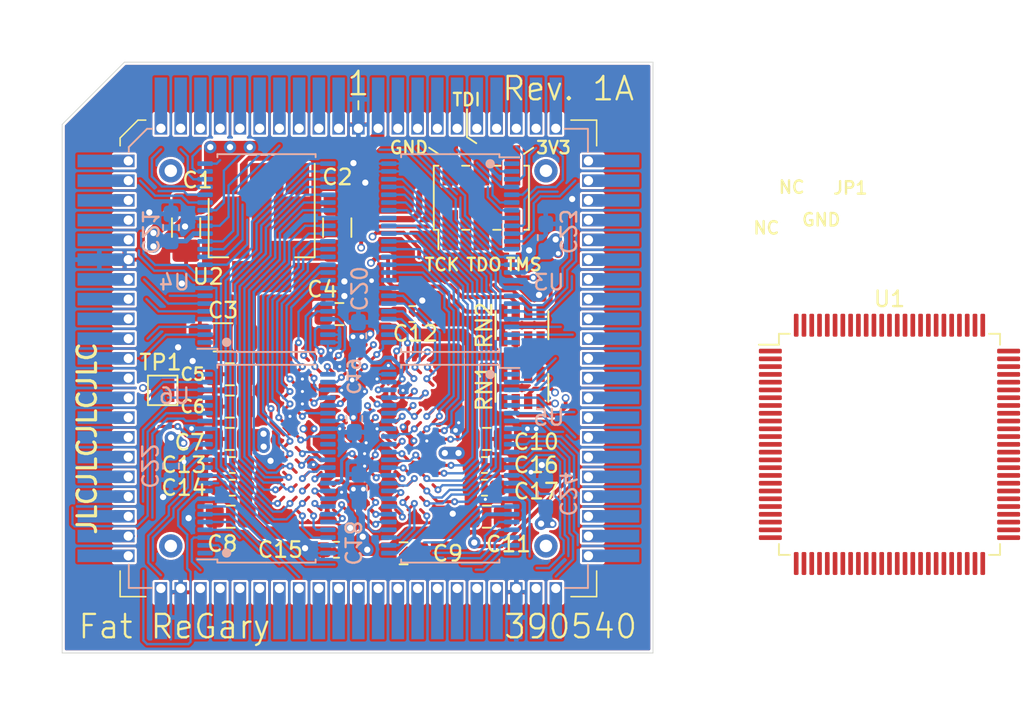
<source format=kicad_pcb>
(kicad_pcb (version 20171130) (host pcbnew "(5.1.12-1-10_14)")
  (layers (0 F.Cu signal) (1 GND.Cu power) (2 VCC.Cu power) (31 B.Cu signal) (34 B.Paste user) (35 F.Paste user) (36 B.SilkS user) (37 F.SilkS user) (38 B.Mask user) (39 F.Mask user) (44 Edge.Cuts user))
  (net 0 "")
  (net 1 VCC)
  (net 2 GND)
  (net 3 A3)
  (net 4 A2)
  (net 5 AS)
  (net 6 RW)
  (net 7 /NC1)
  (net 8 /NC2)
  (net 9 /NC3)
  (net 10 /NC4)
  (net 11 3V3)
  (net 12 RW_FPGA)
  (net 13 AS_FPGA)
  (net 14 TDI)
  (net 15 TMS)
  (net 16 TDO)
  (net 17 TCK)
  (net 18 nSTATUS)
  (net 19 CONF_DONE)
  (net 20 STERM_FPGA)
  (net 21 DSACK1_FPGA)
  (net 22 DS_FPGA)
  (net 23 SIZ1_FPGA)
  (net 24 BGACK)
  (net 25 SBR)
  (net 26 BERR)
  (net 27 CPUCLK)
  (net 28 STERM)
  (net 29 DSACK1)
  (net 30 DS)
  (net 31 SIZ1)
  (net 32 DSACK0)
  (net 33 SBG)
  (net 34 DSACK0_FPGA)
  (net 35 JP1)
  (net 36 nCONFIG)
  (net 37 EBR2)
  (net 38 EBR3)
  (net 39 EBR1)
  (net 40 EBR4)
  (net 41 EBR0)
  (net 42 MS0)
  (net 43 ABOE1)
  (net 44 EBG0)
  (net 45 EBG1)
  (net 46 BINT)
  (net 47 EDS1)
  (net 48 FCS)
  (net 49 EBG2)
  (net 50 EBG3)
  (net 51 EBG4)
  (net 52 BIGZ)
  (net 53 SLAVE0)
  (net 54 SLAVE1)
  (net 55 SLAVE2)
  (net 56 WAIT)
  (net 57 DTACK)
  (net 58 MTACK)
  (net 59 CIIN)
  (net 60 CCS)
  (net 61 A1)
  (net 62 A0)
  (net 63 RMC)
  (net 64 SIZ0)
  (net 65 DOE)
  (net 66 SLAVE3)
  (net 67 EBCLR)
  (net 68 EDS0)
  (net 69 EA3)
  (net 70 EA2)
  (net 71 SLAVE4)
  (net 72 EBGACK)
  (net 73 OWN)
  (net 74 MS1)
  (net 75 ADDRZ3)
  (net 76 MEMZ2)
  (net 77 IOZ2)
  (net 78 CBACK)
  (net 79 ABOE0)
  (net 80 MS2)
  (net 81 MTCR)
  (net 82 CINH)
  (net 83 CBREQ)
  (net 84 DBR16)
  (net 85 DBOE0)
  (net 86 DBLT)
  (net 87 READ)
  (net 88 EDS2)
  (net 89 EDS3)
  (net 90 CLK90)
  (net 91 LOCK_EA1)
  (net 92 ABOE2)
  (net 93 DBOE1)
  (net 94 D2P)
  (net 95 CDAC)
  (net 96 C7M)
  (net 97 RESET)
  (net 98 HLT)
  (net 99 BG)
  (net 100 BR)
  (net 101 CLK90_FPGA)
  (net 102 CPUCLK_FPGA)
  (net 103 C7M_FPGA)
  (net 104 "Net-(U1-PadM4)")
  (net 105 RESET_FPGA)
  (net 106 "Net-(U6-Pad34)")
  (net 107 "Net-(U3-Pad33)")
  (net 108 EBR2_FPGA)
  (net 109 EBR0_FPGA)
  (net 110 EBR4_FPGA)
  (net 111 EBR1_FPGA)
  (net 112 EBR3_FPGA)
  (net 113 ABOE1_FPGA)
  (net 114 MS0_FPGA)
  (net 115 EDS1_FPGA)
  (net 116 EBG1_FPGA)
  (net 117 BINT_FPGA)
  (net 118 EBG0_FPGA)
  (net 119 FCS_FPGA)
  (net 120 EBG2_FPGA)
  (net 121 EBG3_FPGA)
  (net 122 EBG4_FPGA)
  (net 123 BIGZ_FPGA)
  (net 124 SLAVE0_FPGA)
  (net 125 SLAVE1_FPGA)
  (net 126 SLAVE2_FPGA)
  (net 127 DOE_FPGA)
  (net 128 WAIT_FPGA)
  (net 129 MTACK_FPGA)
  (net 130 CIIN_FPGA)
  (net 131 DTACK_FPGA)
  (net 132 SBG_FPGA)
  (net 133 SBR_FPGA)
  (net 134 RMC_FPGA)
  (net 135 CCS_FPGA)
  (net 136 A2_FPGA)
  (net 137 A1_FPGA)
  (net 138 A0_FPGA)
  (net 139 SIZ0_FPGA)
  (net 140 SLAVE3_FPGA)
  (net 141 EBCLR_FPGA)
  (net 142 EDS0_FPGA)
  (net 143 EA3_FPGA)
  (net 144 SLAVE4_FPGA)
  (net 145 EA2_FPGA)
  (net 146 MS1_FPGA)
  (net 147 OWN_FPGA)
  (net 148 EBGACK_FPGA)
  (net 149 ADDRZ3_FPGA)
  (net 150 MEMZ2_FPGA)
  (net 151 IOZ2_FPGA)
  (net 152 CBACK_FPGA)
  (net 153 CINH_FPGA)
  (net 154 MTCR_FPGA)
  (net 155 CBREQ_FPGA)
  (net 156 A3_FPGA)
  (net 157 ABOE0_FPGA)
  (net 158 MS2_FPGA)
  (net 159 DBR16_FPGA)
  (net 160 DBOE0_FPGA)
  (net 161 DBLT_FPGA)
  (net 162 READ_FPGA)
  (net 163 EDS2_FPGA)
  (net 164 EDS3_FPGA)
  (net 165 CDAC_FPGA)
  (net 166 LOCK_EA1_FPGA)
  (net 167 ABOE2_FPGA)
  (net 168 D2P_FPGA)
  (net 169 DBOE1_FPGA)
  (net 170 BERR_FPGA)
  (net 171 BG_FPGA)
  (net 172 BR_FPGA)
  (net 173 BGACK_FPGA)
  (net 174 HLT_FPGA)
  (net 175 "Net-(RN1-Pad1)")
  (net 176 "Net-(U8-Pad74)")
  (net 177 "Net-(U8-Pad73)")
  (net 178 "Net-(U8-Pad72)")
  (net 179 "Net-(U8-Pad71)")
  (net 180 "Net-(U8-Pad70)")
  (net 181 "Net-(U8-Pad69)")
  (net 182 "Net-(U8-Pad68)")
  (net 183 "Net-(U8-Pad67)")
  (net 184 "Net-(U8-Pad66)")
  (net 185 "Net-(U8-Pad65)")
  (net 186 "Net-(U8-Pad64)")
  (net 187 "Net-(U8-Pad63)")
  (net 188 "Net-(U8-Pad62)")
  (net 189 "Net-(U8-Pad61)")
  (net 190 "Net-(U8-Pad60)")
  (net 191 "Net-(U8-Pad59)")
  (net 192 "Net-(U8-Pad58)")
  (net 193 "Net-(U8-Pad57)")
  (net 194 "Net-(U8-Pad56)")
  (net 195 "Net-(U8-Pad55)")
  (net 196 "Net-(U8-Pad54)")
  (net 197 "Net-(U8-Pad53)")
  (net 198 "Net-(U8-Pad52)")
  (net 199 "Net-(U8-Pad50)")
  (net 200 "Net-(U8-Pad49)")
  (net 201 "Net-(U8-Pad48)")
  (net 202 "Net-(U8-Pad47)")
  (net 203 "Net-(U8-Pad46)")
  (net 204 "Net-(U8-Pad45)")
  (net 205 "Net-(U8-Pad44)")
  (net 206 "Net-(U8-Pad43)")
  (net 207 "Net-(U8-Pad41)")
  (net 208 "Net-(U8-Pad40)")
  (net 209 "Net-(U8-Pad39)")
  (net 210 "Net-(U8-Pad38)")
  (net 211 "Net-(U8-Pad37)")
  (net 212 "Net-(U8-Pad36)")
  (net 213 "Net-(U8-Pad35)")
  (net 214 "Net-(U8-Pad33)")
  (net 215 "Net-(U8-Pad32)")
  (net 216 "Net-(U8-Pad31)")
  (net 217 "Net-(U8-Pad30)")
  (net 218 "Net-(U8-Pad29)")
  (net 219 "Net-(U8-Pad28)")
  (net 220 "Net-(U8-Pad27)")
  (net 221 "Net-(U8-Pad26)")
  (net 222 "Net-(U8-Pad25)")
  (net 223 "Net-(U8-Pad24)")
  (net 224 "Net-(U8-Pad23)")
  (net 225 "Net-(U8-Pad22)")
  (net 226 "Net-(U8-Pad21)")
  (net 227 "Net-(U8-Pad20)")
  (net 228 "Net-(U8-Pad19)")
  (net 229 "Net-(U8-Pad18)")
  (net 230 "Net-(U8-Pad16)")
  (net 231 "Net-(U8-Pad15)")
  (net 232 "Net-(U8-Pad14)")
  (net 233 "Net-(U8-Pad13)")
  (net 234 "Net-(U8-Pad12)")
  (net 235 "Net-(U8-Pad75)")
  (net 236 "Net-(U8-Pad76)")
  (net 237 "Net-(U8-Pad77)")
  (net 238 "Net-(U8-Pad78)")
  (net 239 "Net-(U8-Pad79)")
  (net 240 "Net-(U8-Pad80)")
  (net 241 "Net-(U8-Pad81)")
  (net 242 "Net-(U8-Pad82)")
  (net 243 "Net-(U8-Pad83)")
  (net 244 "Net-(U8-Pad11)")
  (net 245 "Net-(U8-Pad10)")
  (net 246 "Net-(U8-Pad9)")
  (net 247 "Net-(U8-Pad8)")
  (net 248 "Net-(U8-Pad7)")
  (net 249 "Net-(U8-Pad6)")
  (net 250 "Net-(U8-Pad5)")
  (net 251 "Net-(U8-Pad4)")
  (net 252 "Net-(U8-Pad3)")
  (net 253 "Net-(U8-Pad2)")
  (net 254 "Net-(U7-Pad22)")
  (net 255 "Net-(U7-Pad21)")
  (net 256 "Net-(U7-Pad20)")
  (net 257 "Net-(U7-Pad19)")
  (net 258 "Net-(U7-Pad18)")
  (net 259 "Net-(U7-Pad16)")
  (net 260 "Net-(U7-Pad15)")
  (net 261 "Net-(U7-Pad14)")
  (net 262 "Net-(U7-Pad13)")
  (net 263 "Net-(U7-Pad12)")
  (net 264 "Net-(U7-Pad11)")
  (net 265 "Net-(U7-Pad10)")
  (net 266 "Net-(U7-Pad9)")
  (net 267 "Net-(U7-Pad8)")
  (net 268 "Net-(U7-Pad7)")
  (net 269 "Net-(U7-Pad6)")
  (net 270 "Net-(U7-Pad5)")
  (net 271 "Net-(U7-Pad4)")
  (net 272 "Net-(U7-Pad3)")
  (net 273 "Net-(U7-Pad2)")
  (net 274 "Net-(U7-Pad83)")
  (net 275 "Net-(U7-Pad82)")
  (net 276 "Net-(U7-Pad81)")
  (net 277 "Net-(U7-Pad80)")
  (net 278 "Net-(U7-Pad79)")
  (net 279 "Net-(U7-Pad78)")
  (net 280 "Net-(U7-Pad77)")
  (net 281 "Net-(U7-Pad76)")
  (net 282 "Net-(U7-Pad75)")
  (net 283 "Net-(U7-Pad74)")
  (net 284 "Net-(U7-Pad73)")
  (net 285 "Net-(U7-Pad72)")
  (net 286 "Net-(U7-Pad71)")
  (net 287 "Net-(U7-Pad70)")
  (net 288 "Net-(U7-Pad69)")
  (net 289 "Net-(U7-Pad68)")
  (net 290 "Net-(U7-Pad67)")
  (net 291 "Net-(U7-Pad66)")
  (net 292 "Net-(U7-Pad65)")
  (net 293 "Net-(U7-Pad64)")
  (net 294 "Net-(U7-Pad63)")
  (net 295 "Net-(U7-Pad62)")
  (net 296 "Net-(U7-Pad61)")
  (net 297 "Net-(U7-Pad60)")
  (net 298 "Net-(U7-Pad59)")
  (net 299 "Net-(U7-Pad58)")
  (net 300 "Net-(U7-Pad57)")
  (net 301 "Net-(U7-Pad56)")
  (net 302 "Net-(U7-Pad55)")
  (net 303 "Net-(U7-Pad54)")
  (net 304 "Net-(U7-Pad53)")
  (net 305 "Net-(U7-Pad52)")
  (net 306 "Net-(U7-Pad50)")
  (net 307 "Net-(U7-Pad49)")
  (net 308 "Net-(U7-Pad48)")
  (net 309 "Net-(U7-Pad47)")
  (net 310 "Net-(U7-Pad46)")
  (net 311 "Net-(U7-Pad45)")
  (net 312 "Net-(U7-Pad44)")
  (net 313 "Net-(U7-Pad43)")
  (net 314 "Net-(U7-Pad41)")
  (net 315 "Net-(U7-Pad40)")
  (net 316 "Net-(U7-Pad39)")
  (net 317 "Net-(U7-Pad38)")
  (net 318 "Net-(U7-Pad37)")
  (net 319 "Net-(U7-Pad36)")
  (net 320 "Net-(U7-Pad35)")
  (net 321 "Net-(U7-Pad33)")
  (net 322 "Net-(U7-Pad32)")
  (net 323 "Net-(U7-Pad31)")
  (net 324 "Net-(U7-Pad30)")
  (net 325 "Net-(U7-Pad29)")
  (net 326 "Net-(U7-Pad28)")
  (net 327 "Net-(U7-Pad27)")
  (net 328 "Net-(U7-Pad26)")
  (net 329 "Net-(U7-Pad25)")
  (net 330 "Net-(U7-Pad24)")
  (net 331 "Net-(U7-Pad23)")
  (net 332 "Net-(TP1-Pad1)")
  (net 333 "Net-(U1-Pad99)")
  (net 334 "Net-(U1-Pad98)")
  (net 335 "Net-(U1-Pad97)")
  (net 336 "Net-(U1-Pad96)")
  (net 337 "Net-(U1-Pad95)")
  (net 338 "Net-(U1-Pad94)")
  (net 339 "Net-(U1-Pad91)")
  (net 340 "Net-(U1-Pad90)")
  (net 341 "Net-(U1-Pad89)")
  (net 342 "Net-(U1-Pad88)")
  (net 343 "Net-(U1-Pad87)")
  (net 344 "Net-(U1-Pad86)")
  (net 345 "Net-(U1-Pad85)")
  (net 346 "Net-(U1-Pad84)")
  (net 347 "Net-(U1-Pad83)")
  (net 348 "Net-(U1-Pad82)")
  (net 349 "Net-(U1-Pad81)")
  (net 350 "Net-(U1-Pad78)")
  (net 351 "Net-(U1-Pad77)")
  (net 352 "Net-(U1-Pad76)")
  (net 353 "Net-(U1-Pad75)")
  (net 354 "Net-(U1-Pad74)")
  (net 355 "Net-(U1-Pad71)")
  (net 356 "Net-(U1-Pad70)")
  (net 357 "Net-(U1-Pad69)")
  (net 358 "Net-(U1-Pad68)")
  (net 359 "Net-(U1-Pad67)")
  (net 360 "Net-(U1-Pad66)")
  (net 361 "Net-(U1-Pad65)")
  (net 362 "Net-(U1-Pad64)")
  (net 363 "Net-(U1-Pad63)")
  (net 364 "Net-(U1-Pad62)")
  (net 365 "Net-(U1-Pad61)")
  (net 366 "Net-(U1-Pad60)")
  (net 367 "Net-(U1-Pad59)")
  (net 368 "Net-(U1-Pad58)")
  (net 369 "Net-(U1-Pad57)")
  (net 370 "Net-(U1-Pad54)")
  (net 371 "Net-(U1-Pad53)")
  (net 372 "Net-(U1-Pad52)")
  (net 373 "Net-(U1-Pad51)")
  (net 374 "Net-(U1-Pad49)")
  (net 375 "Net-(U1-Pad48)")
  (net 376 "Net-(U1-Pad47)")
  (net 377 "Net-(U1-Pad45)")
  (net 378 "Net-(U1-Pad43)")
  (net 379 "Net-(U1-Pad42)")
  (net 380 "Net-(U1-Pad41)")
  (net 381 "Net-(U1-Pad40)")
  (net 382 "Net-(U1-Pad39)")
  (net 383 "Net-(U1-Pad38)")
  (net 384 "Net-(U1-Pad37)")
  (net 385 "Net-(U1-Pad36)")
  (net 386 "Net-(U1-Pad35)")
  (net 387 "Net-(U1-Pad34)")
  (net 388 "Net-(U1-Pad32)")
  (net 389 "Net-(U1-Pad31)")
  (net 390 "Net-(U1-Pad30)")
  (net 391 "Net-(U1-Pad29)")
  (net 392 "Net-(U1-Pad28)")
  (net 393 "Net-(U1-Pad27)")
  (net 394 "Net-(U1-Pad25)")
  (net 395 "Net-(U1-Pad24)")
  (net 396 "Net-(U1-Pad21)")
  (net 397 "Net-(U1-Pad20)")
  (net 398 "Net-(U1-Pad19)")
  (net 399 "Net-(U1-Pad18)")
  (net 400 "Net-(U1-Pad17)")
  (net 401 "Net-(U1-Pad16)")
  (net 402 "Net-(U1-Pad15)")
  (net 403 "Net-(U1-Pad14)")
  (net 404 "Net-(U1-Pad13)")
  (net 405 "Net-(U1-Pad12)")
  (net 406 "Net-(U1-Pad11)")
  (net 407 "Net-(U1-Pad10)")
  (net 408 "Net-(U1-Pad9)")
  (net 409 "Net-(U1-Pad8)")
  (net 410 "Net-(U1-Pad7)")
  (net 411 "Net-(U1-Pad4)")
  (net 412 "Net-(U1-Pad3)")
  (net 413 "Net-(U1-Pad2)")
  (net 414 "Net-(U1-Pad1)")
  (module Connector_PinHeader_2.00mm:PinHeader_2x03_P2.00mm_Vertical_SMD (layer F.Cu) (at 152.35752 64.1226 90)
    (fp_text reference JTAG1 hide)
    (fp_text value Conn_02x03_Odd_Even hide)
    (pad 6 smd rect (at 2.085 2 90) (size 2.58 1) (layers F.Cu F.Paste F.Mask) (net 11 3V3))
    (pad 5 smd rect (at -2.085 2 90) (size 2.58 1) (layers F.Cu F.Paste F.Mask) (net 15 TMS))
    (pad 4 smd rect (at 2.085 0 90) (size 2.58 1) (layers F.Cu F.Paste F.Mask) (net 14 TDI))
    (pad 3 smd rect (at -2.085 0 90) (size 2.58 1) (layers F.Cu F.Paste F.Mask) (net 16 TDO))
    (pad 2 smd rect (at 2.085 -2 90) (size 2.58 1) (layers F.Cu F.Paste F.Mask) (net 2 GND))
    (pad 1 smd rect (at -2.085 -2 90) (size 2.58 1) (layers F.Cu F.Paste F.Mask) (net 17 TCK))
  )
  (module Package_QFP:TQFP-100_14x14mm_P0.5mm (layer F.Cu) (at 178.60752 79.9826)
    (fp_text reference U1 (at 0 -9.35) (layer F.SilkS))
    (fp_text value GW1N-UV1P5LQ100 hide)
    (pad 100 smd roundrect (at -6 -7.6625) (size 0.3 1.475) (layers F.Cu F.Paste F.Mask) (net 11 3V3))
    (pad 99 smd roundrect (at -5.5 -7.6625) (size 0.3 1.475) (layers F.Cu F.Paste F.Mask) (net 333 "Net-(U1-Pad99)"))
    (pad 98 smd roundrect (at -5 -7.6625) (size 0.3 1.475) (layers F.Cu F.Paste F.Mask) (net 334 "Net-(U1-Pad98)"))
    (pad 97 smd roundrect (at -4.5 -7.6625) (size 0.3 1.475) (layers F.Cu F.Paste F.Mask) (net 335 "Net-(U1-Pad97)"))
    (pad 96 smd roundrect (at -4 -7.6625) (size 0.3 1.475) (layers F.Cu F.Paste F.Mask) (net 336 "Net-(U1-Pad96)"))
    (pad 95 smd roundrect (at -3.5 -7.6625) (size 0.3 1.475) (layers F.Cu F.Paste F.Mask) (net 337 "Net-(U1-Pad95)"))
    (pad 94 smd roundrect (at -3 -7.6625) (size 0.3 1.475) (layers F.Cu F.Paste F.Mask) (net 338 "Net-(U1-Pad94)"))
    (pad 93 smd roundrect (at -2.5 -7.6625) (size 0.3 1.475) (layers F.Cu F.Paste F.Mask) (net 11 3V3))
    (pad 92 smd roundrect (at -2 -7.6625) (size 0.3 1.475) (layers F.Cu F.Paste F.Mask) (net 2 GND))
    (pad 91 smd roundrect (at -1.5 -7.6625) (size 0.3 1.475) (layers F.Cu F.Paste F.Mask) (net 339 "Net-(U1-Pad91)"))
    (pad 90 smd roundrect (at -1 -7.6625) (size 0.3 1.475) (layers F.Cu F.Paste F.Mask) (net 340 "Net-(U1-Pad90)"))
    (pad 89 smd roundrect (at -0.5 -7.6625) (size 0.3 1.475) (layers F.Cu F.Paste F.Mask) (net 341 "Net-(U1-Pad89)"))
    (pad 88 smd roundrect (at 0 -7.6625) (size 0.3 1.475) (layers F.Cu F.Paste F.Mask) (net 342 "Net-(U1-Pad88)"))
    (pad 87 smd roundrect (at 0.5 -7.6625) (size 0.3 1.475) (layers F.Cu F.Paste F.Mask) (net 343 "Net-(U1-Pad87)"))
    (pad 86 smd roundrect (at 1 -7.6625) (size 0.3 1.475) (layers F.Cu F.Paste F.Mask) (net 344 "Net-(U1-Pad86)"))
    (pad 85 smd roundrect (at 1.5 -7.6625) (size 0.3 1.475) (layers F.Cu F.Paste F.Mask) (net 345 "Net-(U1-Pad85)"))
    (pad 84 smd roundrect (at 2 -7.6625) (size 0.3 1.475) (layers F.Cu F.Paste F.Mask) (net 346 "Net-(U1-Pad84)"))
    (pad 83 smd roundrect (at 2.5 -7.6625) (size 0.3 1.475) (layers F.Cu F.Paste F.Mask) (net 347 "Net-(U1-Pad83)"))
    (pad 82 smd roundrect (at 3 -7.6625) (size 0.3 1.475) (layers F.Cu F.Paste F.Mask) (net 348 "Net-(U1-Pad82)"))
    (pad 81 smd roundrect (at 3.5 -7.6625) (size 0.3 1.475) (layers F.Cu F.Paste F.Mask) (net 349 "Net-(U1-Pad81)"))
    (pad 80 smd roundrect (at 4 -7.6625) (size 0.3 1.475) (layers F.Cu F.Paste F.Mask) (net 11 3V3))
    (pad 79 smd roundrect (at 4.5 -7.6625) (size 0.3 1.475) (layers F.Cu F.Paste F.Mask) (net 2 GND))
    (pad 78 smd roundrect (at 5 -7.6625) (size 0.3 1.475) (layers F.Cu F.Paste F.Mask) (net 350 "Net-(U1-Pad78)"))
    (pad 77 smd roundrect (at 5.5 -7.6625) (size 0.3 1.475) (layers F.Cu F.Paste F.Mask) (net 351 "Net-(U1-Pad77)"))
    (pad 76 smd roundrect (at 6 -7.6625) (size 0.3 1.475) (layers F.Cu F.Paste F.Mask) (net 352 "Net-(U1-Pad76)"))
    (pad 75 smd roundrect (at 7.6625 -6) (size 1.475 0.3) (layers F.Cu F.Paste F.Mask) (net 353 "Net-(U1-Pad75)"))
    (pad 74 smd roundrect (at 7.6625 -5.5) (size 1.475 0.3) (layers F.Cu F.Paste F.Mask) (net 354 "Net-(U1-Pad74)"))
    (pad 73 smd roundrect (at 7.6625 -5) (size 1.475 0.3) (layers F.Cu F.Paste F.Mask) (net 11 3V3))
    (pad 72 smd roundrect (at 7.6625 -4.5) (size 1.475 0.3) (layers F.Cu F.Paste F.Mask) (net 2 GND))
    (pad 71 smd roundrect (at 7.6625 -4) (size 1.475 0.3) (layers F.Cu F.Paste F.Mask) (net 355 "Net-(U1-Pad71)"))
    (pad 70 smd roundrect (at 7.6625 -3.5) (size 1.475 0.3) (layers F.Cu F.Paste F.Mask) (net 356 "Net-(U1-Pad70)"))
    (pad 69 smd roundrect (at 7.6625 -3) (size 1.475 0.3) (layers F.Cu F.Paste F.Mask) (net 357 "Net-(U1-Pad69)"))
    (pad 68 smd roundrect (at 7.6625 -2.5) (size 1.475 0.3) (layers F.Cu F.Paste F.Mask) (net 358 "Net-(U1-Pad68)"))
    (pad 67 smd roundrect (at 7.6625 -2) (size 1.475 0.3) (layers F.Cu F.Paste F.Mask) (net 359 "Net-(U1-Pad67)"))
    (pad 66 smd roundrect (at 7.6625 -1.5) (size 1.475 0.3) (layers F.Cu F.Paste F.Mask) (net 360 "Net-(U1-Pad66)"))
    (pad 65 smd roundrect (at 7.6625 -1) (size 1.475 0.3) (layers F.Cu F.Paste F.Mask) (net 361 "Net-(U1-Pad65)"))
    (pad 64 smd roundrect (at 7.6625 -0.5) (size 1.475 0.3) (layers F.Cu F.Paste F.Mask) (net 362 "Net-(U1-Pad64)"))
    (pad 63 smd roundrect (at 7.6625 0) (size 1.475 0.3) (layers F.Cu F.Paste F.Mask) (net 363 "Net-(U1-Pad63)"))
    (pad 62 smd roundrect (at 7.6625 0.5) (size 1.475 0.3) (layers F.Cu F.Paste F.Mask) (net 364 "Net-(U1-Pad62)"))
    (pad 61 smd roundrect (at 7.6625 1) (size 1.475 0.3) (layers F.Cu F.Paste F.Mask) (net 365 "Net-(U1-Pad61)"))
    (pad 60 smd roundrect (at 7.6625 1.5) (size 1.475 0.3) (layers F.Cu F.Paste F.Mask) (net 366 "Net-(U1-Pad60)"))
    (pad 59 smd roundrect (at 7.6625 2) (size 1.475 0.3) (layers F.Cu F.Paste F.Mask) (net 367 "Net-(U1-Pad59)"))
    (pad 58 smd roundrect (at 7.6625 2.5) (size 1.475 0.3) (layers F.Cu F.Paste F.Mask) (net 368 "Net-(U1-Pad58)"))
    (pad 57 smd roundrect (at 7.6625 3) (size 1.475 0.3) (layers F.Cu F.Paste F.Mask) (net 369 "Net-(U1-Pad57)"))
    (pad 56 smd roundrect (at 7.6625 3.5) (size 1.475 0.3) (layers F.Cu F.Paste F.Mask) (net 2 GND))
    (pad 55 smd roundrect (at 7.6625 4) (size 1.475 0.3) (layers F.Cu F.Paste F.Mask) (net 11 3V3))
    (pad 54 smd roundrect (at 7.6625 4.5) (size 1.475 0.3) (layers F.Cu F.Paste F.Mask) (net 370 "Net-(U1-Pad54)"))
    (pad 53 smd roundrect (at 7.6625 5) (size 1.475 0.3) (layers F.Cu F.Paste F.Mask) (net 371 "Net-(U1-Pad53)"))
    (pad 52 smd roundrect (at 7.6625 5.5) (size 1.475 0.3) (layers F.Cu F.Paste F.Mask) (net 372 "Net-(U1-Pad52)"))
    (pad 51 smd roundrect (at 7.6625 6) (size 1.475 0.3) (layers F.Cu F.Paste F.Mask) (net 373 "Net-(U1-Pad51)"))
    (pad 50 smd roundrect (at 6 7.6625) (size 0.3 1.475) (layers F.Cu F.Paste F.Mask) (net 11 3V3))
    (pad 49 smd roundrect (at 5.5 7.6625) (size 0.3 1.475) (layers F.Cu F.Paste F.Mask) (net 374 "Net-(U1-Pad49)"))
    (pad 48 smd roundrect (at 5 7.6625) (size 0.3 1.475) (layers F.Cu F.Paste F.Mask) (net 375 "Net-(U1-Pad48)"))
    (pad 47 smd roundrect (at 4.5 7.6625) (size 0.3 1.475) (layers F.Cu F.Paste F.Mask) (net 376 "Net-(U1-Pad47)"))
    (pad 46 smd roundrect (at 4 7.6625) (size 0.3 1.475) (layers F.Cu F.Paste F.Mask) (net 11 3V3))
    (pad 45 smd roundrect (at 3.5 7.6625) (size 0.3 1.475) (layers F.Cu F.Paste F.Mask) (net 377 "Net-(U1-Pad45)"))
    (pad 44 smd roundrect (at 3 7.6625) (size 0.3 1.475) (layers F.Cu F.Paste F.Mask) (net 2 GND))
    (pad 43 smd roundrect (at 2.5 7.6625) (size 0.3 1.475) (layers F.Cu F.Paste F.Mask) (net 378 "Net-(U1-Pad43)"))
    (pad 42 smd roundrect (at 2 7.6625) (size 0.3 1.475) (layers F.Cu F.Paste F.Mask) (net 379 "Net-(U1-Pad42)"))
    (pad 41 smd roundrect (at 1.5 7.6625) (size 0.3 1.475) (layers F.Cu F.Paste F.Mask) (net 380 "Net-(U1-Pad41)"))
    (pad 40 smd roundrect (at 1 7.6625) (size 0.3 1.475) (layers F.Cu F.Paste F.Mask) (net 381 "Net-(U1-Pad40)"))
    (pad 39 smd roundrect (at 0.5 7.6625) (size 0.3 1.475) (layers F.Cu F.Paste F.Mask) (net 382 "Net-(U1-Pad39)"))
    (pad 38 smd roundrect (at 0 7.6625) (size 0.3 1.475) (layers F.Cu F.Paste F.Mask) (net 383 "Net-(U1-Pad38)"))
    (pad 37 smd roundrect (at -0.5 7.6625) (size 0.3 1.475) (layers F.Cu F.Paste F.Mask) (net 384 "Net-(U1-Pad37)"))
    (pad 36 smd roundrect (at -1 7.6625) (size 0.3 1.475) (layers F.Cu F.Paste F.Mask) (net 385 "Net-(U1-Pad36)"))
    (pad 35 smd roundrect (at -1.5 7.6625) (size 0.3 1.475) (layers F.Cu F.Paste F.Mask) (net 386 "Net-(U1-Pad35)"))
    (pad 34 smd roundrect (at -2 7.6625) (size 0.3 1.475) (layers F.Cu F.Paste F.Mask) (net 387 "Net-(U1-Pad34)"))
    (pad 33 smd roundrect (at -2.5 7.6625) (size 0.3 1.475) (layers F.Cu F.Paste F.Mask) (net 2 GND))
    (pad 32 smd roundrect (at -3 7.6625) (size 0.3 1.475) (layers F.Cu F.Paste F.Mask) (net 388 "Net-(U1-Pad32)"))
    (pad 31 smd roundrect (at -3.5 7.6625) (size 0.3 1.475) (layers F.Cu F.Paste F.Mask) (net 389 "Net-(U1-Pad31)"))
    (pad 30 smd roundrect (at -4 7.6625) (size 0.3 1.475) (layers F.Cu F.Paste F.Mask) (net 390 "Net-(U1-Pad30)"))
    (pad 29 smd roundrect (at -4.5 7.6625) (size 0.3 1.475) (layers F.Cu F.Paste F.Mask) (net 391 "Net-(U1-Pad29)"))
    (pad 28 smd roundrect (at -5 7.6625) (size 0.3 1.475) (layers F.Cu F.Paste F.Mask) (net 392 "Net-(U1-Pad28)"))
    (pad 27 smd roundrect (at -5.5 7.6625) (size 0.3 1.475) (layers F.Cu F.Paste F.Mask) (net 393 "Net-(U1-Pad27)"))
    (pad 26 smd roundrect (at -6 7.6625) (size 0.3 1.475) (layers F.Cu F.Paste F.Mask) (net 11 3V3))
    (pad 25 smd roundrect (at -7.6625 6) (size 1.475 0.3) (layers F.Cu F.Paste F.Mask) (net 394 "Net-(U1-Pad25)"))
    (pad 24 smd roundrect (at -7.6625 5.5) (size 1.475 0.3) (layers F.Cu F.Paste F.Mask) (net 395 "Net-(U1-Pad24)"))
    (pad 23 smd roundrect (at -7.6625 5) (size 1.475 0.3) (layers F.Cu F.Paste F.Mask) (net 11 3V3))
    (pad 22 smd roundrect (at -7.6625 4.5) (size 1.475 0.3) (layers F.Cu F.Paste F.Mask) (net 2 GND))
    (pad 21 smd roundrect (at -7.6625 4) (size 1.475 0.3) (layers F.Cu F.Paste F.Mask) (net 396 "Net-(U1-Pad21)"))
    (pad 20 smd roundrect (at -7.6625 3.5) (size 1.475 0.3) (layers F.Cu F.Paste F.Mask) (net 397 "Net-(U1-Pad20)"))
    (pad 19 smd roundrect (at -7.6625 3) (size 1.475 0.3) (layers F.Cu F.Paste F.Mask) (net 398 "Net-(U1-Pad19)"))
    (pad 18 smd roundrect (at -7.6625 2.5) (size 1.475 0.3) (layers F.Cu F.Paste F.Mask) (net 399 "Net-(U1-Pad18)"))
    (pad 17 smd roundrect (at -7.6625 2) (size 1.475 0.3) (layers F.Cu F.Paste F.Mask) (net 400 "Net-(U1-Pad17)"))
    (pad 16 smd roundrect (at -7.6625 1.5) (size 1.475 0.3) (layers F.Cu F.Paste F.Mask) (net 401 "Net-(U1-Pad16)"))
    (pad 15 smd roundrect (at -7.6625 1) (size 1.475 0.3) (layers F.Cu F.Paste F.Mask) (net 402 "Net-(U1-Pad15)"))
    (pad 14 smd roundrect (at -7.6625 0.5) (size 1.475 0.3) (layers F.Cu F.Paste F.Mask) (net 403 "Net-(U1-Pad14)"))
    (pad 13 smd roundrect (at -7.6625 0) (size 1.475 0.3) (layers F.Cu F.Paste F.Mask) (net 404 "Net-(U1-Pad13)"))
    (pad 12 smd roundrect (at -7.6625 -0.5) (size 1.475 0.3) (layers F.Cu F.Paste F.Mask) (net 405 "Net-(U1-Pad12)"))
    (pad 11 smd roundrect (at -7.6625 -1) (size 1.475 0.3) (layers F.Cu F.Paste F.Mask) (net 406 "Net-(U1-Pad11)"))
    (pad 10 smd roundrect (at -7.6625 -1.5) (size 1.475 0.3) (layers F.Cu F.Paste F.Mask) (net 407 "Net-(U1-Pad10)"))
    (pad 9 smd roundrect (at -7.6625 -2) (size 1.475 0.3) (layers F.Cu F.Paste F.Mask) (net 408 "Net-(U1-Pad9)"))
    (pad 8 smd roundrect (at -7.6625 -2.5) (size 1.475 0.3) (layers F.Cu F.Paste F.Mask) (net 409 "Net-(U1-Pad8)"))
    (pad 7 smd roundrect (at -7.6625 -3) (size 1.475 0.3) (layers F.Cu F.Paste F.Mask) (net 410 "Net-(U1-Pad7)"))
    (pad 6 smd roundrect (at -7.6625 -3.5) (size 1.475 0.3) (layers F.Cu F.Paste F.Mask) (net 2 GND))
    (pad 5 smd roundrect (at -7.6625 -4) (size 1.475 0.3) (layers F.Cu F.Paste F.Mask) (net 11 3V3))
    (pad 4 smd roundrect (at -7.6625 -4.5) (size 1.475 0.3) (layers F.Cu F.Paste F.Mask) (net 411 "Net-(U1-Pad4)"))
    (pad 3 smd roundrect (at -7.6625 -5) (size 1.475 0.3) (layers F.Cu F.Paste F.Mask) (net 412 "Net-(U1-Pad3)"))
    (pad 2 smd roundrect (at -7.6625 -5.5) (size 1.475 0.3) (layers F.Cu F.Paste F.Mask) (net 413 "Net-(U1-Pad2)"))
    (pad 1 smd roundrect (at -7.6625 -6) (size 1.475 0.3) (layers F.Cu F.Paste F.Mask) (net 414 "Net-(U1-Pad1)"))
  )
  (module ReGary:PLCC-84_Plug_P1.27mm_mirrored (layer B.Cu) (at 144.44752 74.4526 270)
    (fp_text reference U7 hide)
    (fp_text value PLCC_84_plug hide)
    (pad 22 smd rect (at 0 16.6624 270) (size 0.8 2.8) (layers B.Cu B.Paste B.Mask) (net 254 "Net-(U7-Pad22)"))
    (pad 21 smd rect (at -1.27 16.6624 270) (size 0.8 2.8) (layers B.Cu B.Paste B.Mask) (net 255 "Net-(U7-Pad21)"))
    (pad 20 smd rect (at -2.54 16.6624 270) (size 0.8 2.8) (layers B.Cu B.Paste B.Mask) (net 256 "Net-(U7-Pad20)"))
    (pad 19 smd rect (at -3.81 16.6624 270) (size 0.8 2.8) (layers B.Cu B.Paste B.Mask) (net 257 "Net-(U7-Pad19)"))
    (pad 18 smd rect (at -5.08 16.6624 270) (size 0.8 2.8) (layers B.Cu B.Paste B.Mask) (net 258 "Net-(U7-Pad18)"))
    (pad 17 smd rect (at -6.35 16.6624 270) (size 0.8 2.8) (layers B.Cu B.Paste B.Mask) (net 2 GND))
    (pad 16 smd rect (at -7.62 16.6624 270) (size 0.8 2.8) (layers B.Cu B.Paste B.Mask) (net 259 "Net-(U7-Pad16)"))
    (pad 15 smd rect (at -8.89 16.6624 270) (size 0.8 2.8) (layers B.Cu B.Paste B.Mask) (net 260 "Net-(U7-Pad15)"))
    (pad 14 smd rect (at -10.16 16.6624 270) (size 0.8 2.8) (layers B.Cu B.Paste B.Mask) (net 261 "Net-(U7-Pad14)"))
    (pad 13 smd rect (at -11.43 16.6624 270) (size 0.8 2.8) (layers B.Cu B.Paste B.Mask) (net 262 "Net-(U7-Pad13)"))
    (pad 12 smd rect (at -12.7 16.6624 270) (size 0.8 2.8) (layers B.Cu B.Paste B.Mask) (net 263 "Net-(U7-Pad12)"))
    (pad 11 smd rect (at -16.6624 12.7 270) (size 2.8 0.8) (layers B.Cu B.Paste B.Mask) (net 264 "Net-(U7-Pad11)"))
    (pad 10 smd rect (at -16.6624 11.43 270) (size 2.8 0.8) (layers B.Cu B.Paste B.Mask) (net 265 "Net-(U7-Pad10)"))
    (pad 9 smd rect (at -16.6624 10.16 270) (size 2.8 0.8) (layers B.Cu B.Paste B.Mask) (net 266 "Net-(U7-Pad9)"))
    (pad 8 smd rect (at -16.6624 8.89 270) (size 2.8 0.8) (layers B.Cu B.Paste B.Mask) (net 267 "Net-(U7-Pad8)"))
    (pad 7 smd rect (at -16.6624 7.62 270) (size 2.8 0.8) (layers B.Cu B.Paste B.Mask) (net 268 "Net-(U7-Pad7)"))
    (pad 6 smd rect (at -16.6624 6.35 270) (size 2.8 0.8) (layers B.Cu B.Paste B.Mask) (net 269 "Net-(U7-Pad6)"))
    (pad 5 smd rect (at -16.6624 5.08 270) (size 2.8 0.8) (layers B.Cu B.Paste B.Mask) (net 270 "Net-(U7-Pad5)"))
    (pad 4 smd rect (at -16.6624 3.81 270) (size 2.8 0.8) (layers B.Cu B.Paste B.Mask) (net 271 "Net-(U7-Pad4)"))
    (pad 3 smd rect (at -16.6624 2.54 270) (size 2.8 0.8) (layers B.Cu B.Paste B.Mask) (net 272 "Net-(U7-Pad3)"))
    (pad 2 smd rect (at -16.6624 1.27 270) (size 2.8 0.8) (layers B.Cu B.Paste B.Mask) (net 273 "Net-(U7-Pad2)"))
    (pad 1 smd rect (at -16.6624 0 270) (size 2.8 0.8) (layers B.Cu B.Paste B.Mask) (net 2 GND))
    (pad 84 smd rect (at -16.6624 -1.27 270) (size 2.8 0.8) (layers B.Cu B.Paste B.Mask) (net 1 VCC))
    (pad 83 smd rect (at -16.6624 -2.54 270) (size 2.8 0.8) (layers B.Cu B.Paste B.Mask) (net 274 "Net-(U7-Pad83)"))
    (pad 82 smd rect (at -16.6624 -3.81 270) (size 2.8 0.8) (layers B.Cu B.Paste B.Mask) (net 275 "Net-(U7-Pad82)"))
    (pad 81 smd rect (at -16.6624 -5.08 270) (size 2.8 0.8) (layers B.Cu B.Paste B.Mask) (net 276 "Net-(U7-Pad81)"))
    (pad 80 smd rect (at -16.6624 -6.35 270) (size 2.8 0.8) (layers B.Cu B.Paste B.Mask) (net 277 "Net-(U7-Pad80)"))
    (pad 79 smd rect (at -16.6624 -7.62 270) (size 2.8 0.8) (layers B.Cu B.Paste B.Mask) (net 278 "Net-(U7-Pad79)"))
    (pad 78 smd rect (at -16.6624 -8.89 270) (size 2.8 0.8) (layers B.Cu B.Paste B.Mask) (net 279 "Net-(U7-Pad78)"))
    (pad 77 smd rect (at -16.6624 -10.16 270) (size 2.8 0.8) (layers B.Cu B.Paste B.Mask) (net 280 "Net-(U7-Pad77)"))
    (pad 76 smd rect (at -16.6624 -11.43 270) (size 2.8 0.8) (layers B.Cu B.Paste B.Mask) (net 281 "Net-(U7-Pad76)"))
    (pad 75 smd rect (at -16.6624 -12.7 270) (size 2.8 0.8) (layers B.Cu B.Paste B.Mask) (net 282 "Net-(U7-Pad75)"))
    (pad 74 smd rect (at -12.7 -16.6624 270) (size 0.8 2.8) (layers B.Cu B.Paste B.Mask) (net 283 "Net-(U7-Pad74)"))
    (pad 73 smd rect (at -11.43 -16.6624 270) (size 0.8 2.8) (layers B.Cu B.Paste B.Mask) (net 284 "Net-(U7-Pad73)"))
    (pad 72 smd rect (at -10.16 -16.6624 270) (size 0.8 2.8) (layers B.Cu B.Paste B.Mask) (net 285 "Net-(U7-Pad72)"))
    (pad 71 smd rect (at -8.89 -16.6624 270) (size 0.8 2.8) (layers B.Cu B.Paste B.Mask) (net 286 "Net-(U7-Pad71)"))
    (pad 70 smd rect (at -7.62 -16.6624 270) (size 0.8 2.8) (layers B.Cu B.Paste B.Mask) (net 287 "Net-(U7-Pad70)"))
    (pad 69 smd rect (at -6.35 -16.6624 270) (size 0.8 2.8) (layers B.Cu B.Paste B.Mask) (net 288 "Net-(U7-Pad69)"))
    (pad 68 smd rect (at -5.08 -16.6624 270) (size 0.8 2.8) (layers B.Cu B.Paste B.Mask) (net 289 "Net-(U7-Pad68)"))
    (pad 67 smd rect (at -3.81 -16.6624 270) (size 0.8 2.8) (layers B.Cu B.Paste B.Mask) (net 290 "Net-(U7-Pad67)"))
    (pad 66 smd rect (at -2.54 -16.6624 270) (size 0.8 2.8) (layers B.Cu B.Paste B.Mask) (net 291 "Net-(U7-Pad66)"))
    (pad 65 smd rect (at -1.27 -16.6624 270) (size 0.8 2.8) (layers B.Cu B.Paste B.Mask) (net 292 "Net-(U7-Pad65)"))
    (pad 64 smd rect (at 0 -16.6624 270) (size 0.8 2.8) (layers B.Cu B.Paste B.Mask) (net 293 "Net-(U7-Pad64)"))
    (pad 63 smd rect (at 1.27 -16.6624 270) (size 0.8 2.8) (layers B.Cu B.Paste B.Mask) (net 294 "Net-(U7-Pad63)"))
    (pad 62 smd rect (at 2.54 -16.6624 270) (size 0.8 2.8) (layers B.Cu B.Paste B.Mask) (net 295 "Net-(U7-Pad62)"))
    (pad 61 smd rect (at 3.81 -16.6624 270) (size 0.8 2.8) (layers B.Cu B.Paste B.Mask) (net 296 "Net-(U7-Pad61)"))
    (pad 60 smd rect (at 5.08 -16.6624 270) (size 0.8 2.8) (layers B.Cu B.Paste B.Mask) (net 297 "Net-(U7-Pad60)"))
    (pad 59 smd rect (at 6.35 -16.6624 270) (size 0.8 2.8) (layers B.Cu B.Paste B.Mask) (net 298 "Net-(U7-Pad59)"))
    (pad 58 smd rect (at 7.62 -16.6624 270) (size 0.8 2.8) (layers B.Cu B.Paste B.Mask) (net 299 "Net-(U7-Pad58)"))
    (pad 57 smd rect (at 8.89 -16.6624 270) (size 0.8 2.8) (layers B.Cu B.Paste B.Mask) (net 300 "Net-(U7-Pad57)"))
    (pad 56 smd rect (at 10.16 -16.6624 270) (size 0.8 2.8) (layers B.Cu B.Paste B.Mask) (net 301 "Net-(U7-Pad56)"))
    (pad 55 smd rect (at 11.43 -16.6624 270) (size 0.8 2.8) (layers B.Cu B.Paste B.Mask) (net 302 "Net-(U7-Pad55)"))
    (pad 54 smd rect (at 12.7 -16.6624 270) (size 0.8 2.8) (layers B.Cu B.Paste B.Mask) (net 303 "Net-(U7-Pad54)"))
    (pad 53 smd rect (at 16.6624 -12.7 270) (size 2.8 0.8) (layers B.Cu B.Paste B.Mask) (net 304 "Net-(U7-Pad53)"))
    (pad 52 smd rect (at 16.6624 -11.43 270) (size 2.8 0.8) (layers B.Cu B.Paste B.Mask) (net 305 "Net-(U7-Pad52)"))
    (pad 51 smd rect (at 16.6624 -10.16 270) (size 2.8 0.8) (layers B.Cu B.Paste B.Mask) (net 2 GND))
    (pad 50 smd rect (at 16.6624 -8.89 270) (size 2.8 0.8) (layers B.Cu B.Paste B.Mask) (net 306 "Net-(U7-Pad50)"))
    (pad 49 smd rect (at 16.6624 -7.62 270) (size 2.8 0.8) (layers B.Cu B.Paste B.Mask) (net 307 "Net-(U7-Pad49)"))
    (pad 48 smd rect (at 16.6624 -6.35 270) (size 2.8 0.8) (layers B.Cu B.Paste B.Mask) (net 308 "Net-(U7-Pad48)"))
    (pad 47 smd rect (at 16.6624 -5.08 270) (size 2.8 0.8) (layers B.Cu B.Paste B.Mask) (net 309 "Net-(U7-Pad47)"))
    (pad 46 smd rect (at 16.6624 -3.81 270) (size 2.8 0.8) (layers B.Cu B.Paste B.Mask) (net 310 "Net-(U7-Pad46)"))
    (pad 45 smd rect (at 16.6624 -2.54 270) (size 2.8 0.8) (layers B.Cu B.Paste B.Mask) (net 311 "Net-(U7-Pad45)"))
    (pad 44 smd rect (at 16.6624 -1.27 270) (size 2.8 0.8) (layers B.Cu B.Paste B.Mask) (net 312 "Net-(U7-Pad44)"))
    (pad 43 smd rect (at 16.6624 0 270) (size 2.8 0.8) (layers B.Cu B.Paste B.Mask) (net 313 "Net-(U7-Pad43)"))
    (pad 42 smd rect (at 16.6624 1.27 270) (size 2.8 0.8) (layers B.Cu B.Paste B.Mask) (net 1 VCC))
    (pad 41 smd rect (at 16.6624 2.54 270) (size 2.8 0.8) (layers B.Cu B.Paste B.Mask) (net 314 "Net-(U7-Pad41)"))
    (pad 40 smd rect (at 16.6624 3.81 270) (size 2.8 0.8) (layers B.Cu B.Paste B.Mask) (net 315 "Net-(U7-Pad40)"))
    (pad 39 smd rect (at 16.6624 5.08 270) (size 2.8 0.8) (layers B.Cu B.Paste B.Mask) (net 316 "Net-(U7-Pad39)"))
    (pad 38 smd rect (at 16.6624 6.35 270) (size 2.8 0.8) (layers B.Cu B.Paste B.Mask) (net 317 "Net-(U7-Pad38)"))
    (pad 37 smd rect (at 16.6624 7.62 270) (size 2.8 0.8) (layers B.Cu B.Paste B.Mask) (net 318 "Net-(U7-Pad37)"))
    (pad 36 smd rect (at 16.6624 8.89 270) (size 2.8 0.8) (layers B.Cu B.Paste B.Mask) (net 319 "Net-(U7-Pad36)"))
    (pad 35 smd rect (at 16.6624 10.16 270) (size 2.8 0.8) (layers B.Cu B.Paste B.Mask) (net 320 "Net-(U7-Pad35)"))
    (pad 34 smd rect (at 16.6624 11.43 270) (size 2.8 0.8) (layers B.Cu B.Paste B.Mask) (net 2 GND))
    (pad 33 smd rect (at 16.6624 12.7 270) (size 2.8 0.8) (layers B.Cu B.Paste B.Mask) (net 321 "Net-(U7-Pad33)"))
    (pad 32 smd rect (at 12.7 16.6624 270) (size 0.8 2.8) (layers B.Cu B.Paste B.Mask) (net 322 "Net-(U7-Pad32)"))
    (pad 31 smd rect (at 11.43 16.6624 270) (size 0.8 2.8) (layers B.Cu B.Paste B.Mask) (net 323 "Net-(U7-Pad31)"))
    (pad 30 smd rect (at 10.16 16.6624 270) (size 0.8 2.8) (layers B.Cu B.Paste B.Mask) (net 324 "Net-(U7-Pad30)"))
    (pad 29 smd rect (at 8.89 16.6624 270) (size 0.8 2.8) (layers B.Cu B.Paste B.Mask) (net 325 "Net-(U7-Pad29)"))
    (pad 28 smd rect (at 7.62 16.6624 270) (size 0.8 2.8) (layers B.Cu B.Paste B.Mask) (net 326 "Net-(U7-Pad28)"))
    (pad 27 smd rect (at 6.35 16.6624 270) (size 0.8 2.8) (layers B.Cu B.Paste B.Mask) (net 327 "Net-(U7-Pad27)"))
    (pad 26 smd rect (at 5.08 16.6624 270) (size 0.8 2.8) (layers B.Cu B.Paste B.Mask) (net 328 "Net-(U7-Pad26)"))
    (pad 25 smd rect (at 3.81 16.6624 270) (size 0.8 2.8) (layers B.Cu B.Paste B.Mask) (net 329 "Net-(U7-Pad25)"))
    (pad 24 smd rect (at 2.54 16.6624 270) (size 0.8 2.8) (layers B.Cu B.Paste B.Mask) (net 330 "Net-(U7-Pad24)"))
    (pad 23 smd rect (at 1.27 16.6624 270) (size 0.8 2.8) (layers B.Cu B.Paste B.Mask) (net 331 "Net-(U7-Pad23)"))
  )
  (module ReGary:PLCC-84_TH_pin_holes (layer F.Cu) (at 144.44752 74.4526)
    (fp_text reference U8 hide)
    (fp_text value PLCC_84_plug hide)
    (pad 74 thru_hole rect (at 14.7955 -12.7) (size 1.3 0.8) (drill 0.6 (offset 0.25 0)) (layers *.Cu *.Mask) (net 176 "Net-(U8-Pad74)"))
    (pad 73 thru_hole rect (at 14.7955 -11.43) (size 1.3 0.8) (drill 0.6 (offset 0.25 0)) (layers *.Cu *.Mask) (net 177 "Net-(U8-Pad73)"))
    (pad 72 thru_hole rect (at 14.7955 -10.16) (size 1.3 0.8) (drill 0.6 (offset 0.25 0)) (layers *.Cu *.Mask) (net 178 "Net-(U8-Pad72)"))
    (pad 71 thru_hole rect (at 14.7955 -8.89) (size 1.3 0.8) (drill 0.6 (offset 0.25 0)) (layers *.Cu *.Mask) (net 179 "Net-(U8-Pad71)"))
    (pad 70 thru_hole rect (at 14.7955 -7.62) (size 1.3 0.8) (drill 0.6 (offset 0.25 0)) (layers *.Cu *.Mask) (net 180 "Net-(U8-Pad70)"))
    (pad 69 thru_hole rect (at 14.7955 -6.35) (size 1.3 0.8) (drill 0.6 (offset 0.25 0)) (layers *.Cu *.Mask) (net 181 "Net-(U8-Pad69)"))
    (pad 68 thru_hole rect (at 14.7955 -5.08) (size 1.3 0.8) (drill 0.6 (offset 0.25 0)) (layers *.Cu *.Mask) (net 182 "Net-(U8-Pad68)"))
    (pad 67 thru_hole rect (at 14.7955 -3.81) (size 1.3 0.8) (drill 0.6 (offset 0.25 0)) (layers *.Cu *.Mask) (net 183 "Net-(U8-Pad67)"))
    (pad 66 thru_hole rect (at 14.7955 -2.54) (size 1.3 0.8) (drill 0.6 (offset 0.25 0)) (layers *.Cu *.Mask) (net 184 "Net-(U8-Pad66)"))
    (pad 65 thru_hole rect (at 14.7955 -1.27) (size 1.3 0.8) (drill 0.6 (offset 0.25 0)) (layers *.Cu *.Mask) (net 185 "Net-(U8-Pad65)"))
    (pad 64 thru_hole rect (at 14.7955 0) (size 1.3 0.8) (drill 0.6 (offset 0.25 0)) (layers *.Cu *.Mask) (net 186 "Net-(U8-Pad64)"))
    (pad 63 thru_hole rect (at 14.7955 1.27) (size 1.3 0.8) (drill 0.6 (offset 0.25 0)) (layers *.Cu *.Mask) (net 187 "Net-(U8-Pad63)"))
    (pad 62 thru_hole rect (at 14.7955 2.54) (size 1.3 0.8) (drill 0.6 (offset 0.25 0)) (layers *.Cu *.Mask) (net 188 "Net-(U8-Pad62)"))
    (pad 61 thru_hole rect (at 14.7955 3.81) (size 1.3 0.8) (drill 0.6 (offset 0.25 0)) (layers *.Cu *.Mask) (net 189 "Net-(U8-Pad61)"))
    (pad 60 thru_hole rect (at 14.7955 5.08) (size 1.3 0.8) (drill 0.6 (offset 0.25 0)) (layers *.Cu *.Mask) (net 190 "Net-(U8-Pad60)"))
    (pad 59 thru_hole rect (at 14.7955 6.35) (size 1.3 0.8) (drill 0.6 (offset 0.25 0)) (layers *.Cu *.Mask) (net 191 "Net-(U8-Pad59)"))
    (pad 58 thru_hole rect (at 14.7955 7.62) (size 1.3 0.8) (drill 0.6 (offset 0.25 0)) (layers *.Cu *.Mask) (net 192 "Net-(U8-Pad58)"))
    (pad 57 thru_hole rect (at 14.7955 8.89) (size 1.3 0.8) (drill 0.6 (offset 0.25 0)) (layers *.Cu *.Mask) (net 193 "Net-(U8-Pad57)"))
    (pad 56 thru_hole rect (at 14.7955 10.16) (size 1.3 0.8) (drill 0.6 (offset 0.25 0)) (layers *.Cu *.Mask) (net 194 "Net-(U8-Pad56)"))
    (pad 55 thru_hole rect (at 14.7955 11.43) (size 1.3 0.8) (drill 0.6 (offset 0.25 0)) (layers *.Cu *.Mask) (net 195 "Net-(U8-Pad55)"))
    (pad 54 thru_hole rect (at 14.7955 12.7) (size 1.3 0.8) (drill 0.6 (offset 0.25 0)) (layers *.Cu *.Mask) (net 196 "Net-(U8-Pad54)"))
    (pad 53 thru_hole rect (at 12.7 14.7955) (size 0.8 1.3) (drill 0.6 (offset 0 0.25)) (layers *.Cu *.Mask) (net 197 "Net-(U8-Pad53)"))
    (pad 52 thru_hole rect (at 11.43 14.7955) (size 0.8 1.3) (drill 0.6 (offset 0 0.25)) (layers *.Cu *.Mask) (net 198 "Net-(U8-Pad52)"))
    (pad 51 thru_hole rect (at 10.16 14.7955) (size 0.8 1.3) (drill 0.6 (offset 0 0.25)) (layers *.Cu *.Mask) (net 2 GND))
    (pad 50 thru_hole rect (at 8.89 14.7955) (size 0.8 1.3) (drill 0.6 (offset 0 0.25)) (layers *.Cu *.Mask) (net 199 "Net-(U8-Pad50)"))
    (pad 49 thru_hole rect (at 7.62 14.7955) (size 0.8 1.3) (drill 0.6 (offset 0 0.25)) (layers *.Cu *.Mask) (net 200 "Net-(U8-Pad49)"))
    (pad 48 thru_hole rect (at 6.35 14.7955) (size 0.8 1.3) (drill 0.6 (offset 0 0.25)) (layers *.Cu *.Mask) (net 201 "Net-(U8-Pad48)"))
    (pad 47 thru_hole rect (at 5.08 14.7955) (size 0.8 1.3) (drill 0.6 (offset 0 0.25)) (layers *.Cu *.Mask) (net 202 "Net-(U8-Pad47)"))
    (pad 46 thru_hole rect (at 3.81 14.7955) (size 0.8 1.3) (drill 0.6 (offset 0 0.25)) (layers *.Cu *.Mask) (net 203 "Net-(U8-Pad46)"))
    (pad 45 thru_hole rect (at 2.54 14.7955) (size 0.8 1.3) (drill 0.6 (offset 0 0.25)) (layers *.Cu *.Mask) (net 204 "Net-(U8-Pad45)"))
    (pad 44 thru_hole rect (at 1.27 14.7955) (size 0.8 1.3) (drill 0.6 (offset 0 0.25)) (layers *.Cu *.Mask) (net 205 "Net-(U8-Pad44)"))
    (pad 43 thru_hole rect (at 0 14.7955) (size 0.8 1.3) (drill 0.6 (offset 0 0.25)) (layers *.Cu *.Mask) (net 206 "Net-(U8-Pad43)"))
    (pad 42 thru_hole rect (at -1.27 14.7955) (size 0.8 1.3) (drill 0.6 (offset 0 0.25)) (layers *.Cu *.Mask) (net 1 VCC))
    (pad 41 thru_hole rect (at -2.54 14.7955) (size 0.8 1.3) (drill 0.6 (offset 0 0.25)) (layers *.Cu *.Mask) (net 207 "Net-(U8-Pad41)"))
    (pad 40 thru_hole rect (at -3.81 14.7955) (size 0.8 1.3) (drill 0.6 (offset 0 0.25)) (layers *.Cu *.Mask) (net 208 "Net-(U8-Pad40)"))
    (pad 39 thru_hole rect (at -5.08 14.7955) (size 0.8 1.3) (drill 0.6 (offset 0 0.25)) (layers *.Cu *.Mask) (net 209 "Net-(U8-Pad39)"))
    (pad 38 thru_hole rect (at -6.35 14.7955) (size 0.8 1.3) (drill 0.6 (offset 0 0.25)) (layers *.Cu *.Mask) (net 210 "Net-(U8-Pad38)"))
    (pad 37 thru_hole rect (at -7.62 14.7955) (size 0.8 1.3) (drill 0.6 (offset 0 0.25)) (layers *.Cu *.Mask) (net 211 "Net-(U8-Pad37)"))
    (pad 36 thru_hole rect (at -8.8904 14.7955) (size 0.8 1.3) (drill 0.6 (offset 0 0.25)) (layers *.Cu *.Mask) (net 212 "Net-(U8-Pad36)"))
    (pad 35 thru_hole rect (at -10.16 14.7955) (size 0.8 1.3) (drill 0.6 (offset 0 0.25)) (layers *.Cu *.Mask) (net 213 "Net-(U8-Pad35)"))
    (pad 34 thru_hole rect (at -11.43 14.7955) (size 0.8 1.3) (drill 0.6 (offset 0 0.25)) (layers *.Cu *.Mask) (net 2 GND))
    (pad 33 thru_hole rect (at -12.7 14.7955) (size 0.8 1.3) (drill 0.6 (offset 0 0.25)) (layers *.Cu *.Mask) (net 214 "Net-(U8-Pad33)"))
    (pad 32 thru_hole rect (at -14.7955 12.7) (size 1.3 0.8) (drill 0.6 (offset -0.25 0)) (layers *.Cu *.Mask) (net 215 "Net-(U8-Pad32)"))
    (pad 31 thru_hole rect (at -14.7955 11.43) (size 1.3 0.8) (drill 0.6 (offset -0.25 0)) (layers *.Cu *.Mask) (net 216 "Net-(U8-Pad31)"))
    (pad 30 thru_hole rect (at -14.7955 10.16) (size 1.3 0.8) (drill 0.6 (offset -0.25 0)) (layers *.Cu *.Mask) (net 217 "Net-(U8-Pad30)"))
    (pad 29 thru_hole rect (at -14.7955 8.89) (size 1.3 0.8) (drill 0.6 (offset -0.25 0)) (layers *.Cu *.Mask) (net 218 "Net-(U8-Pad29)"))
    (pad 28 thru_hole rect (at -14.7955 7.62) (size 1.3 0.8) (drill 0.6 (offset -0.25 0)) (layers *.Cu *.Mask) (net 219 "Net-(U8-Pad28)"))
    (pad 27 thru_hole rect (at -14.7955 6.35) (size 1.3 0.8) (drill 0.6 (offset -0.25 0)) (layers *.Cu *.Mask) (net 220 "Net-(U8-Pad27)"))
    (pad 26 thru_hole rect (at -14.7955 5.08) (size 1.3 0.8) (drill 0.6 (offset -0.25 0)) (layers *.Cu *.Mask) (net 221 "Net-(U8-Pad26)"))
    (pad 25 thru_hole rect (at -14.7955 3.81) (size 1.3 0.8) (drill 0.6 (offset -0.25 0)) (layers *.Cu *.Mask) (net 222 "Net-(U8-Pad25)"))
    (pad 24 thru_hole rect (at -14.7955 2.54) (size 1.3 0.8) (drill 0.6 (offset -0.25 0)) (layers *.Cu *.Mask) (net 223 "Net-(U8-Pad24)"))
    (pad 23 thru_hole rect (at -14.7955 1.27) (size 1.3 0.8) (drill 0.6 (offset -0.25 0)) (layers *.Cu *.Mask) (net 224 "Net-(U8-Pad23)"))
    (pad 22 thru_hole rect (at -14.7955 0) (size 1.3 0.8) (drill 0.6 (offset -0.25 0)) (layers *.Cu *.Mask) (net 225 "Net-(U8-Pad22)"))
    (pad 21 thru_hole rect (at -14.7955 -1.27) (size 1.3 0.8) (drill 0.6 (offset -0.25 0)) (layers *.Cu *.Mask) (net 226 "Net-(U8-Pad21)"))
    (pad 20 thru_hole rect (at -14.7955 -2.54) (size 1.3 0.8) (drill 0.6 (offset -0.25 0)) (layers *.Cu *.Mask) (net 227 "Net-(U8-Pad20)"))
    (pad 19 thru_hole rect (at -14.7955 -3.81) (size 1.3 0.8) (drill 0.6 (offset -0.25 0)) (layers *.Cu *.Mask) (net 228 "Net-(U8-Pad19)"))
    (pad 18 thru_hole rect (at -14.7955 -5.08) (size 1.3 0.8) (drill 0.6 (offset -0.25 0)) (layers *.Cu *.Mask) (net 229 "Net-(U8-Pad18)"))
    (pad 17 thru_hole rect (at -14.7955 -6.35) (size 1.3 0.8) (drill 0.6 (offset -0.25 0)) (layers *.Cu *.Mask) (net 2 GND))
    (pad 16 thru_hole rect (at -14.7955 -7.62) (size 1.3 0.8) (drill 0.6 (offset -0.25 0)) (layers *.Cu *.Mask) (net 230 "Net-(U8-Pad16)"))
    (pad 15 thru_hole rect (at -14.7955 -8.89) (size 1.3 0.8) (drill 0.6 (offset -0.25 0)) (layers *.Cu *.Mask) (net 231 "Net-(U8-Pad15)"))
    (pad 14 thru_hole rect (at -14.7955 -10.16) (size 1.3 0.8) (drill 0.6 (offset -0.25 0)) (layers *.Cu *.Mask) (net 232 "Net-(U8-Pad14)"))
    (pad 13 thru_hole rect (at -14.7955 -11.43) (size 1.3 0.8) (drill 0.6 (offset -0.25 0)) (layers *.Cu *.Mask) (net 233 "Net-(U8-Pad13)"))
    (pad 12 thru_hole rect (at -14.7955 -12.7) (size 1.3 0.8) (drill 0.6 (offset -0.25 0)) (layers *.Cu *.Mask) (net 234 "Net-(U8-Pad12)"))
    (pad 75 thru_hole rect (at 12.7 -14.7955) (size 0.8 1.3) (drill 0.6 (offset 0 -0.25)) (layers *.Cu *.Mask) (net 235 "Net-(U8-Pad75)"))
    (pad 76 thru_hole rect (at 11.43 -14.7955) (size 0.8 1.3) (drill 0.6 (offset 0 -0.25)) (layers *.Cu *.Mask) (net 236 "Net-(U8-Pad76)"))
    (pad 77 thru_hole rect (at 10.16 -14.7955) (size 0.8 1.3) (drill 0.6 (offset 0 -0.25)) (layers *.Cu *.Mask) (net 237 "Net-(U8-Pad77)"))
    (pad 78 thru_hole rect (at 8.89 -14.7955) (size 0.8 1.3) (drill 0.6 (offset 0 -0.25)) (layers *.Cu *.Mask) (net 238 "Net-(U8-Pad78)"))
    (pad 79 thru_hole rect (at 7.62 -14.7955) (size 0.8 1.3) (drill 0.6 (offset 0 -0.25)) (layers *.Cu *.Mask) (net 239 "Net-(U8-Pad79)"))
    (pad 80 thru_hole rect (at 6.35 -14.7955) (size 0.8 1.3) (drill 0.6 (offset 0 -0.25)) (layers *.Cu *.Mask) (net 240 "Net-(U8-Pad80)"))
    (pad 81 thru_hole rect (at 5.08 -14.7955) (size 0.8 1.3) (drill 0.6 (offset 0 -0.25)) (layers *.Cu *.Mask) (net 241 "Net-(U8-Pad81)"))
    (pad 82 thru_hole rect (at 3.81 -14.7955) (size 0.8 1.3) (drill 0.6 (offset 0 -0.25)) (layers *.Cu *.Mask) (net 242 "Net-(U8-Pad82)"))
    (pad 83 thru_hole rect (at 2.54 -14.7955) (size 0.8 1.3) (drill 0.6 (offset 0 -0.25)) (layers *.Cu *.Mask) (net 243 "Net-(U8-Pad83)"))
    (pad 84 thru_hole rect (at 1.27 -14.7955) (size 0.8 1.3) (drill 0.6 (offset 0 -0.25)) (layers *.Cu *.Mask) (net 1 VCC))
    (pad 11 thru_hole rect (at -12.7 -14.7955) (size 0.8 1.3) (drill 0.6 (offset 0 -0.25)) (layers *.Cu *.Mask) (net 244 "Net-(U8-Pad11)"))
    (pad 10 thru_hole rect (at -11.43 -14.7955) (size 0.8 1.3) (drill 0.6 (offset 0 -0.25)) (layers *.Cu *.Mask) (net 245 "Net-(U8-Pad10)"))
    (pad 9 thru_hole rect (at -10.16 -14.7955) (size 0.8 1.3) (drill 0.6 (offset 0 -0.25)) (layers *.Cu *.Mask) (net 246 "Net-(U8-Pad9)"))
    (pad 8 thru_hole rect (at -8.89 -14.7955) (size 0.8 1.3) (drill 0.6 (offset 0 -0.25)) (layers *.Cu *.Mask) (net 247 "Net-(U8-Pad8)"))
    (pad 7 thru_hole rect (at -7.62 -14.7955) (size 0.8 1.3) (drill 0.6 (offset 0 -0.25)) (layers *.Cu *.Mask) (net 248 "Net-(U8-Pad7)"))
    (pad 6 thru_hole rect (at -6.35 -14.7955) (size 0.8 1.3) (drill 0.6 (offset 0 -0.25)) (layers *.Cu *.Mask) (net 249 "Net-(U8-Pad6)"))
    (pad 5 thru_hole rect (at -5.08 -14.7955) (size 0.8 1.3) (drill 0.6 (offset 0 -0.25)) (layers *.Cu *.Mask) (net 250 "Net-(U8-Pad5)"))
    (pad 4 thru_hole rect (at -3.81 -14.7955) (size 0.8 1.3) (drill 0.6 (offset 0 -0.25)) (layers *.Cu *.Mask) (net 251 "Net-(U8-Pad4)"))
    (pad 3 thru_hole rect (at -2.54 -14.7955) (size 0.8 1.3) (drill 0.6 (offset 0 -0.25)) (layers *.Cu *.Mask) (net 252 "Net-(U8-Pad3)"))
    (pad 2 thru_hole rect (at -1.27 -14.7955) (size 0.8 1.3) (drill 0.6 (offset 0 -0.25)) (layers *.Cu *.Mask) (net 253 "Net-(U8-Pad2)"))
    (pad 1 thru_hole rect (at 0 -14.7955) (size 0.8 1.3) (drill 0.6 (offset 0 -0.25)) (layers *.Cu *.Mask) (net 2 GND))
    (pad "" thru_hole oval (at -12.065 -12.065) (size 1.5 1.5) (drill 0.8) (layers *.Cu *.Mask))
    (pad "" thru_hole oval (at -12.065 12.065) (size 1.5 1.5) (drill 0.8) (layers *.Cu *.Mask))
    (pad "" thru_hole oval (at 12.065 12.065) (size 1.5 1.5) (drill 0.8) (layers *.Cu *.Mask))
    (pad "" thru_hole oval (at 12.065 -12.065) (size 1.5 1.5) (drill 0.8) (layers *.Cu *.Mask))
  )
  (module ReGary:TSSOP-48_6.1x12.5mm_P0.5mm_padLength_1mm (layer B.Cu) (at 138.53782 81.2276)
    (fp_text reference U6 (at -5.92162 -4.362 180) (layer B.SilkS) (effects (justify mirror)))
    (fp_text value SN74CBTD16210 hide)
    (pad 1 smd roundrect (at -3.9497 5.75) (size 1 0.3) (layers B.Cu B.Paste B.Mask) (net 10 /NC4))
    (pad 2 smd roundrect (at -3.9497 5.25) (size 1 0.3) (layers B.Cu B.Paste B.Mask) (net 84 DBR16))
    (pad 3 smd roundrect (at -3.9497 4.75) (size 1 0.3) (layers B.Cu B.Paste B.Mask) (net 85 DBOE0))
    (pad 4 smd roundrect (at -3.9497 4.25) (size 1 0.3) (layers B.Cu B.Paste B.Mask) (net 86 DBLT))
    (pad 5 smd roundrect (at -3.9497 3.75) (size 1 0.3) (layers B.Cu B.Paste B.Mask) (net 87 READ))
    (pad 6 smd roundrect (at -3.9497 3.25) (size 1 0.3) (layers B.Cu B.Paste B.Mask) (net 88 EDS2))
    (pad 7 smd roundrect (at -3.9497 2.75) (size 1 0.3) (layers B.Cu B.Paste B.Mask) (net 89 EDS3))
    (pad 8 smd roundrect (at -3.9497 2.25) (size 1 0.3) (layers B.Cu B.Paste B.Mask) (net 2 GND))
    (pad 9 smd roundrect (at -3.9497 1.75) (size 1 0.3) (layers B.Cu B.Paste B.Mask) (net 95 CDAC))
    (pad 10 smd roundrect (at -3.9497 1.25) (size 1 0.3) (layers B.Cu B.Paste B.Mask) (net 91 LOCK_EA1))
    (pad 11 smd roundrect (at -3.9497 0.75) (size 1 0.3) (layers B.Cu B.Paste B.Mask) (net 92 ABOE2))
    (pad 12 smd roundrect (at -3.9497 0.25) (size 1 0.3) (layers B.Cu B.Paste B.Mask) (net 93 DBOE1))
    (pad 13 smd roundrect (at -3.9497 -0.25) (size 1 0.3) (layers B.Cu B.Paste B.Mask) (net 94 D2P))
    (pad 14 smd roundrect (at -3.9497 -0.75) (size 1 0.3) (layers B.Cu B.Paste B.Mask) (net 2 GND))
    (pad 15 smd roundrect (at -3.9497 -1.25) (size 1 0.3) (layers B.Cu B.Paste B.Mask) (net 1 VCC))
    (pad 16 smd roundrect (at -3.9497 -1.75) (size 1 0.3) (layers B.Cu B.Paste B.Mask) (net 26 BERR))
    (pad 17 smd roundrect (at -3.9497 -2.25) (size 1 0.3) (layers B.Cu B.Paste B.Mask) (net 2 GND))
    (pad 18 smd roundrect (at -3.9497 -2.75) (size 1 0.3) (layers B.Cu B.Paste B.Mask) (net 96 C7M))
    (pad 19 smd roundrect (at -3.9497 -3.25) (size 1 0.3) (layers B.Cu B.Paste B.Mask) (net 97 RESET))
    (pad 20 smd roundrect (at -3.9497 -3.75) (size 1 0.3) (layers B.Cu B.Paste B.Mask) (net 27 CPUCLK))
    (pad 21 smd roundrect (at -3.9497 -4.25) (size 1 0.3) (layers B.Cu B.Paste B.Mask) (net 98 HLT))
    (pad 22 smd roundrect (at -3.9497 -4.75) (size 1 0.3) (layers B.Cu B.Paste B.Mask) (net 24 BGACK))
    (pad 23 smd roundrect (at -3.9497 -5.25) (size 1 0.3) (layers B.Cu B.Paste B.Mask) (net 99 BG))
    (pad 24 smd roundrect (at -3.9497 -5.75) (size 1 0.3) (layers B.Cu B.Paste B.Mask) (net 100 BR))
    (pad 25 smd roundrect (at 3.9497 -5.75) (size 1 0.3) (layers B.Cu B.Paste B.Mask) (net 172 BR_FPGA))
    (pad 26 smd roundrect (at 3.9497 -5.25) (size 1 0.3) (layers B.Cu B.Paste B.Mask) (net 171 BG_FPGA))
    (pad 27 smd roundrect (at 3.9497 -4.75) (size 1 0.3) (layers B.Cu B.Paste B.Mask) (net 173 BGACK_FPGA))
    (pad 28 smd roundrect (at 3.9497 -4.25) (size 1 0.3) (layers B.Cu B.Paste B.Mask) (net 174 HLT_FPGA))
    (pad 29 smd roundrect (at 3.9497 -3.75) (size 1 0.3) (layers B.Cu B.Paste B.Mask) (net 102 CPUCLK_FPGA))
    (pad 30 smd roundrect (at 3.9497 -3.25) (size 1 0.3) (layers B.Cu B.Paste B.Mask) (net 105 RESET_FPGA))
    (pad 31 smd roundrect (at 3.9497 -2.75) (size 1 0.3) (layers B.Cu B.Paste B.Mask) (net 103 C7M_FPGA))
    (pad 32 smd roundrect (at 3.9497 -2.25) (size 1 0.3) (layers B.Cu B.Paste B.Mask) (net 2 GND))
    (pad 33 smd roundrect (at 3.9497 -1.75) (size 1 0.3) (layers B.Cu B.Paste B.Mask) (net 170 BERR_FPGA))
    (pad 34 smd roundrect (at 3.9497 -1.25) (size 1 0.3) (layers B.Cu B.Paste B.Mask) (net 106 "Net-(U6-Pad34)"))
    (pad 35 smd roundrect (at 3.9497 -0.75) (size 1 0.3) (layers B.Cu B.Paste B.Mask) (net 168 D2P_FPGA))
    (pad 36 smd roundrect (at 3.9497 -0.25) (size 1 0.3) (layers B.Cu B.Paste B.Mask) (net 169 DBOE1_FPGA))
    (pad 37 smd roundrect (at 3.9497 0.25) (size 1 0.3) (layers B.Cu B.Paste B.Mask) (net 167 ABOE2_FPGA))
    (pad 38 smd roundrect (at 3.9497 0.75) (size 1 0.3) (layers B.Cu B.Paste B.Mask) (net 166 LOCK_EA1_FPGA))
    (pad 39 smd roundrect (at 3.9497 1.25) (size 1 0.3) (layers B.Cu B.Paste B.Mask) (net 165 CDAC_FPGA))
    (pad 40 smd roundrect (at 3.9497 1.75) (size 1 0.3) (layers B.Cu B.Paste B.Mask) (net 164 EDS3_FPGA))
    (pad 41 smd roundrect (at 3.9497 2.25) (size 1 0.3) (layers B.Cu B.Paste B.Mask) (net 2 GND))
    (pad 42 smd roundrect (at 3.9497 2.75) (size 1 0.3) (layers B.Cu B.Paste B.Mask) (net 163 EDS2_FPGA))
    (pad 43 smd roundrect (at 3.9497 3.25) (size 1 0.3) (layers B.Cu B.Paste B.Mask) (net 162 READ_FPGA))
    (pad 44 smd roundrect (at 3.9497 3.75) (size 1 0.3) (layers B.Cu B.Paste B.Mask) (net 161 DBLT_FPGA))
    (pad 45 smd roundrect (at 3.9497 4.25) (size 1 0.3) (layers B.Cu B.Paste B.Mask) (net 160 DBOE0_FPGA))
    (pad 46 smd roundrect (at 3.9497 4.75) (size 1 0.3) (layers B.Cu B.Paste B.Mask) (net 159 DBR16_FPGA))
    (pad 47 smd roundrect (at 3.9497 5.25) (size 1 0.3) (layers B.Cu B.Paste B.Mask) (net 2 GND))
    (pad 48 smd roundrect (at 3.9497 5.75) (size 1 0.3) (layers B.Cu B.Paste B.Mask) (net 2 GND))
  )
  (module ReGary:TSSOP-48_6.1x12.5mm_P0.5mm_padLength_1mm (layer B.Cu) (at 150.35722 81.2276 180)
    (fp_text reference U5 (at -6.3458 2.965 180) (layer B.SilkS) (effects (justify mirror)))
    (fp_text value SN74CBTD16210 hide)
    (pad 1 smd roundrect (at -3.9497 5.75 180) (size 1 0.3) (layers B.Cu B.Paste B.Mask) (net 9 /NC3))
    (pad 2 smd roundrect (at -3.9497 5.25 180) (size 1 0.3) (layers B.Cu B.Paste B.Mask) (net 66 SLAVE3))
    (pad 3 smd roundrect (at -3.9497 4.75 180) (size 1 0.3) (layers B.Cu B.Paste B.Mask) (net 67 EBCLR))
    (pad 4 smd roundrect (at -3.9497 4.25 180) (size 1 0.3) (layers B.Cu B.Paste B.Mask) (net 68 EDS0))
    (pad 5 smd roundrect (at -3.9497 3.75 180) (size 1 0.3) (layers B.Cu B.Paste B.Mask) (net 69 EA3))
    (pad 6 smd roundrect (at -3.9497 3.25 180) (size 1 0.3) (layers B.Cu B.Paste B.Mask) (net 70 EA2))
    (pad 7 smd roundrect (at -3.9497 2.75 180) (size 1 0.3) (layers B.Cu B.Paste B.Mask) (net 71 SLAVE4))
    (pad 8 smd roundrect (at -3.9497 2.25 180) (size 1 0.3) (layers B.Cu B.Paste B.Mask) (net 2 GND))
    (pad 9 smd roundrect (at -3.9497 1.75 180) (size 1 0.3) (layers B.Cu B.Paste B.Mask) (net 72 EBGACK))
    (pad 10 smd roundrect (at -3.9497 1.25 180) (size 1 0.3) (layers B.Cu B.Paste B.Mask) (net 73 OWN))
    (pad 11 smd roundrect (at -3.9497 0.75 180) (size 1 0.3) (layers B.Cu B.Paste B.Mask) (net 74 MS1))
    (pad 12 smd roundrect (at -3.9497 0.25 180) (size 1 0.3) (layers B.Cu B.Paste B.Mask) (net 75 ADDRZ3))
    (pad 13 smd roundrect (at -3.9497 -0.25 180) (size 1 0.3) (layers B.Cu B.Paste B.Mask) (net 76 MEMZ2))
    (pad 14 smd roundrect (at -3.9497 -0.75 180) (size 1 0.3) (layers B.Cu B.Paste B.Mask) (net 77 IOZ2))
    (pad 15 smd roundrect (at -3.9497 -1.25 180) (size 1 0.3) (layers B.Cu B.Paste B.Mask) (net 1 VCC))
    (pad 16 smd roundrect (at -3.9497 -1.75 180) (size 1 0.3) (layers B.Cu B.Paste B.Mask) (net 78 CBACK))
    (pad 17 smd roundrect (at -3.9497 -2.25 180) (size 1 0.3) (layers B.Cu B.Paste B.Mask) (net 2 GND))
    (pad 18 smd roundrect (at -3.9497 -2.75 180) (size 1 0.3) (layers B.Cu B.Paste B.Mask) (net 79 ABOE0))
    (pad 19 smd roundrect (at -3.9497 -3.25 180) (size 1 0.3) (layers B.Cu B.Paste B.Mask) (net 90 CLK90))
    (pad 20 smd roundrect (at -3.9497 -3.75 180) (size 1 0.3) (layers B.Cu B.Paste B.Mask) (net 80 MS2))
    (pad 21 smd roundrect (at -3.9497 -4.25 180) (size 1 0.3) (layers B.Cu B.Paste B.Mask) (net 81 MTCR))
    (pad 22 smd roundrect (at -3.9497 -4.75 180) (size 1 0.3) (layers B.Cu B.Paste B.Mask) (net 82 CINH))
    (pad 23 smd roundrect (at -3.9497 -5.25 180) (size 1 0.3) (layers B.Cu B.Paste B.Mask) (net 3 A3))
    (pad 24 smd roundrect (at -3.9497 -5.75 180) (size 1 0.3) (layers B.Cu B.Paste B.Mask) (net 83 CBREQ))
    (pad 25 smd roundrect (at 3.9497 -5.75 180) (size 1 0.3) (layers B.Cu B.Paste B.Mask) (net 155 CBREQ_FPGA))
    (pad 26 smd roundrect (at 3.9497 -5.25 180) (size 1 0.3) (layers B.Cu B.Paste B.Mask) (net 156 A3_FPGA))
    (pad 27 smd roundrect (at 3.9497 -4.75 180) (size 1 0.3) (layers B.Cu B.Paste B.Mask) (net 153 CINH_FPGA))
    (pad 28 smd roundrect (at 3.9497 -4.25 180) (size 1 0.3) (layers B.Cu B.Paste B.Mask) (net 154 MTCR_FPGA))
    (pad 29 smd roundrect (at 3.9497 -3.75 180) (size 1 0.3) (layers B.Cu B.Paste B.Mask) (net 158 MS2_FPGA))
    (pad 30 smd roundrect (at 3.9497 -3.25 180) (size 1 0.3) (layers B.Cu B.Paste B.Mask) (net 101 CLK90_FPGA))
    (pad 31 smd roundrect (at 3.9497 -2.75 180) (size 1 0.3) (layers B.Cu B.Paste B.Mask) (net 157 ABOE0_FPGA))
    (pad 32 smd roundrect (at 3.9497 -2.25 180) (size 1 0.3) (layers B.Cu B.Paste B.Mask) (net 2 GND))
    (pad 33 smd roundrect (at 3.9497 -1.75 180) (size 1 0.3) (layers B.Cu B.Paste B.Mask) (net 152 CBACK_FPGA))
    (pad 34 smd roundrect (at 3.9497 -1.25 180) (size 1 0.3) (layers B.Cu B.Paste B.Mask) (net 151 IOZ2_FPGA))
    (pad 35 smd roundrect (at 3.9497 -0.75 180) (size 1 0.3) (layers B.Cu B.Paste B.Mask) (net 150 MEMZ2_FPGA))
    (pad 36 smd roundrect (at 3.9497 -0.25 180) (size 1 0.3) (layers B.Cu B.Paste B.Mask) (net 149 ADDRZ3_FPGA))
    (pad 37 smd roundrect (at 3.9497 0.25 180) (size 1 0.3) (layers B.Cu B.Paste B.Mask) (net 146 MS1_FPGA))
    (pad 38 smd roundrect (at 3.9497 0.75 180) (size 1 0.3) (layers B.Cu B.Paste B.Mask) (net 147 OWN_FPGA))
    (pad 39 smd roundrect (at 3.9497 1.25 180) (size 1 0.3) (layers B.Cu B.Paste B.Mask) (net 148 EBGACK_FPGA))
    (pad 40 smd roundrect (at 3.9497 1.75 180) (size 1 0.3) (layers B.Cu B.Paste B.Mask) (net 144 SLAVE4_FPGA))
    (pad 41 smd roundrect (at 3.9497 2.25 180) (size 1 0.3) (layers B.Cu B.Paste B.Mask) (net 2 GND))
    (pad 42 smd roundrect (at 3.9497 2.75 180) (size 1 0.3) (layers B.Cu B.Paste B.Mask) (net 145 EA2_FPGA))
    (pad 43 smd roundrect (at 3.9497 3.25 180) (size 1 0.3) (layers B.Cu B.Paste B.Mask) (net 143 EA3_FPGA))
    (pad 44 smd roundrect (at 3.9497 3.75 180) (size 1 0.3) (layers B.Cu B.Paste B.Mask) (net 142 EDS0_FPGA))
    (pad 45 smd roundrect (at 3.9497 4.25 180) (size 1 0.3) (layers B.Cu B.Paste B.Mask) (net 141 EBCLR_FPGA))
    (pad 46 smd roundrect (at 3.9497 4.75 180) (size 1 0.3) (layers B.Cu B.Paste B.Mask) (net 140 SLAVE3_FPGA))
    (pad 47 smd roundrect (at 3.9497 5.25 180) (size 1 0.3) (layers B.Cu B.Paste B.Mask) (net 2 GND))
    (pad 48 smd roundrect (at 3.9497 5.75 180) (size 1 0.3) (layers B.Cu B.Paste B.Mask) (net 2 GND))
  )
  (module ReGary:TSSOP-48_6.1x12.5mm_P0.5mm_padLength_1mm (layer B.Cu) (at 138.53782 67.6776)
    (fp_text reference U4 (at -5.92162 1.8855 180) (layer B.SilkS) (effects (justify mirror)))
    (fp_text value SN74CBTD16210 hide)
    (pad 1 smd roundrect (at -3.9497 5.75) (size 1 0.3) (layers B.Cu B.Paste B.Mask) (net 8 /NC2))
    (pad 2 smd roundrect (at -3.9497 5.25) (size 1 0.3) (layers B.Cu B.Paste B.Mask) (net 56 WAIT))
    (pad 3 smd roundrect (at -3.9497 4.75) (size 1 0.3) (layers B.Cu B.Paste B.Mask) (net 65 DOE))
    (pad 4 smd roundrect (at -3.9497 4.25) (size 1 0.3) (layers B.Cu B.Paste B.Mask) (net 57 DTACK))
    (pad 5 smd roundrect (at -3.9497 3.75) (size 1 0.3) (layers B.Cu B.Paste B.Mask) (net 58 MTACK))
    (pad 6 smd roundrect (at -3.9497 3.25) (size 1 0.3) (layers B.Cu B.Paste B.Mask) (net 59 CIIN))
    (pad 7 smd roundrect (at -3.9497 2.75) (size 1 0.3) (layers B.Cu B.Paste B.Mask) (net 33 SBG))
    (pad 8 smd roundrect (at -3.9497 2.25) (size 1 0.3) (layers B.Cu B.Paste B.Mask) (net 2 GND))
    (pad 9 smd roundrect (at -3.9497 1.75) (size 1 0.3) (layers B.Cu B.Paste B.Mask) (net 25 SBR))
    (pad 10 smd roundrect (at -3.9497 1.25) (size 1 0.3) (layers B.Cu B.Paste B.Mask) (net 63 RMC))
    (pad 11 smd roundrect (at -3.9497 0.75) (size 1 0.3) (layers B.Cu B.Paste B.Mask) (net 60 CCS))
    (pad 12 smd roundrect (at -3.9497 0.25) (size 1 0.3) (layers B.Cu B.Paste B.Mask) (net 4 A2))
    (pad 13 smd roundrect (at -3.9497 -0.25) (size 1 0.3) (layers B.Cu B.Paste B.Mask) (net 61 A1))
    (pad 14 smd roundrect (at -3.9497 -0.75) (size 1 0.3) (layers B.Cu B.Paste B.Mask) (net 62 A0))
    (pad 15 smd roundrect (at -3.9497 -1.25) (size 1 0.3) (layers B.Cu B.Paste B.Mask) (net 1 VCC))
    (pad 16 smd roundrect (at -3.9497 -1.75) (size 1 0.3) (layers B.Cu B.Paste B.Mask) (net 6 RW))
    (pad 17 smd roundrect (at -3.9497 -2.25) (size 1 0.3) (layers B.Cu B.Paste B.Mask) (net 2 GND))
    (pad 18 smd roundrect (at -3.9497 -2.75) (size 1 0.3) (layers B.Cu B.Paste B.Mask) (net 64 SIZ0))
    (pad 19 smd roundrect (at -3.9497 -3.25) (size 1 0.3) (layers B.Cu B.Paste B.Mask) (net 28 STERM))
    (pad 20 smd roundrect (at -3.9497 -3.75) (size 1 0.3) (layers B.Cu B.Paste B.Mask) (net 29 DSACK1))
    (pad 21 smd roundrect (at -3.9497 -4.25) (size 1 0.3) (layers B.Cu B.Paste B.Mask) (net 32 DSACK0))
    (pad 22 smd roundrect (at -3.9497 -4.75) (size 1 0.3) (layers B.Cu B.Paste B.Mask) (net 30 DS))
    (pad 23 smd roundrect (at -3.9497 -5.25) (size 1 0.3) (layers B.Cu B.Paste B.Mask) (net 5 AS))
    (pad 24 smd roundrect (at -3.9497 -5.75) (size 1 0.3) (layers B.Cu B.Paste B.Mask) (net 31 SIZ1))
    (pad 25 smd roundrect (at 3.9497 -5.75) (size 1 0.3) (layers B.Cu B.Paste B.Mask) (net 23 SIZ1_FPGA))
    (pad 26 smd roundrect (at 3.9497 -5.25) (size 1 0.3) (layers B.Cu B.Paste B.Mask) (net 13 AS_FPGA))
    (pad 27 smd roundrect (at 3.9497 -4.75) (size 1 0.3) (layers B.Cu B.Paste B.Mask) (net 22 DS_FPGA))
    (pad 28 smd roundrect (at 3.9497 -4.25) (size 1 0.3) (layers B.Cu B.Paste B.Mask) (net 34 DSACK0_FPGA))
    (pad 29 smd roundrect (at 3.9497 -3.75) (size 1 0.3) (layers B.Cu B.Paste B.Mask) (net 21 DSACK1_FPGA))
    (pad 30 smd roundrect (at 3.9497 -3.25) (size 1 0.3) (layers B.Cu B.Paste B.Mask) (net 20 STERM_FPGA))
    (pad 31 smd roundrect (at 3.9497 -2.75) (size 1 0.3) (layers B.Cu B.Paste B.Mask) (net 139 SIZ0_FPGA))
    (pad 32 smd roundrect (at 3.9497 -2.25) (size 1 0.3) (layers B.Cu B.Paste B.Mask) (net 2 GND))
    (pad 33 smd roundrect (at 3.9497 -1.75) (size 1 0.3) (layers B.Cu B.Paste B.Mask) (net 12 RW_FPGA))
    (pad 34 smd roundrect (at 3.9497 -1.25) (size 1 0.3) (layers B.Cu B.Paste B.Mask) (net 138 A0_FPGA))
    (pad 35 smd roundrect (at 3.9497 -0.75) (size 1 0.3) (layers B.Cu B.Paste B.Mask) (net 137 A1_FPGA))
    (pad 36 smd roundrect (at 3.9497 -0.25) (size 1 0.3) (layers B.Cu B.Paste B.Mask) (net 136 A2_FPGA))
    (pad 37 smd roundrect (at 3.9497 0.25) (size 1 0.3) (layers B.Cu B.Paste B.Mask) (net 135 CCS_FPGA))
    (pad 38 smd roundrect (at 3.9497 0.75) (size 1 0.3) (layers B.Cu B.Paste B.Mask) (net 134 RMC_FPGA))
    (pad 39 smd roundrect (at 3.9497 1.25) (size 1 0.3) (layers B.Cu B.Paste B.Mask) (net 133 SBR_FPGA))
    (pad 40 smd roundrect (at 3.9497 1.75) (size 1 0.3) (layers B.Cu B.Paste B.Mask) (net 132 SBG_FPGA))
    (pad 41 smd roundrect (at 3.9497 2.25) (size 1 0.3) (layers B.Cu B.Paste B.Mask) (net 2 GND))
    (pad 42 smd roundrect (at 3.9497 2.75) (size 1 0.3) (layers B.Cu B.Paste B.Mask) (net 130 CIIN_FPGA))
    (pad 43 smd roundrect (at 3.9497 3.25) (size 1 0.3) (layers B.Cu B.Paste B.Mask) (net 129 MTACK_FPGA))
    (pad 44 smd roundrect (at 3.9497 3.75) (size 1 0.3) (layers B.Cu B.Paste B.Mask) (net 131 DTACK_FPGA))
    (pad 45 smd roundrect (at 3.9497 4.25) (size 1 0.3) (layers B.Cu B.Paste B.Mask) (net 127 DOE_FPGA))
    (pad 46 smd roundrect (at 3.9497 4.75) (size 1 0.3) (layers B.Cu B.Paste B.Mask) (net 128 WAIT_FPGA))
    (pad 47 smd roundrect (at 3.9497 5.25) (size 1 0.3) (layers B.Cu B.Paste B.Mask) (net 2 GND))
    (pad 48 smd roundrect (at 3.9497 5.75) (size 1 0.3) (layers B.Cu B.Paste B.Mask) (net 2 GND))
  )
  (module ReGary:TSSOP-48_6.1x12.5mm_P0.5mm_padLength_1mm (layer B.Cu) (at 150.35722 67.6776 180)
    (fp_text reference U3 (at -6.3458 -1.8855 180) (layer B.SilkS) (effects (justify mirror)))
    (fp_text value SN74CBTD16210 hide)
    (pad 1 smd roundrect (at -3.9497 5.75 180) (size 1 0.3) (layers B.Cu B.Paste B.Mask) (net 7 /NC1))
    (pad 2 smd roundrect (at -3.9497 5.25 180) (size 1 0.3) (layers B.Cu B.Paste B.Mask) (net 37 EBR2))
    (pad 3 smd roundrect (at -3.9497 4.75 180) (size 1 0.3) (layers B.Cu B.Paste B.Mask) (net 38 EBR3))
    (pad 4 smd roundrect (at -3.9497 4.25 180) (size 1 0.3) (layers B.Cu B.Paste B.Mask) (net 39 EBR1))
    (pad 5 smd roundrect (at -3.9497 3.75 180) (size 1 0.3) (layers B.Cu B.Paste B.Mask) (net 40 EBR4))
    (pad 6 smd roundrect (at -3.9497 3.25 180) (size 1 0.3) (layers B.Cu B.Paste B.Mask) (net 41 EBR0))
    (pad 7 smd roundrect (at -3.9497 2.75 180) (size 1 0.3) (layers B.Cu B.Paste B.Mask) (net 42 MS0))
    (pad 8 smd roundrect (at -3.9497 2.25 180) (size 1 0.3) (layers B.Cu B.Paste B.Mask) (net 2 GND))
    (pad 9 smd roundrect (at -3.9497 1.75 180) (size 1 0.3) (layers B.Cu B.Paste B.Mask) (net 43 ABOE1))
    (pad 10 smd roundrect (at -3.9497 1.25 180) (size 1 0.3) (layers B.Cu B.Paste B.Mask) (net 44 EBG0))
    (pad 11 smd roundrect (at -3.9497 0.75 180) (size 1 0.3) (layers B.Cu B.Paste B.Mask) (net 45 EBG1))
    (pad 12 smd roundrect (at -3.9497 0.25 180) (size 1 0.3) (layers B.Cu B.Paste B.Mask) (net 46 BINT))
    (pad 13 smd roundrect (at -3.9497 -0.25 180) (size 1 0.3) (layers B.Cu B.Paste B.Mask) (net 47 EDS1))
    (pad 14 smd roundrect (at -3.9497 -0.75 180) (size 1 0.3) (layers B.Cu B.Paste B.Mask) (net 48 FCS))
    (pad 15 smd roundrect (at -3.9497 -1.25 180) (size 1 0.3) (layers B.Cu B.Paste B.Mask) (net 1 VCC))
    (pad 16 smd roundrect (at -3.9497 -1.75 180) (size 1 0.3) (layers B.Cu B.Paste B.Mask) (net 2 GND))
    (pad 17 smd roundrect (at -3.9497 -2.25 180) (size 1 0.3) (layers B.Cu B.Paste B.Mask) (net 2 GND))
    (pad 18 smd roundrect (at -3.9497 -2.75 180) (size 1 0.3) (layers B.Cu B.Paste B.Mask) (net 49 EBG2))
    (pad 19 smd roundrect (at -3.9497 -3.25 180) (size 1 0.3) (layers B.Cu B.Paste B.Mask) (net 50 EBG3))
    (pad 20 smd roundrect (at -3.9497 -3.75 180) (size 1 0.3) (layers B.Cu B.Paste B.Mask) (net 51 EBG4))
    (pad 21 smd roundrect (at -3.9497 -4.25 180) (size 1 0.3) (layers B.Cu B.Paste B.Mask) (net 52 BIGZ))
    (pad 22 smd roundrect (at -3.9497 -4.75 180) (size 1 0.3) (layers B.Cu B.Paste B.Mask) (net 53 SLAVE0))
    (pad 23 smd roundrect (at -3.9497 -5.25 180) (size 1 0.3) (layers B.Cu B.Paste B.Mask) (net 54 SLAVE1))
    (pad 24 smd roundrect (at -3.9497 -5.75 180) (size 1 0.3) (layers B.Cu B.Paste B.Mask) (net 55 SLAVE2))
    (pad 25 smd roundrect (at 3.9497 -5.75 180) (size 1 0.3) (layers B.Cu B.Paste B.Mask) (net 126 SLAVE2_FPGA))
    (pad 26 smd roundrect (at 3.9497 -5.25 180) (size 1 0.3) (layers B.Cu B.Paste B.Mask) (net 125 SLAVE1_FPGA))
    (pad 27 smd roundrect (at 3.9497 -4.75 180) (size 1 0.3) (layers B.Cu B.Paste B.Mask) (net 124 SLAVE0_FPGA))
    (pad 28 smd roundrect (at 3.9497 -4.25 180) (size 1 0.3) (layers B.Cu B.Paste B.Mask) (net 123 BIGZ_FPGA))
    (pad 29 smd roundrect (at 3.9497 -3.75 180) (size 1 0.3) (layers B.Cu B.Paste B.Mask) (net 122 EBG4_FPGA))
    (pad 30 smd roundrect (at 3.9497 -3.25 180) (size 1 0.3) (layers B.Cu B.Paste B.Mask) (net 121 EBG3_FPGA))
    (pad 31 smd roundrect (at 3.9497 -2.75 180) (size 1 0.3) (layers B.Cu B.Paste B.Mask) (net 120 EBG2_FPGA))
    (pad 32 smd roundrect (at 3.9497 -2.25 180) (size 1 0.3) (layers B.Cu B.Paste B.Mask) (net 2 GND))
    (pad 33 smd roundrect (at 3.9497 -1.75 180) (size 1 0.3) (layers B.Cu B.Paste B.Mask) (net 107 "Net-(U3-Pad33)"))
    (pad 34 smd roundrect (at 3.9497 -1.25 180) (size 1 0.3) (layers B.Cu B.Paste B.Mask) (net 119 FCS_FPGA))
    (pad 35 smd roundrect (at 3.9497 -0.75 180) (size 1 0.3) (layers B.Cu B.Paste B.Mask) (net 115 EDS1_FPGA))
    (pad 36 smd roundrect (at 3.9497 -0.25 180) (size 1 0.3) (layers B.Cu B.Paste B.Mask) (net 117 BINT_FPGA))
    (pad 37 smd roundrect (at 3.9497 0.25 180) (size 1 0.3) (layers B.Cu B.Paste B.Mask) (net 116 EBG1_FPGA))
    (pad 38 smd roundrect (at 3.9497 0.75 180) (size 1 0.3) (layers B.Cu B.Paste B.Mask) (net 118 EBG0_FPGA))
    (pad 39 smd roundrect (at 3.9497 1.25 180) (size 1 0.3) (layers B.Cu B.Paste B.Mask) (net 113 ABOE1_FPGA))
    (pad 40 smd roundrect (at 3.9497 1.75 180) (size 1 0.3) (layers B.Cu B.Paste B.Mask) (net 114 MS0_FPGA))
    (pad 41 smd roundrect (at 3.9497 2.25 180) (size 1 0.3) (layers B.Cu B.Paste B.Mask) (net 2 GND))
    (pad 42 smd roundrect (at 3.9497 2.75 180) (size 1 0.3) (layers B.Cu B.Paste B.Mask) (net 109 EBR0_FPGA))
    (pad 43 smd roundrect (at 3.9497 3.25 180) (size 1 0.3) (layers B.Cu B.Paste B.Mask) (net 110 EBR4_FPGA))
    (pad 44 smd roundrect (at 3.9497 3.75 180) (size 1 0.3) (layers B.Cu B.Paste B.Mask) (net 111 EBR1_FPGA))
    (pad 45 smd roundrect (at 3.9497 4.25 180) (size 1 0.3) (layers B.Cu B.Paste B.Mask) (net 112 EBR3_FPGA))
    (pad 46 smd roundrect (at 3.9497 4.75 180) (size 1 0.3) (layers B.Cu B.Paste B.Mask) (net 108 EBR2_FPGA))
    (pad 47 smd roundrect (at 3.9497 5.25 180) (size 1 0.3) (layers B.Cu B.Paste B.Mask) (net 2 GND))
    (pad 48 smd roundrect (at 3.9497 5.75 180) (size 1 0.3) (layers B.Cu B.Paste B.Mask) (net 2 GND))
  )
  (module ReGary:RESCAF80P320X160X60-8N (layer F.Cu) (at 154.96752 76.3526 90)
    (fp_text reference RN1 (at 0 -2.43 90) (layer F.SilkS))
    (fp_text value 10k)
    (pad 8 smd rect (at 0.875 -1.2 90) (size 0.97 0.53) (layers F.Cu F.Paste F.Mask) (net 11 3V3))
    (pad 7 smd rect (at 0.875 -0.4 90) (size 0.97 0.53) (layers F.Cu F.Paste F.Mask) (net 11 3V3))
    (pad 6 smd rect (at 0.875 0.4 90) (size 0.97 0.53) (layers F.Cu F.Paste F.Mask) (net 11 3V3))
    (pad 5 smd rect (at 0.875 1.2 90) (size 0.97 0.53) (layers F.Cu F.Paste F.Mask) (net 11 3V3))
    (pad 4 smd rect (at -0.875 1.2 90) (size 0.97 0.53) (layers F.Cu F.Paste F.Mask) (net 36 nCONFIG))
    (pad 3 smd rect (at -0.875 0.4 90) (size 0.97 0.53) (layers F.Cu F.Paste F.Mask) (net 19 CONF_DONE))
    (pad 2 smd rect (at -0.875 -0.4 90) (size 0.97 0.53) (layers F.Cu F.Paste F.Mask) (net 18 nSTATUS))
    (pad 1 smd rect (at -0.875 -1.2 90) (size 0.97 0.53) (layers F.Cu F.Paste F.Mask) (net 175 "Net-(RN1-Pad1)"))
  )
  (module ReGary:RESCAF80P320X160X60-8N (layer F.Cu) (at 154.96752 72.3226 270)
    (fp_text reference RN2 (at 0 2.43 90) (layer F.SilkS))
    (fp_text value 10k)
    (pad 8 smd rect (at 0.875 -1.2 270) (size 0.97 0.53) (layers F.Cu F.Paste F.Mask) (net 11 3V3))
    (pad 7 smd rect (at 0.875 -0.4 270) (size 0.97 0.53) (layers F.Cu F.Paste F.Mask) (net 11 3V3))
    (pad 6 smd rect (at 0.875 0.4 270) (size 0.97 0.53) (layers F.Cu F.Paste F.Mask) (net 11 3V3))
    (pad 5 smd rect (at 0.875 1.2 270) (size 0.97 0.53) (layers F.Cu F.Paste F.Mask) (net 2 GND))
    (pad 4 smd rect (at -0.875 1.2 270) (size 0.97 0.53) (layers F.Cu F.Paste F.Mask) (net 17 TCK))
    (pad 3 smd rect (at -0.875 0.4 270) (size 0.97 0.53) (layers F.Cu F.Paste F.Mask) (net 15 TMS))
    (pad 2 smd rect (at -0.875 -0.4 270) (size 0.97 0.53) (layers F.Cu F.Paste F.Mask) (net 35 JP1))
    (pad 1 smd rect (at -0.875 -1.2 270) (size 0.97 0.53) (layers F.Cu F.Paste F.Mask) (net 14 TDI))
  )
  (module Capacitor_SMD:C_0603_1608Metric_Pad1.05x0.95mm_HandSolder (layer B.Cu) (at 144.18752 78.3226 90)
    (fp_text reference C19 (at 2.71 -0.07 270 unlocked) (layer B.SilkS) (effects (font (size 0.8 0.8)) (justify mirror)))
    (fp_text value 0.01uF hide)
    (pad 2 smd roundrect (at 0.875 0 90) (size 1.05 0.95) (layers B.Cu B.Paste B.Mask) (net 11 3V3))
    (pad 1 smd roundrect (at -0.875 0 90) (size 1.05 0.95) (layers B.Cu B.Paste B.Mask) (net 2 GND))
  )
  (module TestPoint:TestPoint_Pad_1.5x1.5mm (layer F.Cu) (at 131.86182 76.51)
    (fp_text reference TP1 (at -0.1397 -1.8034) (layer F.SilkS))
    (fp_text value TestPoint_Small hide)
    (pad 1 smd rect (at 0 0) (size 1.5 1.5) (layers F.Cu F.Mask) (net 332 "Net-(TP1-Pad1)"))
  )
  (module Capacitor_SMD:C_0603_1608Metric_Pad1.05x0.95mm_HandSolder (layer B.Cu) (at 144.48752 82.7826 270)
    (fp_text reference C18 (at 3.55 0.41 270 unlocked) (layer B.SilkS) (effects (justify mirror)))
    (fp_text value 0.01uF hide)
    (pad 2 smd roundrect (at 0.875 0 270) (size 1.05 0.95) (layers B.Cu B.Paste B.Mask) (net 11 3V3))
    (pad 1 smd roundrect (at -0.875 0 270) (size 1.05 0.95) (layers B.Cu B.Paste B.Mask) (net 2 GND))
  )
  (module Capacitor_SMD:C_0805_2012Metric_Pad1.15x1.40mm_HandSolder (layer F.Cu) (at 147.35752 86.9926 180)
    (fp_text reference C9 (at -2.84 -0.01) (layer F.SilkS))
    (fp_text value 0.1uF hide)
    (pad 2 smd roundrect (at 1.025 0 180) (size 1.15 1.4) (layers F.Cu F.Paste F.Mask) (roundrect_rratio 0.217391) (net 11 3V3))
    (pad 1 smd roundrect (at -1.025 0 180) (size 1.15 1.4) (layers F.Cu F.Paste F.Mask) (roundrect_rratio 0.217391) (net 2 GND))
  )
  (module Capacitor_SMD:C_0603_1608Metric_Pad1.05x0.95mm_HandSolder (layer B.Cu) (at 156.49752 66.6826 270)
    (fp_text reference C23 (at -0.38 -1.41 270 unlocked) (layer B.SilkS) (effects (justify mirror)))
    (fp_text value 0.01uF hide)
    (pad 2 smd roundrect (at 0.875 0 270) (size 1.05 0.95) (layers B.Cu B.Paste B.Mask) (net 1 VCC))
    (pad 1 smd roundrect (at -0.875 0 270) (size 1.05 0.95) (layers B.Cu B.Paste B.Mask) (net 2 GND))
  )
  (module Capacitor_SMD:C_1206_3216Metric_Pad1.42x1.75mm_HandSolder (layer F.Cu) (at 135.73752 73.10132)
    (fp_text reference C3 (at 0.01 -1.73872) (layer F.SilkS))
    (fp_text value 10uF hide)
    (pad 2 smd roundrect (at 1.4875 0) (size 1.425 1.75) (layers F.Cu F.Paste F.Mask) (roundrect_rratio 0.175439) (net 11 3V3))
    (pad 1 smd roundrect (at -1.4875 0) (size 1.425 1.75) (layers F.Cu F.Paste F.Mask) (roundrect_rratio 0.175439) (net 2 GND))
  )
  (module Capacitor_SMD:C_0805_2012Metric_Pad1.15x1.40mm_HandSolder (layer F.Cu) (at 143.22752 71.6026)
    (fp_text reference C4 (at -1.1 -1.59) (layer F.SilkS))
    (fp_text value 1uF hide)
    (pad 2 smd roundrect (at 1.025 0) (size 1.15 1.4) (layers F.Cu F.Paste F.Mask) (roundrect_rratio 0.217391) (net 11 3V3))
    (pad 1 smd roundrect (at -1.025 0) (size 1.15 1.4) (layers F.Cu F.Paste F.Mask) (roundrect_rratio 0.217391) (net 2 GND))
  )
  (module Capacitor_SMD:C_0805_2012Metric_Pad1.15x1.40mm_HandSolder (layer F.Cu) (at 152.70752 84.6326 180)
    (fp_text reference C11 (at -1.39 -1.77) (layer F.SilkS))
    (fp_text value 1uF hide)
    (pad 2 smd roundrect (at 1.025 0 180) (size 1.15 1.4) (layers F.Cu F.Paste F.Mask) (roundrect_rratio 0.217391) (net 11 3V3))
    (pad 1 smd roundrect (at -1.025 0 180) (size 1.15 1.4) (layers F.Cu F.Paste F.Mask) (roundrect_rratio 0.217391) (net 2 GND))
  )
  (module Capacitor_SMD:C_0805_2012Metric_Pad1.15x1.40mm_HandSolder (layer F.Cu) (at 136.23752 84.6326)
    (fp_text reference C8 (at -0.54 1.75) (layer F.SilkS))
    (fp_text value 1uF hide)
    (pad 2 smd roundrect (at 1.025 0) (size 1.15 1.4) (layers F.Cu F.Paste F.Mask) (roundrect_rratio 0.217391) (net 11 3V3))
    (pad 1 smd roundrect (at -1.025 0) (size 1.15 1.4) (layers F.Cu F.Paste F.Mask) (roundrect_rratio 0.217391) (net 2 GND))
  )
  (module Capacitor_SMD:C_0805_2012Metric_Pad1.15x1.40mm_HandSolder (layer F.Cu) (at 136.18752 75.4726)
    (fp_text reference C5 (at -2.39572 0) (layer F.SilkS) (effects (font (size 0.8 0.8))))
    (fp_text value 1uF hide)
    (pad 2 smd roundrect (at 1.025 0) (size 1.15 1.4) (layers F.Cu F.Paste F.Mask) (roundrect_rratio 0.217391) (net 11 3V3))
    (pad 1 smd roundrect (at -1.025 0) (size 1.15 1.4) (layers F.Cu F.Paste F.Mask) (roundrect_rratio 0.217391) (net 2 GND))
  )
  (module Capacitor_SMD:C_0603_1608Metric_Pad1.05x0.95mm_HandSolder (layer F.Cu) (at 152.55752 82.7726 180)
    (fp_text reference C17 (at -3.33 -0.23) (layer F.SilkS))
    (fp_text value 0.01uF hide)
    (pad 2 smd roundrect (at 0.875 0 180) (size 1.05 0.95) (layers F.Cu F.Paste F.Mask) (net 11 3V3))
    (pad 1 smd roundrect (at -0.875 0 180) (size 1.05 0.95) (layers F.Cu F.Paste F.Mask) (net 2 GND))
  )
  (module Capacitor_SMD:C_0603_1608Metric_Pad1.05x0.95mm_HandSolder (layer F.Cu) (at 136.33752 82.7726)
    (fp_text reference C14 (at -3.11 0) (layer F.SilkS))
    (fp_text value 0.01uF hide)
    (pad 2 smd roundrect (at 0.875 0) (size 1.05 0.95) (layers F.Cu F.Paste F.Mask) (net 11 3V3))
    (pad 1 smd roundrect (at -0.875 0) (size 1.05 0.95) (layers F.Cu F.Paste F.Mask) (net 2 GND))
  )
  (module Capacitor_SMD:C_0805_2012Metric_Pad1.15x1.40mm_HandSolder (layer F.Cu) (at 136.18752 79.6326)
    (fp_text reference C7 (at -2.59 0.23 180) (layer F.SilkS))
    (fp_text value 0.1uF hide)
    (pad 2 smd roundrect (at 1.025 0) (size 1.15 1.4) (layers F.Cu F.Paste F.Mask) (roundrect_rratio 0.217391) (net 11 3V3))
    (pad 1 smd roundrect (at -1.025 0) (size 1.15 1.4) (layers F.Cu F.Paste F.Mask) (roundrect_rratio 0.217391) (net 2 GND))
  )
  (module Capacitor_SMD:C_0603_1608Metric_Pad1.05x0.95mm_HandSolder (layer B.Cu) (at 144.44752 73.0048 270)
    (fp_text reference C20 (at -3.0322 0 270 unlocked) (layer B.SilkS) (effects (justify mirror)))
    (fp_text value 0.1uF hide)
    (pad 2 smd roundrect (at 0.875 0 270) (size 1.05 0.95) (layers B.Cu B.Paste B.Mask) (net 11 3V3))
    (pad 1 smd roundrect (at -0.875 0 270) (size 1.05 0.95) (layers B.Cu B.Paste B.Mask) (net 2 GND))
  )
  (module Capacitor_SMD:C_0603_1608Metric_Pad1.05x0.95mm_HandSolder (layer F.Cu) (at 152.55752 81.3126 180)
    (fp_text reference C16 (at -3.33 0) (layer F.SilkS))
    (fp_text value 0.01uF hide)
    (pad 2 smd roundrect (at 0.875 0 180) (size 1.05 0.95) (layers F.Cu F.Paste F.Mask) (net 11 3V3))
    (pad 1 smd roundrect (at -0.875 0 180) (size 1.05 0.95) (layers F.Cu F.Paste F.Mask) (net 2 GND))
  )
  (module Capacitor_SMD:C_0603_1608Metric_Pad1.05x0.95mm_HandSolder (layer F.Cu) (at 143.03752 86.7626)
    (fp_text reference C15 (at -3.61 0) (layer F.SilkS))
    (fp_text value 0.01uF hide)
    (pad 2 smd roundrect (at 0.875 0) (size 1.05 0.95) (layers F.Cu F.Paste F.Mask) (net 11 3V3))
    (pad 1 smd roundrect (at -0.875 0) (size 1.05 0.95) (layers F.Cu F.Paste F.Mask) (net 2 GND))
  )
  (module Capacitor_SMD:C_0603_1608Metric_Pad1.05x0.95mm_HandSolder (layer F.Cu) (at 136.33752 81.3126)
    (fp_text reference C13 (at -3.11 -0.01) (layer F.SilkS))
    (fp_text value 0.01uF hide)
    (pad 2 smd roundrect (at 0.875 0) (size 1.05 0.95) (layers F.Cu F.Paste F.Mask) (net 11 3V3))
    (pad 1 smd roundrect (at -0.875 0) (size 1.05 0.95) (layers F.Cu F.Paste F.Mask) (net 2 GND))
  )
  (module Capacitor_SMD:C_0603_1608Metric_Pad1.05x0.95mm_HandSolder (layer F.Cu) (at 147.88752 71.6026 180)
    (fp_text reference C12 (at -0.22 -1.25) (layer F.SilkS))
    (fp_text value 0.01uF hide)
    (pad 2 smd roundrect (at 0.875 0 180) (size 1.05 0.95) (layers F.Cu F.Paste F.Mask) (net 11 3V3))
    (pad 1 smd roundrect (at -0.875 0 180) (size 1.05 0.95) (layers F.Cu F.Paste F.Mask) (net 2 GND))
  )
  (module Capacitor_SMD:C_0805_2012Metric_Pad1.15x1.40mm_HandSolder (layer F.Cu) (at 136.18752 77.5526)
    (fp_text reference C6 (at -2.39572 0) (layer F.SilkS) (effects (font (size 0.8 0.8))))
    (fp_text value 0.1uF hide)
    (pad 2 smd roundrect (at 1.025 0) (size 1.15 1.4) (layers F.Cu F.Paste F.Mask) (roundrect_rratio 0.217391) (net 11 3V3))
    (pad 1 smd roundrect (at -1.025 0) (size 1.15 1.4) (layers F.Cu F.Paste F.Mask) (roundrect_rratio 0.217391) (net 2 GND))
  )
  (module Capacitor_SMD:C_0805_2012Metric_Pad1.15x1.40mm_HandSolder (layer F.Cu) (at 152.70752 79.6326 180)
    (fp_text reference C10 (at -3.1787 -0.19) (layer F.SilkS))
    (fp_text value 0.1uF hide)
    (pad 2 smd roundrect (at 1.025 0 180) (size 1.15 1.4) (layers F.Cu F.Paste F.Mask) (roundrect_rratio 0.217391) (net 11 3V3))
    (pad 1 smd roundrect (at -1.025 0 180) (size 1.15 1.4) (layers F.Cu F.Paste F.Mask) (roundrect_rratio 0.217391) (net 2 GND))
  )
  (module Capacitor_SMD:C_0603_1608Metric_Pad1.05x0.95mm_HandSolder (layer B.Cu) (at 156.49752 83.1726 270)
    (fp_text reference C24 (at 0 -1.41 270 unlocked) (layer B.SilkS) (effects (justify mirror)))
    (fp_text value 0.01uF hide)
    (pad 2 smd roundrect (at 0.875 0 270) (size 1.05 0.95) (layers B.Cu B.Paste B.Mask) (net 1 VCC))
    (pad 1 smd roundrect (at -0.875 0 270) (size 1.05 0.95) (layers B.Cu B.Paste B.Mask) (net 2 GND))
  )
  (module Capacitor_SMD:C_0603_1608Metric_Pad1.05x0.95mm_HandSolder (layer B.Cu) (at 132.39752 66.0326 270)
    (fp_text reference C21 (at 0.292 1.3485 270 unlocked) (layer B.SilkS) (effects (justify mirror)))
    (fp_text value 0.01uF hide)
    (pad 2 smd roundrect (at 0.875 0 270) (size 1.05 0.95) (layers B.Cu B.Paste B.Mask) (net 1 VCC))
    (pad 1 smd roundrect (at -0.875 0 270) (size 1.05 0.95) (layers B.Cu B.Paste B.Mask) (net 2 GND))
  )
  (module Capacitor_SMD:C_0603_1608Metric_Pad1.05x0.95mm_HandSolder (layer B.Cu) (at 132.39752 81.3826 90)
    (fp_text reference C22 (at 0 -1.4 270 unlocked) (layer B.SilkS) (effects (justify mirror)))
    (fp_text value 0.01uF hide)
    (pad 2 smd roundrect (at 0.875 0 90) (size 1.05 0.95) (layers B.Cu B.Paste B.Mask) (net 1 VCC))
    (pad 1 smd roundrect (at -0.875 0 90) (size 1.05 0.95) (layers B.Cu B.Paste B.Mask) (net 2 GND))
  )
  (module Capacitor_SMD:C_1206_3216Metric_Pad1.42x1.75mm_HandSolder (layer F.Cu) (at 143.08752 66.0426 270)
    (fp_text reference C2 (at -3.25 -0.01 180) (layer F.SilkS))
    (fp_text value 10uF hide)
    (pad 2 smd roundrect (at 1.4875 0 270) (size 1.425 1.75) (layers F.Cu F.Paste F.Mask) (roundrect_rratio 0.175439) (net 11 3V3))
    (pad 1 smd roundrect (at -1.4875 0 270) (size 1.425 1.75) (layers F.Cu F.Paste F.Mask) (roundrect_rratio 0.175439) (net 2 GND))
  )
  (module Capacitor_SMD:C_1206_3216Metric_Pad1.42x1.75mm_HandSolder (layer F.Cu) (at 133.36752 66.0426 90)
    (fp_text reference C1 (at 3.05 0.73 180) (layer F.SilkS))
    (fp_text value 10uF hide)
    (pad 1 smd roundrect (at -1.4875 0 90) (size 1.425 1.75) (layers F.Cu F.Paste F.Mask) (roundrect_rratio 0.175439) (net 2 GND))
    (pad 2 smd roundrect (at 1.4875 0 90) (size 1.425 1.75) (layers F.Cu F.Paste F.Mask) (roundrect_rratio 0.175439) (net 1 VCC))
  )
  (module Package_TO_SOT_SMD:SOT-223 (layer F.Cu) (at 138.22752 66.0426 270)
    (fp_text reference U2 (at 3.15 3.44 180) (layer F.SilkS))
    (fp_text value LM1117-3.3 hide)
    (pad 1 smd rect (at -3.15 -2.3 270) (size 2 1.5) (layers F.Cu F.Paste F.Mask) (net 2 GND))
    (pad 3 smd rect (at -3.15 2.3 270) (size 2 1.5) (layers F.Cu F.Paste F.Mask) (net 1 VCC))
    (pad 2 smd rect (at -3.15 0 270) (size 2 1.5) (layers F.Cu F.Paste F.Mask) (net 11 3V3))
    (pad 4 smd rect (at 3.15 0 270) (size 2 3.8) (layers F.Cu F.Paste F.Mask) (net 11 3V3))
  )
  (gr_line (start 152.03252 60.6159) (end 151.43252 60.2159) (layer F.SilkS) (width 0.12))
  (gr_line (start 151.43252 58.4379) (end 151.43252 60.2159) (layer F.SilkS) (width 0.12))
  (gr_line (start 149.59752 61.3026) (end 148.99752 60.9026) (layer F.SilkS) (width 0.12))
  (gr_line (start 155.09752 61.3026) (end 155.69752 60.9026) (layer F.SilkS) (width 0.12))
  (gr_text "Fat ReGary" (at 132.61752 91.7026) (layer F.SilkS) (effects (font (size 1.5 1.5))))
  (gr_text JLCJLCJLCJLC (at 126.99752 79.6026 90) (layer F.SilkS) (effects (font (size 1.2 1.2) (thickness 0.2))))
  (gr_text NC (at 170.68752 66.0626) (layer F.SilkS) (effects (font (size 0.8 0.8))))
  (gr_line (start 144.44752 57.9026) (end 144.44752 58.4426) (layer F.SilkS) (width 0.12))
  (gr_text 1 (at 144.44752 56.7726) (layer F.SilkS) (effects (font (size 1.5 1.5))))
  (gr_line (start 125.39752 59.4026) (end 129.39752 55.4026) (layer Edge.Cuts) (width 0.05))
  (gr_text 3V3 (at 156.99752 60.9017) (layer F.SilkS) (effects (font (size 0.8 0.8))))
  (gr_text NC (at 172.31752 63.4426) (layer F.SilkS) (effects (font (size 0.8 0.8))))
  (gr_text GND (at 174.21752 65.5426) (layer F.SilkS) (effects (font (size 0.8 0.8))))
  (gr_text JP1 (at 176.09752 63.4926) (layer F.SilkS) (effects (font (size 0.8 0.8))))
  (gr_text GND (at 147.69752 60.9017) (layer F.SilkS) (effects (font (size 0.8 0.8))))
  (gr_text TDI (at 151.40712 57.8156) (layer F.SilkS) (effects (font (size 0.8 0.8))))
  (gr_text TMS (at 155.08752 68.4226) (layer F.SilkS) (effects (font (size 0.8 0.8))))
  (gr_text TDO (at 152.52752 68.4226) (layer F.SilkS) (effects (font (size 0.8 0.8))))
  (gr_text TCK (at 149.82752 68.4226) (layer F.SilkS) (effects (font (size 0.8 0.8))))
  (gr_line (start 129.39752 55.4026) (end 163.39752 55.4026) (layer Edge.Cuts) (width 0.05))
  (gr_text "Rev. 1A" (at 157.94752 57.1026) (layer F.SilkS) (effects (font (size 1.5 1.5))))
  (gr_line (start 163.39752 55.4026) (end 163.39752 93.4026) (layer Edge.Cuts) (width 0.05))
  (gr_line (start 125.39752 59.4026) (end 125.39752 93.4026) (layer Edge.Cuts) (width 0.05))
  (gr_line (start 125.39752 93.4026) (end 163.39752 93.4026) (layer Edge.Cuts) (width 0.05))
  (gr_text 390540 (at 158.09752 91.7026) (layer F.SilkS) (effects (font (size 1.5 1.5))))
  (via (at 156.93162 85.1026) (size 0.5) (drill 0.3) (layers F.Cu B.Cu) (net 1))
  (segment (start 156.49752 84.0476) (end 156.49752 84.5026) (width 0.4) (layer B.Cu) (net 1))
  (segment (start 156.21752 85.1026) (end 156.19752 85.0826) (width 0.4) (layer B.Cu) (net 1))
  (segment (start 156.49752 84.0476) (end 156.49752 84.7826) (width 0.8) (layer B.Cu) (net 1))
  (segment (start 156.49752 84.7826) (end 156.19752 85.0826) (width 0.8) (layer B.Cu) (net 1))
  (via (at 156.19752 85.0826) (size 0.8) (drill 0.4) (layers F.Cu B.Cu) (net 1))
  (via (at 157.13752 66.8026) (size 0.8) (drill 0.4) (layers F.Cu B.Cu) (net 1))
  (via (at 132.39752 79.5426) (size 0.8) (drill 0.4) (layers F.Cu B.Cu) (net 1))
  (segment (start 132.39752 79.5426) (end 132.39752 80.5076) (width 0.8) (layer B.Cu) (net 1))
  (segment (start 133.36752 64.5551) (end 134.26502 64.5551) (width 1.27) (layer F.Cu) (net 1))
  (segment (start 156.49752 67.4426) (end 157.13752 66.8026) (width 0.8) (layer B.Cu) (net 1))
  (segment (start 156.49752 67.5576) (end 156.49752 67.4426) (width 0.8) (layer B.Cu) (net 1))
  (segment (start 155.12752 68.9276) (end 156.49752 67.5576) (width 0.3) (layer B.Cu) (net 1))
  (segment (start 154.30692 68.9276) (end 155.12752 68.9276) (width 0.3) (layer B.Cu) (net 1))
  (segment (start 154.30692 82.4776) (end 154.87252 82.4776) (width 0.3) (layer B.Cu) (net 1))
  (segment (start 156.44252 84.0476) (end 156.49752 84.0476) (width 0.3) (layer B.Cu) (net 1))
  (segment (start 154.87252 82.4776) (end 156.44252 84.0476) (width 0.3) (layer B.Cu) (net 1))
  (segment (start 133.85252 66.4276) (end 134.58812 66.4276) (width 0.3) (layer B.Cu) (net 1))
  (segment (start 133.37252 66.9076) (end 133.85252 66.4276) (width 0.3) (layer B.Cu) (net 1))
  (segment (start 132.39752 66.9076) (end 133.37252 66.9076) (width 0.3) (layer B.Cu) (net 1))
  (segment (start 133.14872 64.5551) (end 133.36752 64.5551) (width 0.8) (layer F.Cu) (net 1))
  (via (at 131.26492 67.2517) (size 0.8) (drill 0.4) (layers F.Cu B.Cu) (net 1))
  (via (at 131.26492 66.3881) (size 0.8) (drill 0.4) (layers F.Cu B.Cu) (net 1))
  (segment (start 131.60902 66.9076) (end 131.26492 67.2517) (width 0.8) (layer B.Cu) (net 1))
  (segment (start 132.39752 66.9076) (end 131.60902 66.9076) (width 0.8) (layer B.Cu) (net 1))
  (segment (start 131.78442 66.9076) (end 131.26492 66.3881) (width 0.8) (layer B.Cu) (net 1))
  (segment (start 132.39752 66.9076) (end 131.78442 66.9076) (width 0.8) (layer B.Cu) (net 1))
  (segment (start 131.26492 66.3881) (end 131.26492 67.2517) (width 0.8) (layer B.Cu) (net 1))
  (segment (start 131.26492 66.3881) (end 131.26492 67.2517) (width 0.8) (layer F.Cu) (net 1))
  (segment (start 133.09792 64.5551) (end 131.26492 66.3881) (width 0.8) (layer F.Cu) (net 1))
  (segment (start 133.36752 64.5551) (end 133.09792 64.5551) (width 0.8) (layer F.Cu) (net 1))
  (segment (start 133.39252 80.5076) (end 132.39752 80.5076) (width 0.3) (layer B.Cu) (net 1))
  (segment (start 133.92252 79.9776) (end 133.39252 80.5076) (width 0.3) (layer B.Cu) (net 1))
  (segment (start 134.58812 79.9776) (end 133.92252 79.9776) (width 0.3) (layer B.Cu) (net 1))
  (via (at 133.19752 79.9026) (size 0.5) (drill 0.3) (layers F.Cu B.Cu) (net 1))
  (segment (start 132.83752 79.5426) (end 133.19752 79.9026) (width 0.4) (layer B.Cu) (net 1))
  (segment (start 132.39752 79.5426) (end 132.83752 79.5426) (width 0.4) (layer B.Cu) (net 1))
  (segment (start 132.75752 79.9026) (end 132.39752 79.5426) (width 0.4) (layer B.Cu) (net 1))
  (segment (start 133.19752 79.9026) (end 132.75752 79.9026) (width 0.4) (layer B.Cu) (net 1))
  (segment (start 132.83752 79.5426) (end 133.19752 79.9026) (width 0.4) (layer F.Cu) (net 1))
  (segment (start 132.39752 79.5426) (end 132.83752 79.5426) (width 0.4) (layer F.Cu) (net 1))
  (segment (start 132.75752 79.9026) (end 132.39752 79.5426) (width 0.4) (layer F.Cu) (net 1))
  (segment (start 133.19752 79.9026) (end 132.75752 79.9026) (width 0.4) (layer F.Cu) (net 1))
  (via (at 157.29752 67.7026) (size 0.5) (drill 0.3) (layers F.Cu B.Cu) (net 1))
  (segment (start 156.64252 67.7026) (end 156.49752 67.5576) (width 0.4) (layer B.Cu) (net 1))
  (segment (start 157.29752 67.7026) (end 156.64252 67.7026) (width 0.4) (layer B.Cu) (net 1))
  (segment (start 157.13752 67.5426) (end 157.29752 67.7026) (width 0.4) (layer B.Cu) (net 1))
  (segment (start 157.13752 66.8026) (end 157.13752 67.5426) (width 0.4) (layer B.Cu) (net 1))
  (segment (start 157.29752 66.9626) (end 157.13752 66.8026) (width 0.4) (layer B.Cu) (net 1))
  (segment (start 157.29752 67.7026) (end 157.29752 66.9626) (width 0.4) (layer B.Cu) (net 1))
  (segment (start 157.13752 67.5426) (end 157.29752 67.7026) (width 0.6) (layer F.Cu) (net 1))
  (segment (start 157.13752 66.8026) (end 157.13752 67.5426) (width 0.6) (layer F.Cu) (net 1))
  (segment (start 156.21752 85.1026) (end 156.19752 85.0826) (width 0.4) (layer F.Cu) (net 1))
  (via (at 136.19252 60.8636) (size 0.8) (drill 0.4) (layers F.Cu B.Cu) (net 1))
  (via (at 134.92252 60.8636) (size 0.8) (drill 0.4) (layers F.Cu B.Cu) (net 1))
  (segment (start 136.19252 62.6276) (end 135.92752 62.8926) (width 0.8) (layer F.Cu) (net 1))
  (segment (start 145.71752 60.177102) (end 145.71752 59.6571) (width 0.8) (layer F.Cu) (net 1))
  (segment (start 145.031022 60.8636) (end 145.71752 60.177102) (width 0.8) (layer F.Cu) (net 1))
  (segment (start 134.92252 61.8876) (end 135.92752 62.8926) (width 0.8) (layer F.Cu) (net 1))
  (segment (start 134.92252 60.8636) (end 134.92252 61.8876) (width 0.8) (layer F.Cu) (net 1))
  (segment (start 134.92252 60.8636) (end 136.19252 60.8636) (width 0.8) (layer F.Cu) (net 1))
  (segment (start 136.12902 62.0701) (end 136.19252 62.0701) (width 0.8) (layer F.Cu) (net 1))
  (segment (start 134.92252 60.8636) (end 136.12902 62.0701) (width 0.8) (layer F.Cu) (net 1))
  (segment (start 136.19252 62.0701) (end 136.19252 62.6276) (width 0.8) (layer F.Cu) (net 1))
  (segment (start 136.19252 60.8636) (end 136.19252 62.0701) (width 0.8) (layer F.Cu) (net 1))
  (segment (start 135.92752 62.0811) (end 137.14502 60.8636) (width 0.8) (layer F.Cu) (net 1))
  (segment (start 135.92752 62.8926) (end 135.92752 62.0811) (width 0.8) (layer F.Cu) (net 1))
  (segment (start 137.14502 60.8636) (end 145.031022 60.8636) (width 0.8) (layer F.Cu) (net 1))
  (segment (start 136.19252 60.8636) (end 137.14502 60.8636) (width 0.8) (layer F.Cu) (net 1))
  (segment (start 134.92252 63.8976) (end 134.87742 63.9427) (width 0.8) (layer F.Cu) (net 1))
  (segment (start 134.92252 60.8636) (end 134.92252 63.8976) (width 0.8) (layer F.Cu) (net 1))
  (segment (start 134.87742 63.9427) (end 135.92752 62.8926) (width 1.27) (layer F.Cu) (net 1))
  (segment (start 134.26502 64.5551) (end 134.87742 63.9427) (width 1.27) (layer F.Cu) (net 1))
  (segment (start 156.93162 85.1026) (end 156.21752 85.1026) (width 0.5) (layer B.Cu) (net 1))
  (segment (start 156.49752 84.6685) (end 156.93162 85.1026) (width 0.5) (layer B.Cu) (net 1))
  (segment (start 156.49752 84.0476) (end 156.49752 84.6685) (width 0.5) (layer B.Cu) (net 1))
  (via (at 137.46252 60.8636) (size 0.8) (drill 0.4) (layers F.Cu B.Cu) (net 1))
  (segment (start 156.93162 85.1026) (end 156.21752 85.1026) (width 0.5) (layer F.Cu) (net 1))
  (via (at 156.24752 81.3126) (size 0.8) (drill 0.4) (layers F.Cu B.Cu) (net 2))
  (via (at 143.54752 70.4426) (size 0.8) (drill 0.4) (layers F.Cu B.Cu) (net 2))
  (via (at 140.04752 78.1826) (size 0.45) (drill 0.2) (layers F.Cu B.Cu) (net 2))
  (via (at 145.64752 78.9826) (size 0.45) (drill 0.2) (layers F.Cu B.Cu) (net 2))
  (via (at 148.84752 79.7626) (size 0.45) (drill 0.2) (layers F.Cu B.Cu) (net 2))
  (via (at 144.84752 80.5826) (size 0.45) (drill 0.2) (layers F.Cu B.Cu) (net 2))
  (segment (start 144.84752 80.5826) (end 144.84772 80.5826) (width 0.3) (layer F.Cu) (net 2))
  (via (at 143.36752 83.0626) (size 0.45) (drill 0.2) (layers F.Cu B.Cu) (net 2))
  (segment (start 143.36752 83.127946) (end 143.36752 83.0626) (width 0.3) (layer B.Cu) (net 2))
  (segment (start 143.34752 83.0526) (end 143.34752 83.0828) (width 0.3) (layer F.Cu) (net 2))
  (via (at 143.24752 78.9826) (size 0.45) (drill 0.2) (layers F.Cu B.Cu) (net 2))
  (via (at 141.55752 81.2826) (size 0.45) (drill 0.2) (layers F.Cu B.Cu) (net 2))
  (segment (start 142.48752 78.9776) (end 143.17252 78.9776) (width 0.25) (layer B.Cu) (net 2))
  (segment (start 143.39252 79.1976) (end 144.18752 79.1976) (width 0.25) (layer B.Cu) (net 2))
  (segment (start 143.17252 78.9776) (end 143.39252 79.1976) (width 0.25) (layer B.Cu) (net 2))
  (via (at 145.64752 75.7826) (size 0.45) (drill 0.2) (layers F.Cu B.Cu) (net 2))
  (segment (start 145.62752 75.8826) (end 145.62752 75.7926) (width 0.15) (layer B.Cu) (net 2))
  (segment (start 142.48752 86.4776) (end 143.23252 86.4776) (width 0.15) (layer B.Cu) (net 2))
  (segment (start 143.23252 86.4776) (end 143.46752 86.7126) (width 0.15) (layer B.Cu) (net 2))
  (segment (start 143.20252 86.9776) (end 143.46752 86.7126) (width 0.15) (layer B.Cu) (net 2))
  (segment (start 142.48752 86.9776) (end 143.20252 86.9776) (width 0.15) (layer B.Cu) (net 2))
  (segment (start 135.31252 69.9276) (end 135.31313 69.92821) (width 0.15) (layer B.Cu) (net 2))
  (segment (start 134.58812 69.9276) (end 135.31252 69.9276) (width 0.15) (layer B.Cu) (net 2))
  (via (at 138.79752 81.0426) (size 0.8) (drill 0.4) (layers F.Cu B.Cu) (net 2))
  (via (at 142.65752 73.9326) (size 0.45) (drill 0.2) (layers F.Cu B.Cu) (net 2))
  (segment (start 138.231835 81.0426) (end 138.79752 81.0426) (width 0.15) (layer B.Cu) (net 2))
  (segment (start 137.722527 80.533292) (end 138.231835 81.0426) (width 0.15) (layer B.Cu) (net 2))
  (segment (start 139.697647 66.531197) (end 140.801244 65.4276) (width 0.15) (layer B.Cu) (net 2))
  (segment (start 135.28252 78.9776) (end 135.31313 78.94699) (width 0.15) (layer B.Cu) (net 2))
  (segment (start 134.58812 78.9776) (end 135.28252 78.9776) (width 0.15) (layer B.Cu) (net 2))
  (via (at 133.52752 84.7269) (size 0.8) (drill 0.4) (layers F.Cu B.Cu) (net 2))
  (via (at 133.71602 78.9611) (size 0.5) (drill 0.3) (layers F.Cu B.Cu) (net 2))
  (segment (start 133.75252 78.9776) (end 133.73752 78.9626) (width 0.25) (layer B.Cu) (net 2))
  (via (at 133.29752 65.9726) (size 0.8) (drill 0.4) (layers F.Cu B.Cu) (net 2))
  (segment (start 134.58812 65.4276) (end 133.47252 65.4276) (width 0.25) (layer B.Cu) (net 2))
  (segment (start 133.20252 65.1576) (end 132.39752 65.1576) (width 0.25) (layer B.Cu) (net 2))
  (segment (start 133.47252 65.4276) (end 133.20252 65.1576) (width 0.25) (layer B.Cu) (net 2))
  (segment (start 142.48752 69.9276) (end 143.62252 69.9276) (width 0.25) (layer B.Cu) (net 2))
  (segment (start 142.48752 72.9276) (end 143.13252 72.9276) (width 0.15) (layer B.Cu) (net 2))
  (segment (start 143.13252 72.9276) (end 143.27752 73.0726) (width 0.15) (layer B.Cu) (net 2))
  (segment (start 142.48752 73.4276) (end 143.27252 73.4276) (width 0.15) (layer B.Cu) (net 2))
  (segment (start 143.27252 73.4276) (end 143.27752 73.4326) (width 0.15) (layer B.Cu) (net 2))
  (segment (start 143.27752 73.0726) (end 143.27752 73.4326) (width 0.15) (layer B.Cu) (net 2))
  (segment (start 143.27752 73.4326) (end 143.27752 73.6726) (width 0.15) (layer B.Cu) (net 2))
  (via (at 131.88722 83.368) (size 0.8) (drill 0.4) (layers F.Cu B.Cu) (net 2))
  (segment (start 133.52752 84.9226) (end 133.52752 84.026878) (width 0.15) (layer B.Cu) (net 2))
  (via (at 144.94752 79.8826) (size 0.45) (drill 0.2) (layers F.Cu B.Cu) (net 2))
  (via (at 133.78752 74.6226) (size 0.8) (drill 0.4) (layers F.Cu B.Cu) (net 2))
  (via (at 143.54752 69.5026) (size 0.8) (drill 0.4) (layers F.Cu B.Cu) (net 2))
  (via (at 141.01752 86.6626) (size 0.8) (drill 0.4) (layers F.Cu B.Cu) (net 2))
  (segment (start 141.20252 86.4776) (end 141.01752 86.6626) (width 0.15) (layer B.Cu) (net 2))
  (segment (start 142.48752 86.4776) (end 141.20252 86.4776) (width 0.15) (layer B.Cu) (net 2))
  (segment (start 141.33252 86.9776) (end 141.01752 86.6626) (width 0.15) (layer B.Cu) (net 2))
  (segment (start 142.48752 86.9776) (end 141.33252 86.9776) (width 0.15) (layer B.Cu) (net 2))
  (segment (start 135.313132 78.946992) (end 135.31313 78.94699) (width 0.15) (layer B.Cu) (net 2))
  (segment (start 140.457611 86.6626) (end 135.313132 81.518121) (width 0.15) (layer B.Cu) (net 2))
  (segment (start 141.01752 86.6626) (end 140.457611 86.6626) (width 0.15) (layer B.Cu) (net 2))
  (via (at 143.91752 85.3626) (size 0.8) (drill 0.4) (layers F.Cu B.Cu) (net 2))
  (segment (start 152.96252 83.4776) (end 154.30692 83.4776) (width 0.25) (layer B.Cu) (net 2))
  (via (at 150.51752 84.4426) (size 0.8) (drill 0.4) (layers F.Cu B.Cu) (net 2))
  (via (at 158.19752 64.2026) (size 0.8) (drill 0.4) (layers F.Cu B.Cu) (net 2))
  (via (at 133.09372 69.6393) (size 0.8) (drill 0.4) (layers F.Cu B.Cu) (net 2))
  (segment (start 150.407511 65.645427) (end 153.58191 68.819826) (width 0.15) (layer B.Cu) (net 2))
  (segment (start 150.40751 64.349924) (end 150.407511 65.645427) (width 0.15) (layer B.Cu) (net 2))
  (segment (start 148.485186 62.4276) (end 150.40751 64.349924) (width 0.15) (layer B.Cu) (net 2))
  (segment (start 146.40752 62.4276) (end 148.485186 62.4276) (width 0.15) (layer B.Cu) (net 2))
  (via (at 150.69752 79.0826) (size 0.5) (drill 0.3) (layers F.Cu B.Cu) (net 2))
  (via (at 150.89752 78.5926) (size 0.45) (drill 0.2) (layers F.Cu B.Cu) (net 2))
  (via (at 148.55752 70.7326) (size 0.8) (drill 0.4) (layers F.Cu B.Cu) (net 2))
  (segment (start 147.75252 69.9276) (end 148.55752 70.7326) (width 0.25) (layer B.Cu) (net 2))
  (segment (start 146.40752 69.9276) (end 147.75252 69.9276) (width 0.25) (layer B.Cu) (net 2))
  (segment (start 144.06252 69.9276) (end 143.54752 70.4426) (width 0.25) (layer B.Cu) (net 2))
  (segment (start 146.40752 69.9276) (end 144.06252 69.9276) (width 0.25) (layer B.Cu) (net 2))
  (via (at 145.29752 69.4526) (size 0.5) (drill 0.3) (layers F.Cu B.Cu) (net 2))
  (segment (start 154.30692 78.9776) (end 155.32252 78.9776) (width 0.25) (layer B.Cu) (net 2))
  (segment (start 155.32252 78.9776) (end 155.88252 78.9776) (width 0.25) (layer B.Cu) (net 2))
  (via (at 155.32252 78.9776) (size 0.5) (drill 0.3) (layers F.Cu B.Cu) (net 2))
  (via (at 155.88252 78.9776) (size 0.5) (drill 0.3) (layers F.Cu B.Cu) (net 2))
  (segment (start 147.985186 61.9276) (end 148.485186 62.4276) (width 0.15) (layer B.Cu) (net 2))
  (segment (start 146.40752 61.9276) (end 147.985186 61.9276) (width 0.15) (layer B.Cu) (net 2))
  (segment (start 146.40752 61.9276) (end 145.40252 61.9276) (width 0.15) (layer B.Cu) (net 2))
  (segment (start 145.40252 61.9276) (end 145.20752 62.1226) (width 0.15) (layer B.Cu) (net 2))
  (segment (start 145.51252 62.4276) (end 145.20752 62.1226) (width 0.15) (layer B.Cu) (net 2))
  (segment (start 146.40752 62.4276) (end 145.51252 62.4276) (width 0.15) (layer B.Cu) (net 2))
  (segment (start 146.40752 65.4276) (end 142.48752 65.4276) (width 0.25) (layer B.Cu) (net 2))
  (segment (start 140.801244 65.4276) (end 141.36252 65.4276) (width 0.15) (layer B.Cu) (net 2))
  (segment (start 141.36252 65.4276) (end 142.48752 65.4276) (width 0.25) (layer B.Cu) (net 2))
  (segment (start 155.462532 70.3726) (end 155.76752 70.3726) (width 0.25) (layer B.Cu) (net 2))
  (segment (start 154.30692 69.9276) (end 155.017532 69.9276) (width 0.25) (layer B.Cu) (net 2))
  (segment (start 155.283826 70.193894) (end 155.462532 70.3726) (width 0.25) (layer B.Cu) (net 2))
  (segment (start 155.017532 69.9276) (end 155.283826 70.193894) (width 0.25) (layer B.Cu) (net 2))
  (segment (start 155.76752 70.3726) (end 155.40645 70.3726) (width 0.25) (layer B.Cu) (net 2))
  (segment (start 154.96145 69.9276) (end 154.30692 69.9276) (width 0.25) (layer B.Cu) (net 2))
  (segment (start 155.40645 70.3726) (end 154.96145 69.9276) (width 0.25) (layer B.Cu) (net 2))
  (segment (start 153.842275 69.9276) (end 153.60691 69.692236) (width 0.2) (layer B.Cu) (net 2))
  (segment (start 154.30692 69.9276) (end 153.842275 69.9276) (width 0.2) (layer B.Cu) (net 2))
  (segment (start 154.30692 69.9276) (end 153.847284 69.9276) (width 0.2) (layer B.Cu) (net 2))
  (segment (start 153.61192 69.692236) (end 153.60691 69.692236) (width 0.2) (layer B.Cu) (net 2))
  (segment (start 153.847284 69.9276) (end 153.61192 69.692236) (width 0.2) (layer B.Cu) (net 2))
  (segment (start 154.30692 83.4776) (end 154.811932 83.4776) (width 0.25) (layer B.Cu) (net 2))
  (segment (start 154.811932 83.4776) (end 155.10791 83.773578) (width 0.25) (layer B.Cu) (net 2))
  (segment (start 134.58812 83.4776) (end 134.11342 83.4776) (width 0.2) (layer B.Cu) (net 2))
  (segment (start 133.52752 84.0635) (end 133.52752 84.9226) (width 0.2) (layer B.Cu) (net 2))
  (segment (start 134.11342 83.4776) (end 133.52752 84.0635) (width 0.2) (layer B.Cu) (net 2))
  (segment (start 135.929067 83.4776) (end 135.964422 83.512955) (width 0.25) (layer B.Cu) (net 2))
  (segment (start 134.58812 83.4776) (end 135.929067 83.4776) (width 0.25) (layer B.Cu) (net 2))
  (segment (start 137.722527 70.187417) (end 137.722527 80.533292) (width 0.15) (layer B.Cu) (net 2))
  (segment (start 139.697644 68.2123) (end 137.722527 70.187417) (width 0.15) (layer B.Cu) (net 2))
  (segment (start 139.697647 66.531197) (end 139.697644 68.2123) (width 0.15) (layer B.Cu) (net 2))
  (via (at 156.06752 70.3726) (size 0.8) (drill 0.4) (layers F.Cu B.Cu) (net 2))
  (via (at 155.42752 67.5026) (size 0.8) (drill 0.4) (layers F.Cu B.Cu) (net 2))
  (via (at 144.89202 63.1496) (size 0.8) (drill 0.4) (layers F.Cu B.Cu) (net 2))
  (segment (start 142.48752 73.7626) (end 142.65752 73.9326) (width 0.15) (layer B.Cu) (net 2))
  (segment (start 142.48752 73.4276) (end 142.48752 73.7626) (width 0.15) (layer B.Cu) (net 2))
  (segment (start 146.40752 75.4776) (end 145.67252 75.4776) (width 0.15) (layer B.Cu) (net 2))
  (segment (start 145.64752 75.5026) (end 145.64752 75.7826) (width 0.15) (layer B.Cu) (net 2))
  (segment (start 145.67252 75.4776) (end 145.64752 75.5026) (width 0.15) (layer B.Cu) (net 2))
  (segment (start 146.40752 75.9776) (end 145.66252 75.9776) (width 0.15) (layer B.Cu) (net 2))
  (segment (start 145.64752 75.9626) (end 145.64752 75.7826) (width 0.15) (layer B.Cu) (net 2))
  (segment (start 145.66252 75.9776) (end 145.64752 75.9626) (width 0.15) (layer B.Cu) (net 2))
  (segment (start 145.65252 78.9776) (end 145.64752 78.9826) (width 0.3) (layer B.Cu) (net 2))
  (segment (start 146.40752 78.9776) (end 145.65252 78.9776) (width 0.3) (layer B.Cu) (net 2))
  (segment (start 145.872521 80.007801) (end 146.04752 80.1828) (width 0.25) (layer F.Cu) (net 2))
  (segment (start 145.422519 80.007801) (end 145.872521 80.007801) (width 0.25) (layer F.Cu) (net 2))
  (segment (start 145.24752 80.1828) (end 145.422519 80.007801) (width 0.25) (layer F.Cu) (net 2))
  (segment (start 144.84752 80.9026) (end 144.84752 80.5826) (width 0.15) (layer B.Cu) (net 2))
  (segment (start 145.18752 81.2426) (end 144.84752 80.9026) (width 0.15) (layer B.Cu) (net 2))
  (segment (start 145.58752 82.7626) (end 145.18752 82.3626) (width 0.15) (layer B.Cu) (net 2))
  (segment (start 145.95252 83.4776) (end 145.58752 83.1126) (width 0.15) (layer B.Cu) (net 2))
  (segment (start 145.58752 83.1126) (end 145.58752 82.7626) (width 0.15) (layer B.Cu) (net 2))
  (segment (start 146.40752 83.4776) (end 145.95252 83.4776) (width 0.15) (layer B.Cu) (net 2))
  (segment (start 144.48752 81.9076) (end 144.61252 81.9076) (width 0.3) (layer B.Cu) (net 2))
  (segment (start 145.48752 82.7826) (end 145.48752 83.1026) (width 0.3) (layer B.Cu) (net 2))
  (segment (start 144.48752 81.9076) (end 144.97252 81.9076) (width 0.3) (layer B.Cu) (net 2))
  (segment (start 145.04252 81.9776) (end 145.04252 82.3376) (width 0.3) (layer B.Cu) (net 2))
  (segment (start 144.97252 81.9076) (end 145.04252 81.9776) (width 0.3) (layer B.Cu) (net 2))
  (segment (start 145.04252 82.3376) (end 145.48752 82.7826) (width 0.3) (layer B.Cu) (net 2))
  (segment (start 144.61252 81.9076) (end 145.04252 82.3376) (width 0.3) (layer B.Cu) (net 2))
  (segment (start 145.11252 82.3376) (end 145.122519 82.327601) (width 0.2) (layer B.Cu) (net 2))
  (segment (start 145.04252 82.3376) (end 145.11252 82.3376) (width 0.2) (layer B.Cu) (net 2))
  (segment (start 145.122519 82.327601) (end 145.122519 82.0226) (width 0.2) (layer B.Cu) (net 2))
  (segment (start 143.36752 83.122598) (end 143.36752 83.0626) (width 0.25) (layer B.Cu) (net 2))
  (segment (start 143.012518 83.4776) (end 143.36752 83.122598) (width 0.25) (layer B.Cu) (net 2))
  (segment (start 142.48752 83.4776) (end 143.012518 83.4776) (width 0.25) (layer B.Cu) (net 2))
  (via (at 144.13002 61.8923) (size 0.8) (drill 0.4) (layers F.Cu B.Cu) (net 2))
  (segment (start 135.999777 83.4776) (end 140.93753 88.415353) (width 0.15) (layer B.Cu) (net 2))
  (segment (start 140.93753 88.41781) (end 141.27252 88.7528) (width 0.15) (layer B.Cu) (net 2))
  (segment (start 141.27252 88.7528) (end 141.27252 92.9057) (width 0.15) (layer B.Cu) (net 2))
  (segment (start 140.93753 88.415353) (end 140.93753 88.41781) (width 0.15) (layer B.Cu) (net 2))
  (segment (start 154.30692 65.4276) (end 153.32952 65.4276) (width 0.25) (layer B.Cu) (net 2))
  (segment (start 153.32952 65.4276) (end 152.93112 65.0292) (width 0.25) (layer B.Cu) (net 2))
  (segment (start 146.04752 84.1828) (end 146.04752 84.1826) (width 0.3) (layer F.Cu) (net 2))
  (via (at 144.84752 81.3826) (size 0.45) (drill 0.2) (layers F.Cu B.Cu) (net 2))
  (via (at 140.84752 75.7826) (size 0.45) (drill 0.2) (layers F.Cu B.Cu) (net 2))
  (segment (start 141.24752 76.1826) (end 140.84752 75.7826) (width 0.3) (layer F.Cu) (net 2))
  (segment (start 141.24752 76.1828) (end 141.24752 76.1826) (width 0.3) (layer F.Cu) (net 2))
  (via (at 146.37752 74.9126) (size 0.45) (drill 0.2) (layers F.Cu B.Cu) (net 2))
  (via (at 147.31752 76.5126) (size 0.45) (drill 0.2) (layers F.Cu B.Cu) (net 2))
  (via (at 130.99752 65.0626) (size 0.8) (drill 0.4) (layers F.Cu B.Cu) (net 2))
  (via (at 143.24752 74.9826) (size 0.45) (drill 0.2) (layers F.Cu B.Cu) (net 2))
  (via (at 140.84752 76.5826) (size 0.45) (drill 0.2) (layers F.Cu B.Cu) (net 2))
  (segment (start 140.84752 75.7826) (end 140.84752 76.5826) (width 0.25) (layer B.Cu) (net 2))
  (segment (start 140.84752 76.5826) (end 140.84752 76.5828) (width 0.2) (layer F.Cu) (net 2))
  (segment (start 141.24752 77.7828) (end 141.24752 77.7826) (width 0.2) (layer F.Cu) (net 2))
  (via (at 140.84752 77.3826) (size 0.45) (drill 0.2) (layers F.Cu B.Cu) (net 2))
  (via (at 152.61362 83.5204) (size 0.45) (drill 0.2) (layers F.Cu B.Cu) (net 2))
  (segment (start 131.88722 83.368) (end 132.443186 83.368) (width 0.15) (layer B.Cu) (net 2))
  (segment (start 133.177502 82.633684) (end 133.177502 81.341118) (width 0.15) (layer B.Cu) (net 2))
  (segment (start 132.443186 83.368) (end 133.177502 82.633684) (width 0.15) (layer B.Cu) (net 2))
  (segment (start 133.177502 81.341118) (end 134.04102 80.4776) (width 0.15) (layer B.Cu) (net 2))
  (segment (start 134.04102 80.4776) (end 134.58812 80.4776) (width 0.15) (layer B.Cu) (net 2))
  (segment (start 153.58191 68.819826) (end 153.58191 69.70259) (width 0.15) (layer B.Cu) (net 2))
  (segment (start 133.38202 69.9276) (end 133.09372 69.6393) (width 0.25) (layer B.Cu) (net 2))
  (segment (start 134.58812 69.9276) (end 133.38202 69.9276) (width 0.25) (layer B.Cu) (net 2))
  (via (at 132.85242 73.7414) (size 0.8) (drill 0.4) (layers F.Cu B.Cu) (net 2))
  (segment (start 133.73252 78.9776) (end 133.71602 78.9611) (width 0.3) (layer B.Cu) (net 2))
  (segment (start 134.58812 78.9776) (end 133.73252 78.9776) (width 0.3) (layer B.Cu) (net 2))
  (segment (start 135.31313 69.92821) (end 135.31313 78.94699) (width 0.15) (layer B.Cu) (net 2))
  (segment (start 135.313132 81.518121) (end 135.313132 78.946992) (width 0.15) (layer B.Cu) (net 2))
  (segment (start 134.58812 78.9776) (end 135.263132 78.9776) (width 0.25) (layer B.Cu) (net 2))
  (via (at 155.54752 81.7726) (size 0.5) (drill 0.3) (layers F.Cu B.Cu) (net 2))
  (via (at 133.23752 81.1126) (size 0.5) (drill 0.3) (layers F.Cu B.Cu) (net 2))
  (segment (start 133.01752 89.2481) (end 133.01752 89.242922) (width 0.15) (layer B.Cu) (net 2))
  (segment (start 144.44752 59.6571) (end 144.44752 59.6571) (width 0.15) (layer B.Cu) (net 2))
  (segment (start 153.51532 86.6192) (end 153.65692 86.4776) (width 0.15) (layer B.Cu) (net 3))
  (segment (start 153.51053 86.63669) (end 153.51532 86.6319) (width 0.15) (layer B.Cu) (net 3))
  (segment (start 153.51532 86.6319) (end 153.51532 86.6192) (width 0.15) (layer B.Cu) (net 3))
  (segment (start 153.51053 86.99864) (end 153.51053 86.63669) (width 0.15) (layer B.Cu) (net 3))
  (segment (start 153.65692 86.4776) (end 154.30692 86.4776) (width 0.15) (layer B.Cu) (net 3))
  (segment (start 152.46757 88.0416) (end 153.51053 86.99864) (width 0.15) (layer B.Cu) (net 3))
  (segment (start 152.00402 88.0416) (end 152.46757 88.0416) (width 0.15) (layer B.Cu) (net 3))
  (segment (start 136.997558 66.827662) (end 136.997558 64.567062) (width 0.15) (layer B.Cu) (net 4))
  (segment (start 135.89762 67.9276) (end 136.997558 66.827662) (width 0.15) (layer B.Cu) (net 4))
  (segment (start 134.58812 67.9276) (end 135.89762 67.9276) (width 0.15) (layer B.Cu) (net 4))
  (segment (start 133.77753 61.46259) (end 134.28752 60.9526) (width 0.15) (layer B.Cu) (net 5))
  (segment (start 133.77753 62.20261) (end 133.77753 61.46259) (width 0.15) (layer B.Cu) (net 5))
  (segment (start 134.00252 62.4276) (end 133.77753 62.20261) (width 0.15) (layer B.Cu) (net 5))
  (segment (start 134.58812 62.4276) (end 134.00252 62.4276) (width 0.15) (layer B.Cu) (net 5))
  (segment (start 135.52272 65.9276) (end 134.58812 65.9276) (width 0.15) (layer B.Cu) (net 6))
  (segment (start 136.097529 63.333491) (end 136.097529 65.352791) (width 0.15) (layer B.Cu) (net 6))
  (segment (start 136.097529 65.352791) (end 135.52272 65.9276) (width 0.15) (layer B.Cu) (net 6))
  (segment (start 138.09752 61.3335) (end 136.097529 63.333491) (width 0.15) (layer B.Cu) (net 6))
  (via (at 147.26752 75.7826) (size 0.45) (drill 0.2) (layers F.Cu B.Cu) (net 11))
  (via (at 145.20752 72.8826) (size 0.5) (drill 0.3) (layers F.Cu B.Cu) (net 11))
  (via (at 140.91752 78.9826) (size 0.5) (drill 0.3) (layers F.Cu B.Cu) (net 11))
  (via (at 144.13002 78.2526) (size 0.5) (drill 0.3) (layers F.Cu B.Cu) (net 11))
  (via (at 147.32752 78.8626) (size 0.45) (drill 0.2) (layers F.Cu B.Cu) (net 11))
  (segment (start 145.24752 79.3828) (end 144.44752 78.5828) (width 0.3) (layer F.Cu) (net 11))
  (segment (start 143.64752 79.3828) (end 144.44752 80.1828) (width 0.3) (layer F.Cu) (net 11))
  (via (at 148.01752 79.7526) (size 0.45) (drill 0.2) (layers F.Cu B.Cu) (net 11))
  (segment (start 142.84752 76.1828) (end 142.04752 76.1828) (width 0.3) (layer F.Cu) (net 11))
  (via (at 144.84752 76.5826) (size 0.45) (drill 0.2) (layers F.Cu B.Cu) (net 11))
  (via (at 144.04752 75.8426) (size 0.5) (drill 0.3) (layers F.Cu B.Cu) (net 11))
  (segment (start 142.04752 76.9828) (end 142.84752 76.1828) (width 0.3) (layer F.Cu) (net 11))
  (segment (start 142.84752 76.1828) (end 142.50732 76.1828) (width 0.3) (layer F.Cu) (net 11))
  (segment (start 141.24752 80.1828) (end 142.04752 80.9828) (width 0.3) (layer F.Cu) (net 11))
  (segment (start 142.247519 76.782801) (end 142.04752 76.9828) (width 0.3) (layer F.Cu) (net 11))
  (segment (start 142.247519 76.382799) (end 142.247519 76.782801) (width 0.3) (layer F.Cu) (net 11))
  (segment (start 142.04752 76.1828) (end 142.247519 76.382799) (width 0.3) (layer F.Cu) (net 11))
  (segment (start 142.447518 76.1828) (end 142.247519 76.382799) (width 0.3) (layer F.Cu) (net 11))
  (segment (start 142.84752 76.1828) (end 142.447518 76.1828) (width 0.3) (layer F.Cu) (net 11))
  (segment (start 144.04752 77.0476) (end 144.44752 77.4476) (width 0.3) (layer B.Cu) (net 11))
  (segment (start 144.23752 77.2376) (end 144.44752 77.4476) (width 0.3) (layer B.Cu) (net 11))
  (via (at 144.76752 82.8626) (size 0.5) (drill 0.3) (layers F.Cu B.Cu) (net 11))
  (segment (start 145.24752 82.5828) (end 144.44752 82.5828) (width 0.3) (layer F.Cu) (net 11))
  (segment (start 144.44752 82.5828) (end 143.64752 82.5828) (width 0.3) (layer F.Cu) (net 11))
  (segment (start 143.047519 82.382801) (end 142.84752 82.5828) (width 0.3) (layer F.Cu) (net 11))
  (segment (start 143.447521 82.382801) (end 143.047519 82.382801) (width 0.3) (layer F.Cu) (net 11))
  (segment (start 143.64752 82.5828) (end 143.447521 82.382801) (width 0.3) (layer F.Cu) (net 11))
  (segment (start 141.24752 78.6526) (end 140.91752 78.9826) (width 0.3) (layer F.Cu) (net 11))
  (segment (start 141.24752 78.5828) (end 141.24752 78.6526) (width 0.3) (layer F.Cu) (net 11))
  (segment (start 141.24752 79.3126) (end 140.91752 78.9826) (width 0.3) (layer F.Cu) (net 11))
  (segment (start 141.24752 78.5828) (end 141.24752 79.3828) (width 0.3) (layer F.Cu) (net 11))
  (via (at 141.59752 78.9826) (size 0.45) (drill 0.2) (layers F.Cu B.Cu) (net 11))
  (segment (start 141.24752 78.5828) (end 141.24752 78.6326) (width 0.3) (layer F.Cu) (net 11))
  (via (at 143.36752 76.5026) (size 0.45) (drill 0.2) (layers F.Cu B.Cu) (net 11))
  (segment (start 142.647521 76.382799) (end 142.04752 76.9828) (width 0.3) (layer F.Cu) (net 11))
  (segment (start 143.34752 76.5026) (end 143.34752 76.4826) (width 0.3) (layer B.Cu) (net 11))
  (via (at 144.10752 73.0626) (size 0.5) (drill 0.3) (layers F.Cu B.Cu) (net 11))
  (via (at 144.66752 73.0626) (size 0.5) (drill 0.3) (layers F.Cu B.Cu) (net 11))
  (via (at 138.35752 80.1326) (size 0.8) (drill 0.4) (layers F.Cu B.Cu) (net 11))
  (segment (start 138.35752 79.312583) (end 138.347537 79.3026) (width 0.5) (layer F.Cu) (net 11))
  (via (at 138.347537 79.3026) (size 0.8) (drill 0.4) (layers F.Cu B.Cu) (net 11))
  (segment (start 137.54252 79.3026) (end 137.21252 79.6326) (width 0.6) (layer F.Cu) (net 11))
  (segment (start 138.347537 79.3026) (end 137.54252 79.3026) (width 0.6) (layer F.Cu) (net 11))
  (segment (start 137.71252 80.1326) (end 137.21252 79.6326) (width 0.6) (layer F.Cu) (net 11))
  (segment (start 138.35752 80.1326) (end 137.71252 80.1326) (width 0.6) (layer F.Cu) (net 11))
  (segment (start 137.21252 79.6326) (end 138.00752 79.6326) (width 0.6) (layer F.Cu) (net 11))
  (segment (start 138.33752 79.3026) (end 138.347537 79.3026) (width 0.6) (layer F.Cu) (net 11))
  (segment (start 138.00752 79.6326) (end 138.33752 79.3026) (width 0.6) (layer F.Cu) (net 11))
  (segment (start 138.347537 80.122617) (end 138.35752 80.1326) (width 0.6) (layer F.Cu) (net 11))
  (segment (start 138.347537 79.3026) (end 138.347537 80.122617) (width 0.6) (layer F.Cu) (net 11))
  (segment (start 137.21252 77.5526) (end 137.21252 79.6326) (width 0.8) (layer F.Cu) (net 11))
  (segment (start 137.21252 73.29382) (end 137.40502 73.10132) (width 0.8) (layer F.Cu) (net 11))
  (segment (start 137.21252 79.6326) (end 137.21252 81.3126) (width 0.8) (layer F.Cu) (net 11))
  (segment (start 137.21252 81.3126) (end 137.21252 82.7726) (width 0.8) (layer F.Cu) (net 11))
  (segment (start 137.21252 84.80136) (end 137.26252 84.85136) (width 0.8) (layer F.Cu) (net 11))
  (segment (start 137.21252 84.5826) (end 137.26252 84.6326) (width 0.8) (layer F.Cu) (net 11))
  (segment (start 137.21252 82.7726) (end 137.21252 84.5826) (width 0.8) (layer F.Cu) (net 11))
  (segment (start 144.10752 71.7476) (end 144.25252 71.6026) (width 0.8) (layer F.Cu) (net 11))
  (segment (start 144.10752 73.5398) (end 144.44752 73.8798) (width 0.5) (layer B.Cu) (net 11))
  (segment (start 144.10752 73.0626) (end 144.10752 73.5398) (width 0.5) (layer B.Cu) (net 11))
  (segment (start 144.66752 73.6598) (end 144.44752 73.8798) (width 0.5) (layer B.Cu) (net 11))
  (segment (start 144.66752 73.0626) (end 144.66752 73.6598) (width 0.5) (layer B.Cu) (net 11))
  (segment (start 144.10752 73.0626) (end 144.66752 73.0626) (width 0.5) (layer B.Cu) (net 11))
  (segment (start 144.44752 73.4026) (end 144.10752 73.0626) (width 0.5) (layer B.Cu) (net 11))
  (segment (start 144.44752 73.8798) (end 144.44752 73.4026) (width 0.5) (layer B.Cu) (net 11))
  (segment (start 144.10752 73.0626) (end 144.10752 71.7476) (width 0.5) (layer F.Cu) (net 11))
  (segment (start 144.66752 72.0176) (end 144.25252 71.6026) (width 0.5) (layer F.Cu) (net 11))
  (segment (start 144.66752 73.0626) (end 144.66752 72.0176) (width 0.5) (layer F.Cu) (net 11))
  (segment (start 144.66752 73.0626) (end 144.10752 73.0626) (width 0.5) (layer F.Cu) (net 11))
  (segment (start 144.10752 73.0626) (end 144.37752 72.7926) (width 0.5) (layer F.Cu) (net 11))
  (segment (start 144.37752 71.7276) (end 144.25252 71.6026) (width 0.5) (layer F.Cu) (net 11))
  (segment (start 144.37752 72.7926) (end 144.37752 71.7276) (width 0.5) (layer F.Cu) (net 11))
  (segment (start 144.50664 71.85672) (end 144.25252 71.6026) (width 0.5) (layer F.Cu) (net 11))
  (segment (start 144.04752 75.8426) (end 143.98772 75.8426) (width 0.3) (layer F.Cu) (net 11))
  (segment (start 144.04752 75.8426) (end 144.10732 75.8426) (width 0.3) (layer F.Cu) (net 11))
  (segment (start 138.347537 80.122617) (end 138.35752 80.1326) (width 0.8) (layer B.Cu) (net 11))
  (segment (start 138.347537 79.3026) (end 138.347537 80.122617) (width 0.8) (layer B.Cu) (net 11))
  (via (at 144.12752 82.8626) (size 0.5) (drill 0.3) (layers F.Cu B.Cu) (net 11))
  (segment (start 144.12752 83.2976) (end 144.48752 83.6576) (width 0.5) (layer B.Cu) (net 11))
  (segment (start 144.12752 82.8626) (end 144.12752 83.2976) (width 0.5) (layer B.Cu) (net 11))
  (segment (start 144.76752 83.3776) (end 144.48752 83.6576) (width 0.5) (layer B.Cu) (net 11))
  (segment (start 144.76752 82.8626) (end 144.76752 83.3776) (width 0.5) (layer B.Cu) (net 11))
  (segment (start 144.12752 82.8626) (end 144.76752 82.8626) (width 0.5) (layer B.Cu) (net 11))
  (segment (start 144.12752 82.8626) (end 144.39752 83.1326) (width 0.5) (layer B.Cu) (net 11))
  (segment (start 143.92732 82.8626) (end 143.64752 82.5828) (width 0.3) (layer F.Cu) (net 11))
  (segment (start 144.12752 82.8626) (end 143.92732 82.8626) (width 0.3) (layer F.Cu) (net 11))
  (segment (start 144.12752 82.8626) (end 144.76752 82.8626) (width 0.3) (layer F.Cu) (net 11))
  (segment (start 144.96772 82.8626) (end 145.24752 82.5828) (width 0.3) (layer F.Cu) (net 11))
  (segment (start 144.76752 82.8626) (end 144.96772 82.8626) (width 0.3) (layer F.Cu) (net 11))
  (segment (start 137.21252 76.5076) (end 137.21252 75.4726) (width 0.8) (layer F.Cu) (net 11))
  (segment (start 137.21252 77.5526) (end 137.21252 76.5076) (width 0.8) (layer F.Cu) (net 11))
  (segment (start 137.22502 75.4601) (end 137.21252 75.4726) (width 0.8) (layer F.Cu) (net 11))
  (segment (start 137.22502 73.10132) (end 137.22502 75.4601) (width 0.8) (layer F.Cu) (net 11))
  (segment (start 137.22502 70.1951) (end 138.22752 69.1926) (width 1.27) (layer F.Cu) (net 11))
  (segment (start 137.22502 73.10132) (end 137.22502 70.1951) (width 1.27) (layer F.Cu) (net 11))
  (segment (start 139.89002 67.5301) (end 138.22752 69.1926) (width 1.27) (layer F.Cu) (net 11))
  (segment (start 143.08752 67.5301) (end 139.89002 67.5301) (width 1.27) (layer F.Cu) (net 11))
  (segment (start 139.89002 67.5301) (end 138.27502 67.5301) (width 1.27) (layer F.Cu) (net 11))
  (segment (start 138.22752 67.4826) (end 138.22752 69.1926) (width 1.27) (layer F.Cu) (net 11))
  (segment (start 138.27502 67.5301) (end 138.22752 67.4826) (width 1.27) (layer F.Cu) (net 11))
  (segment (start 138.22752 62.8926) (end 138.22752 67.4826) (width 1.27) (layer F.Cu) (net 11))
  (segment (start 144.497521 68.940101) (end 143.08752 67.5301) (width 0.8) (layer F.Cu) (net 11))
  (segment (start 144.497521 71.357599) (end 144.497521 68.940101) (width 0.8) (layer F.Cu) (net 11))
  (segment (start 144.25252 71.6026) (end 144.497521 71.357599) (width 0.8) (layer F.Cu) (net 11))
  (segment (start 144.25252 71.6026) (end 144.44752 71.6026) (width 0.8) (layer F.Cu) (net 11))
  (segment (start 145.22752 71.6126) (end 145.21752 71.6026) (width 0.5) (layer F.Cu) (net 11))
  (segment (start 145.21752 71.6026) (end 144.25252 71.6026) (width 0.8) (layer F.Cu) (net 11))
  (segment (start 147.01252 71.6026) (end 145.21752 71.6026) (width 0.8) (layer F.Cu) (net 11))
  (segment (start 144.25252 71.6026) (end 144.41752 71.6026) (width 0.5) (layer F.Cu) (net 11))
  (segment (start 137.26252 84.6326) (end 138.29252 85.6626) (width 0.8) (layer F.Cu) (net 11))
  (segment (start 142.81252 85.6626) (end 143.91252 86.7626) (width 0.8) (layer F.Cu) (net 11))
  (segment (start 138.29252 85.6626) (end 142.81252 85.6626) (width 0.8) (layer F.Cu) (net 11))
  (segment (start 151.68252 79.6326) (end 151.68252 81.3126) (width 0.8) (layer F.Cu) (net 11))
  (segment (start 151.68252 81.3126) (end 151.68252 82.7726) (width 0.8) (layer F.Cu) (net 11))
  (via (at 145.01752 86.7626) (size 0.8) (drill 0.4) (layers F.Cu B.Cu) (net 11))
  (via (at 144.72752 85.9226) (size 0.8) (drill 0.4) (layers F.Cu B.Cu) (net 11))
  (segment (start 146.10252 86.7626) (end 146.33252 86.9926) (width 0.8) (layer F.Cu) (net 11))
  (segment (start 145.01752 86.7626) (end 143.91252 86.7626) (width 0.8) (layer F.Cu) (net 11))
  (segment (start 143.91252 86.7376) (end 144.72752 85.9226) (width 0.8) (layer F.Cu) (net 11))
  (segment (start 143.91252 86.7626) (end 143.91252 86.7376) (width 0.8) (layer F.Cu) (net 11))
  (segment (start 144.72752 85.9226) (end 145.56752 86.7626) (width 0.8) (layer F.Cu) (net 11))
  (segment (start 145.56752 86.7626) (end 145.65752 86.7626) (width 0.8) (layer F.Cu) (net 11))
  (segment (start 145.65752 86.7626) (end 146.10252 86.7626) (width 0.8) (layer F.Cu) (net 11))
  (segment (start 145.01752 86.7626) (end 145.65752 86.7626) (width 0.8) (layer F.Cu) (net 11))
  (segment (start 144.72752 86.4726) (end 145.01752 86.7626) (width 0.8) (layer B.Cu) (net 11))
  (segment (start 144.72752 85.9226) (end 144.72752 86.4726) (width 0.8) (layer B.Cu) (net 11))
  (segment (start 151.68752 74.3426) (end 151.68252 74.3376) (width 0.5) (layer F.Cu) (net 11))
  (segment (start 153.76752 74.3426) (end 151.68752 74.3426) (width 0.5) (layer F.Cu) (net 11))
  (segment (start 154.56752 74.3426) (end 153.76752 74.3426) (width 0.5) (layer F.Cu) (net 11))
  (segment (start 155.36752 74.3426) (end 154.56752 74.3426) (width 0.5) (layer F.Cu) (net 11))
  (segment (start 153.76752 74.3426) (end 153.76752 75.4776) (width 0.3) (layer F.Cu) (net 11))
  (segment (start 154.56752 75.4776) (end 154.56752 74.3426) (width 0.3) (layer F.Cu) (net 11))
  (segment (start 155.36752 73.1976) (end 155.36752 74.3426) (width 0.3) (layer F.Cu) (net 11))
  (segment (start 155.36752 75.4776) (end 155.36752 74.3426) (width 0.3) (layer F.Cu) (net 11))
  (segment (start 151.68252 82.7726) (end 151.68252 84.6326) (width 0.8) (layer F.Cu) (net 11))
  (via (at 150.88752 80.5426) (size 0.8) (drill 0.4) (layers F.Cu B.Cu) (net 11))
  (via (at 150.00752 80.5426) (size 0.8) (drill 0.4) (layers F.Cu B.Cu) (net 11))
  (segment (start 151.68252 73.4576) (end 151.16752 72.9426) (width 0.8) (layer F.Cu) (net 11))
  (segment (start 151.68252 73.4576) (end 151.68252 74.3376) (width 0.8) (layer F.Cu) (net 11))
  (segment (start 148.35252 72.9426) (end 147.01252 71.6026) (width 0.8) (layer F.Cu) (net 11))
  (segment (start 151.16752 72.9426) (end 148.35252 72.9426) (width 0.8) (layer F.Cu) (net 11))
  (segment (start 151.68752 79.6276) (end 151.68252 79.6326) (width 0.8) (layer F.Cu) (net 11))
  (segment (start 151.68752 74.3426) (end 151.68752 79.6276) (width 0.8) (layer F.Cu) (net 11))
  (segment (start 150.00752 80.5426) (end 150.88752 80.5426) (width 0.8) (layer F.Cu) (net 11))
  (segment (start 151.68252 79.7476) (end 150.88752 80.5426) (width 0.8) (layer F.Cu) (net 11))
  (segment (start 151.68252 79.6326) (end 151.68252 79.7476) (width 0.8) (layer F.Cu) (net 11))
  (segment (start 151.65752 81.3126) (end 150.88752 80.5426) (width 0.8) (layer F.Cu) (net 11))
  (segment (start 151.68252 81.3126) (end 151.65752 81.3126) (width 0.8) (layer F.Cu) (net 11))
  (segment (start 150.00752 80.5426) (end 150.88752 80.5426) (width 0.8) (layer B.Cu) (net 11))
  (segment (start 144.44752 73.8798) (end 144.44752 73.694598) (width 0.5) (layer B.Cu) (net 11))
  (segment (start 147.65252 85.6726) (end 146.33252 86.9926) (width 0.8) (layer F.Cu) (net 11))
  (segment (start 150.64252 85.6726) (end 147.65252 85.6726) (width 0.8) (layer F.Cu) (net 11))
  (segment (start 151.68252 84.6326) (end 150.64252 85.6726) (width 0.8) (layer F.Cu) (net 11))
  (segment (start 144.04752 74.2798) (end 144.44752 73.8798) (width 0.5) (layer B.Cu) (net 11))
  (segment (start 146.19752 71.6026) (end 147.01252 71.6026) (width 0.5) (layer F.Cu) (net 11))
  (segment (start 145.21752 72.8726) (end 145.20752 72.8826) (width 0.5) (layer F.Cu) (net 11))
  (segment (start 145.21752 71.6026) (end 145.21752 72.8726) (width 0.5) (layer F.Cu) (net 11))
  (segment (start 144.66752 73.0626) (end 144.92752 72.8026) (width 0.5) (layer F.Cu) (net 11))
  (segment (start 144.92752 71.8926) (end 145.21752 71.6026) (width 0.5) (layer F.Cu) (net 11))
  (segment (start 144.92752 72.8026) (end 144.92752 71.8926) (width 0.5) (layer F.Cu) (net 11))
  (segment (start 144.84752 72.8826) (end 144.66752 73.0626) (width 0.5) (layer F.Cu) (net 11))
  (segment (start 145.20752 72.8826) (end 144.84752 72.8826) (width 0.5) (layer F.Cu) (net 11))
  (segment (start 144.04752 75.2726) (end 144.04752 74.2798) (width 0.5) (layer B.Cu) (net 11))
  (segment (start 144.04752 75.8426) (end 144.04752 75.2726) (width 0.5) (layer B.Cu) (net 11))
  (segment (start 145.02752 73.0626) (end 145.20752 72.8826) (width 0.5) (layer F.Cu) (net 11))
  (segment (start 144.66752 73.0626) (end 145.02752 73.0626) (width 0.5) (layer F.Cu) (net 11))
  (segment (start 145.02752 73.0626) (end 145.20752 72.8826) (width 0.5) (layer B.Cu) (net 11))
  (segment (start 144.66752 73.0626) (end 145.02752 73.0626) (width 0.5) (layer B.Cu) (net 11))
  (segment (start 144.44752 73.6426) (end 144.44752 73.8798) (width 0.5) (layer B.Cu) (net 11))
  (segment (start 145.20752 72.8826) (end 144.44752 73.6426) (width 0.5) (layer B.Cu) (net 11))
  (segment (start 145.24752 75.3828) (end 145.24732 75.3828) (width 0.3) (layer F.Cu) (net 11))
  (segment (start 142.52772 76.5026) (end 142.04752 76.9828) (width 0.3) (layer F.Cu) (net 11))
  (segment (start 143.36752 76.5026) (end 142.52772 76.5026) (width 0.3) (layer F.Cu) (net 11))
  (segment (start 143.64752 76.1828) (end 143.64752 76.2226) (width 0.3) (layer F.Cu) (net 11))
  (segment (start 143.022519 76.357799) (end 142.84752 76.1828) (width 0.3) (layer F.Cu) (net 11))
  (segment (start 143.472521 76.357799) (end 143.022519 76.357799) (width 0.3) (layer F.Cu) (net 11))
  (segment (start 143.64752 76.1828) (end 143.472521 76.357799) (width 0.3) (layer F.Cu) (net 11))
  (segment (start 144.04752 75.8426) (end 144.02752 75.8426) (width 0.4) (layer B.Cu) (net 11))
  (segment (start 144.18752 77.4476) (end 144.18752 77.3226) (width 0.4) (layer B.Cu) (net 11))
  (segment (start 144.18752 77.5226) (end 144.18752 77.4476) (width 0.4) (layer B.Cu) (net 11))
  (segment (start 144.04752 77.5876) (end 144.18752 77.4476) (width 0.4) (layer B.Cu) (net 11))
  (segment (start 144.15262 78.8777) (end 143.64752 79.3828) (width 0.3) (layer F.Cu) (net 11))
  (segment (start 144.44752 78.5828) (end 144.15262 78.8777) (width 0.3) (layer F.Cu) (net 11))
  (segment (start 144.75242 78.8877) (end 145.24752 79.3828) (width 0.3) (layer F.Cu) (net 11))
  (segment (start 144.567521 78.702801) (end 144.75242 78.8877) (width 0.3) (layer F.Cu) (net 11))
  (segment (start 144.14262 78.8877) (end 143.64752 79.3828) (width 0.3) (layer F.Cu) (net 11))
  (segment (start 144.75242 78.8877) (end 144.14262 78.8877) (width 0.3) (layer F.Cu) (net 11))
  (segment (start 144.04752 75.7826) (end 143.75752 76.0726) (width 0.3) (layer B.Cu) (net 11))
  (segment (start 144.02752 75.8426) (end 143.36752 76.5026) (width 0.4) (layer B.Cu) (net 11))
  (segment (start 144.18752 77.3226) (end 143.36752 76.5026) (width 0.4) (layer B.Cu) (net 11))
  (segment (start 143.75752 76.7576) (end 144.44752 77.4476) (width 0.3) (layer B.Cu) (net 11))
  (segment (start 143.75752 76.0726) (end 143.75752 76.7576) (width 0.3) (layer B.Cu) (net 11))
  (segment (start 144.44752 76.1828) (end 144.44772 76.1828) (width 0.3) (layer F.Cu) (net 11))
  (segment (start 144.84752 76.5826) (end 144.84752 76.5828) (width 0.3) (layer F.Cu) (net 11))
  (segment (start 144.44752 76.9828) (end 144.44752 77.7828) (width 0.3) (layer F.Cu) (net 11))
  (segment (start 144.44752 78.5828) (end 144.44752 78.5826) (width 0.3) (layer F.Cu) (net 11))
  (segment (start 144.44752 77.7828) (end 144.44752 78.5828) (width 0.3) (layer F.Cu) (net 11))
  (segment (start 144.44752 76.9828) (end 144.44752 76.9826) (width 0.3) (layer F.Cu) (net 11))
  (segment (start 144.44752 76.9826) (end 144.04752 76.5826) (width 0.3) (layer F.Cu) (net 11))
  (segment (start 143.96752 76.5026) (end 144.04752 76.5826) (width 0.3) (layer F.Cu) (net 11))
  (segment (start 143.36752 76.5026) (end 143.96752 76.5026) (width 0.3) (layer F.Cu) (net 11))
  (segment (start 143.98772 75.8426) (end 143.64752 76.1828) (width 0.3) (layer F.Cu) (net 11))
  (segment (start 144.10732 75.8426) (end 144.44752 76.1828) (width 0.3) (layer F.Cu) (net 11))
  (segment (start 144.44752 76.1828) (end 145.24752 75.3828) (width 0.3) (layer F.Cu) (net 11))
  (segment (start 144.04752 75.8426) (end 144.04752 76.0926) (width 0.3) (layer F.Cu) (net 11))
  (segment (start 143.63752 76.5026) (end 143.36752 76.5026) (width 0.3) (layer F.Cu) (net 11))
  (segment (start 144.04752 76.0926) (end 143.63752 76.5026) (width 0.3) (layer F.Cu) (net 11))
  (segment (start 144.04752 75.8426) (end 144.04752 76.5826) (width 0.3) (layer F.Cu) (net 11))
  (segment (start 144.04752 75.8426) (end 144.04752 76.2426) (width 0.3) (layer F.Cu) (net 11))
  (segment (start 144.04752 75.8426) (end 144.04752 76.0126) (width 0.3) (layer F.Cu) (net 11))
  (segment (start 144.68752 75.9428) (end 145.24752 75.3828) (width 0.3) (layer F.Cu) (net 11))
  (segment (start 144.14772 75.9428) (end 144.68752 75.9428) (width 0.3) (layer F.Cu) (net 11))
  (segment (start 144.04752 75.8426) (end 144.14772 75.9428) (width 0.3) (layer F.Cu) (net 11))
  (segment (start 144.11752 77.5176) (end 144.18752 77.4476) (width 0.5) (layer B.Cu) (net 11))
  (segment (start 144.04752 75.8426) (end 144.04752 76.5826) (width 0.5) (layer B.Cu) (net 11))
  (segment (start 144.18752 77.4476) (end 144.18752 77.2426) (width 0.5) (layer B.Cu) (net 11))
  (segment (start 144.04752 77.3076) (end 144.18752 77.4476) (width 0.5) (layer B.Cu) (net 11))
  (segment (start 144.04752 76.5826) (end 144.04752 77.3076) (width 0.5) (layer B.Cu) (net 11))
  (segment (start 141.59752 78.9328) (end 141.24752 78.5828) (width 0.3) (layer F.Cu) (net 11))
  (segment (start 141.59752 78.9826) (end 141.59752 78.9328) (width 0.3) (layer F.Cu) (net 11))
  (segment (start 141.59752 79.0328) (end 141.24752 79.3828) (width 0.3) (layer F.Cu) (net 11))
  (segment (start 141.59752 78.9826) (end 141.59752 79.0328) (width 0.3) (layer F.Cu) (net 11))
  (segment (start 147.64752 79.3828) (end 147.64752 79.359602) (width 0.3) (layer F.Cu) (net 11))
  (segment (start 141.24752 80.152602) (end 141.22752 80.132602) (width 0.25) (layer F.Cu) (net 11))
  (segment (start 141.24752 80.1828) (end 141.24752 80.152602) (width 0.25) (layer F.Cu) (net 11))
  (segment (start 141.24752 80.142602) (end 141.23752 80.132602) (width 0.25) (layer F.Cu) (net 11))
  (segment (start 141.24752 80.1828) (end 141.24752 80.142602) (width 0.25) (layer F.Cu) (net 11))
  (segment (start 141.23752 79.3928) (end 141.24752 79.3828) (width 0.25) (layer F.Cu) (net 11))
  (segment (start 141.23752 80.132602) (end 141.23752 79.3928) (width 0.25) (layer F.Cu) (net 11))
  (segment (start 147.32752 78.8626) (end 147.32752 79.0628) (width 0.3) (layer F.Cu) (net 11))
  (segment (start 147.36772 78.8626) (end 147.64752 78.5828) (width 0.3) (layer F.Cu) (net 11))
  (segment (start 147.32752 78.8626) (end 147.36772 78.8626) (width 0.3) (layer F.Cu) (net 11))
  (segment (start 147.49742 79.2327) (end 147.64752 79.3828) (width 0.3) (layer F.Cu) (net 11))
  (segment (start 147.49742 78.7329) (end 147.49742 79.2327) (width 0.3) (layer F.Cu) (net 11))
  (segment (start 147.64752 78.5828) (end 147.49742 78.7329) (width 0.3) (layer F.Cu) (net 11))
  (segment (start 147.32752 79.0628) (end 147.49742 79.2327) (width 0.3) (layer F.Cu) (net 11))
  (segment (start 147.822519 79.557799) (end 147.822519 80.007801) (width 0.3) (layer F.Cu) (net 11))
  (segment (start 147.822519 80.007801) (end 147.76762 80.0627) (width 0.3) (layer F.Cu) (net 11))
  (segment (start 147.64752 79.3828) (end 147.822519 79.557799) (width 0.3) (layer F.Cu) (net 11))
  (segment (start 147.64752 80.1828) (end 147.76762 80.0627) (width 0.3) (layer F.Cu) (net 11))
  (segment (start 144.48752 83.6576) (end 144.48752 84.36761) (width 0.4) (layer B.Cu) (net 11))
  (segment (start 144.67251 85.86759) (end 144.72752 85.9226) (width 0.4) (layer B.Cu) (net 11))
  (segment (start 144.67251 84.5526) (end 144.67251 85.86759) (width 0.4) (layer B.Cu) (net 11))
  (segment (start 144.48752 84.36761) (end 144.67251 84.5526) (width 0.4) (layer B.Cu) (net 11))
  (segment (start 147.64772 79.3828) (end 148.01752 79.7526) (width 0.3) (layer F.Cu) (net 11))
  (segment (start 147.64752 79.3828) (end 147.64772 79.3828) (width 0.3) (layer F.Cu) (net 11))
  (segment (start 148.01752 79.8128) (end 148.01752 79.7526) (width 0.3) (layer F.Cu) (net 11))
  (segment (start 147.64752 80.1828) (end 148.01752 79.8128) (width 0.3) (layer F.Cu) (net 11))
  (segment (start 156.16752 73.1976) (end 156.16752 75.4776) (width 0.3) (layer F.Cu) (net 11))
  (segment (start 155.36752 74.3426) (end 156.01752 74.3426) (width 0.5) (layer F.Cu) (net 11))
  (segment (start 142.04752 76.5526) (end 142.04752 76.9828) (width 0.3) (layer F.Cu) (net 11))
  (segment (start 142.04752 76.1828) (end 142.04752 76.5526) (width 0.3) (layer F.Cu) (net 11))
  (segment (start 143.64752 79.3828) (end 143.772521 79.257799) (width 0.3) (layer F.Cu) (net 11))
  (segment (start 143.64752 79.3828) (end 143.822519 79.207801) (width 0.3) (layer F.Cu) (net 11))
  (segment (start 154.56752 73.1976) (end 154.56752 74.3426) (width 0.3) (layer F.Cu) (net 11))
  (segment (start 146.86732 76.1828) (end 147.26752 75.7826) (width 0.3) (layer F.Cu) (net 11))
  (segment (start 146.84752 76.1828) (end 146.86732 76.1828) (width 0.3) (layer F.Cu) (net 11))
  (segment (start 144.44752 73.8798) (end 144.564718 73.8798) (width 0.25) (layer B.Cu) (net 11))
  (segment (start 147.20751 75.72259) (end 147.26752 75.7826) (width 0.25) (layer B.Cu) (net 11))
  (segment (start 147.20751 75.022592) (end 147.20751 75.72259) (width 0.25) (layer B.Cu) (net 11))
  (segment (start 146.587518 74.4026) (end 147.20751 75.022592) (width 0.25) (layer B.Cu) (net 11))
  (segment (start 146.167522 74.4026) (end 146.587518 74.4026) (width 0.25) (layer B.Cu) (net 11))
  (segment (start 146.672521 76.357799) (end 146.84752 76.1828) (width 0.3) (layer F.Cu) (net 11))
  (segment (start 146.672521 76.807801) (end 146.672521 76.357799) (width 0.3) (layer F.Cu) (net 11))
  (segment (start 146.84752 76.9828) (end 146.672521 76.807801) (width 0.3) (layer F.Cu) (net 11))
  (segment (start 148.35752 63.7976) (end 148.35752 65.0926) (width 0.4) (layer F.Cu) (net 11))
  (segment (start 148.35752 65.0926) (end 147.952539 65.497581) (width 0.4) (layer F.Cu) (net 11))
  (segment (start 145.033772 65.497581) (end 143.08752 67.443833) (width 0.4) (layer F.Cu) (net 11))
  (segment (start 143.08752 67.443833) (end 143.08752 67.5301) (width 0.4) (layer F.Cu) (net 11))
  (segment (start 147.952539 65.497581) (end 145.033772 65.497581) (width 0.4) (layer F.Cu) (net 11))
  (segment (start 144.78752 76.5826) (end 144.04752 75.8426) (width 0.4) (layer B.Cu) (net 11))
  (segment (start 144.84752 76.5826) (end 144.78752 76.5826) (width 0.4) (layer B.Cu) (net 11))
  (segment (start 144.44772 76.1828) (end 144.84752 76.5826) (width 0.3) (layer F.Cu) (net 11))
  (segment (start 144.84752 76.5828) (end 144.44752 76.9828) (width 0.3) (layer F.Cu) (net 11))
  (segment (start 144.04752 75.8426) (end 144.04752 76.0326) (width 0.3) (layer F.Cu) (net 11))
  (segment (start 144.04752 76.0326) (end 144.27752 76.2626) (width 0.3) (layer F.Cu) (net 11))
  (segment (start 144.27752 76.8128) (end 144.44752 76.9828) (width 0.3) (layer F.Cu) (net 11))
  (segment (start 144.27752 76.2626) (end 144.27752 76.8128) (width 0.3) (layer F.Cu) (net 11))
  (segment (start 144.04752 75.8426) (end 144.46752 76.2626) (width 0.3) (layer F.Cu) (net 11))
  (segment (start 144.46752 76.9628) (end 144.44752 76.9828) (width 0.3) (layer F.Cu) (net 11))
  (segment (start 144.46752 76.2626) (end 144.46752 76.9628) (width 0.3) (layer F.Cu) (net 11))
  (segment (start 144.18752 77.2426) (end 144.84752 76.5826) (width 0.4) (layer B.Cu) (net 11))
  (segment (start 144.04752 75.8426) (end 144.38752 76.1826) (width 0.4) (layer B.Cu) (net 11))
  (segment (start 144.38752 77.2476) (end 144.18752 77.4476) (width 0.4) (layer B.Cu) (net 11))
  (segment (start 144.38752 76.1826) (end 144.38752 77.2476) (width 0.4) (layer B.Cu) (net 11))
  (segment (start 144.772519 76.507599) (end 144.84752 76.5826) (width 0.3) (layer F.Cu) (net 11))
  (segment (start 144.772519 75.857801) (end 144.772519 76.507599) (width 0.3) (layer F.Cu) (net 11))
  (segment (start 145.24752 75.3828) (end 144.772519 75.857801) (width 0.3) (layer F.Cu) (net 11))
  (segment (start 144.484722 73.8798) (end 145.327522 74.7226) (width 0.25) (layer B.Cu) (net 11))
  (segment (start 144.44752 73.8798) (end 144.484722 73.8798) (width 0.25) (layer B.Cu) (net 11))
  (segment (start 145.847522 74.7226) (end 146.167522 74.4026) (width 0.25) (layer B.Cu) (net 11))
  (segment (start 145.327522 74.7226) (end 145.847522 74.7226) (width 0.25) (layer B.Cu) (net 11))
  (segment (start 144.13002 77.5051) (end 144.18752 77.4476) (width 0.5) (layer B.Cu) (net 11))
  (segment (start 144.13002 78.2526) (end 144.13002 77.5051) (width 0.5) (layer B.Cu) (net 11))
  (segment (start 144.44752 77.9351) (end 144.13002 78.2526) (width 0.3) (layer F.Cu) (net 11))
  (segment (start 144.44752 77.7828) (end 144.44752 77.9351) (width 0.3) (layer F.Cu) (net 11))
  (segment (start 144.44752 78.5701) (end 144.13002 78.2526) (width 0.3) (layer F.Cu) (net 11))
  (segment (start 144.44752 78.5828) (end 144.44752 78.5701) (width 0.3) (layer F.Cu) (net 11))
  (segment (start 144.13002 78.9003) (end 143.64752 79.3828) (width 0.3) (layer F.Cu) (net 11))
  (segment (start 144.13002 78.2526) (end 144.13002 78.9003) (width 0.3) (layer F.Cu) (net 11))
  (segment (start 143.66022 77.7828) (end 144.13002 78.2526) (width 0.3) (layer F.Cu) (net 11))
  (segment (start 143.64752 77.7828) (end 143.66022 77.7828) (width 0.3) (layer F.Cu) (net 11))
  (segment (start 143.64752 77.7828) (end 144.44752 77.7828) (width 0.3) (layer F.Cu) (net 11))
  (segment (start 143.64752 77.7828) (end 144.44752 76.9828) (width 0.3) (layer F.Cu) (net 11))
  (segment (start 144.44752 76.9828) (end 144.44752 77.2974) (width 0.3) (layer F.Cu) (net 11))
  (segment (start 144.13002 77.6149) (end 144.13002 78.2526) (width 0.3) (layer F.Cu) (net 11))
  (segment (start 144.44752 77.2974) (end 144.13002 77.6149) (width 0.3) (layer F.Cu) (net 11))
  (segment (start 144.13002 75.9251) (end 144.13002 78.2526) (width 0.3) (layer F.Cu) (net 11))
  (segment (start 144.04752 75.8426) (end 144.13002 75.9251) (width 0.3) (layer F.Cu) (net 11))
  (via (at 147.26752 82.1826) (size 0.45) (drill 0.2) (layers F.Cu B.Cu) (net 11))
  (segment (start 147.24732 82.1826) (end 146.84752 81.7828) (width 0.3) (layer F.Cu) (net 11))
  (segment (start 147.26752 82.1826) (end 147.24732 82.1826) (width 0.3) (layer F.Cu) (net 11))
  (via (at 140.04752 80.5826) (size 0.45) (drill 0.2) (layers F.Cu B.Cu) (net 12))
  (segment (start 141.02252 65.9276) (end 142.48752 65.9276) (width 0.15) (layer B.Cu) (net 12))
  (segment (start 139.997657 66.952463) (end 141.02252 65.9276) (width 0.15) (layer B.Cu) (net 12))
  (segment (start 139.997653 68.336569) (end 138.022537 70.311685) (width 0.15) (layer B.Cu) (net 12))
  (segment (start 139.997657 66.952463) (end 139.997653 68.336569) (width 0.15) (layer B.Cu) (net 12))
  (segment (start 138.022537 78.030897) (end 139.34752 79.35588) (width 0.15) (layer B.Cu) (net 12))
  (segment (start 138.022537 70.311685) (end 138.022537 78.030897) (width 0.15) (layer B.Cu) (net 12))
  (segment (start 139.34752 79.8826) (end 140.04752 80.5826) (width 0.15) (layer B.Cu) (net 12))
  (segment (start 139.34752 79.35588) (end 139.34752 79.8826) (width 0.15) (layer B.Cu) (net 12))
  (segment (start 139.64752 80.9826) (end 140.04752 80.5826) (width 0.2) (layer F.Cu) (net 12))
  (segment (start 139.64752 80.9828) (end 139.64752 80.9826) (width 0.2) (layer F.Cu) (net 12))
  (via (at 140.04752 83.7826) (size 0.45) (drill 0.2) (layers F.Cu B.Cu) (net 13))
  (segment (start 135.913153 81.269586) (end 135.913153 69.451123) (width 0.15) (layer B.Cu) (net 13))
  (segment (start 135.913153 69.451123) (end 137.897588 67.466688) (width 0.15) (layer B.Cu) (net 13))
  (segment (start 137.897588 67.466688) (end 137.897588 65.785588) (width 0.15) (layer B.Cu) (net 13))
  (segment (start 141.255576 62.4276) (end 142.48752 62.4276) (width 0.15) (layer B.Cu) (net 13))
  (segment (start 137.897588 65.785588) (end 141.255576 62.4276) (width 0.15) (layer B.Cu) (net 13))
  (segment (start 135.913153 81.269586) (end 138.956167 84.3126) (width 0.15) (layer B.Cu) (net 13))
  (segment (start 140.04752 83.7926) (end 140.04752 83.7828) (width 0.2) (layer F.Cu) (net 13))
  (segment (start 140.04772 83.7826) (end 140.44752 83.3828) (width 0.2) (layer F.Cu) (net 13))
  (segment (start 140.04752 83.7826) (end 140.04772 83.7826) (width 0.2) (layer F.Cu) (net 13))
  (segment (start 139.51752 84.3126) (end 140.04752 83.7826) (width 0.15) (layer B.Cu) (net 13))
  (segment (start 138.956167 84.3126) (end 139.51752 84.3126) (width 0.15) (layer B.Cu) (net 13))
  (via (at 155.69752 69.2626) (size 0.5) (drill 0.3) (layers F.Cu B.Cu) (net 14))
  (via (at 145.03752 77.4926) (size 0.45) (drill 0.2) (layers F.Cu B.Cu) (net 14))
  (segment (start 145.03752 77.4926) (end 145.03752 77.5728) (width 0.2) (layer F.Cu) (net 14))
  (segment (start 145.03752 77.5728) (end 145.24752 77.7828) (width 0.2) (layer F.Cu) (net 14))
  (segment (start 154.35752 67.9676) (end 154.35752 68.7526) (width 0.3) (layer F.Cu) (net 14))
  (segment (start 154.35752 68.7526) (end 154.86752 69.2626) (width 0.3) (layer F.Cu) (net 14))
  (segment (start 154.86752 69.2626) (end 155.69752 69.2626) (width 0.3) (layer F.Cu) (net 14))
  (segment (start 155.69752 69.2626) (end 156.36752 69.2626) (width 0.25) (layer F.Cu) (net 14))
  (segment (start 156.36752 69.2626) (end 156.81752 69.7126) (width 0.25) (layer F.Cu) (net 14))
  (segment (start 156.81752 70.7976) (end 156.16752 71.4476) (width 0.25) (layer F.Cu) (net 14))
  (segment (start 156.81752 69.7126) (end 156.81752 70.7976) (width 0.25) (layer F.Cu) (net 14))
  (via (at 145.41752 73.5726) (size 0.45) (drill 0.2) (layers F.Cu B.Cu) (net 15))
  (via (at 144.62752 67.3326) (size 0.5) (drill 0.3) (layers F.Cu B.Cu) (net 15))
  (segment (start 145.41752 73.6128) (end 144.44752 74.5828) (width 0.2) (layer F.Cu) (net 15))
  (segment (start 145.41752 73.5726) (end 145.41752 73.6128) (width 0.2) (layer F.Cu) (net 15))
  (segment (start 151.12752 70.5126) (end 154.23752 70.5126) (width 0.25) (layer F.Cu) (net 15))
  (segment (start 150.35752 69.7426) (end 151.12752 70.5126) (width 0.25) (layer F.Cu) (net 15))
  (segment (start 154.56752 70.8426) (end 154.56752 71.4476) (width 0.25) (layer F.Cu) (net 15))
  (segment (start 154.23752 70.5126) (end 154.56752 70.8426) (width 0.25) (layer F.Cu) (net 15))
  (segment (start 148.967511 65.972591) (end 145.230527 65.972591) (width 0.25) (layer F.Cu) (net 15))
  (segment (start 144.62752 66.575598) (end 145.230527 65.972591) (width 0.25) (layer F.Cu) (net 15))
  (segment (start 144.62752 67.3326) (end 144.62752 66.575598) (width 0.25) (layer F.Cu) (net 15))
  (via (at 145.35752 66.6226) (size 0.5) (drill 0.3) (layers F.Cu B.Cu) (net 16))
  (via (at 145.54752 78.2526) (size 0.45) (drill 0.2) (layers F.Cu B.Cu) (net 16))
  (segment (start 145.24752 78.5828) (end 145.24752 78.5726) (width 0.3) (layer F.Cu) (net 16))
  (segment (start 145.24752 78.5526) (end 145.54752 78.2526) (width 0.2) (layer F.Cu) (net 16))
  (segment (start 145.24752 78.5828) (end 145.24752 78.5526) (width 0.2) (layer F.Cu) (net 16))
  (segment (start 148.35752 67.9676) (end 148.35752 67.3726) (width 0.25) (layer F.Cu) (net 16))
  (segment (start 145.607519 66.372601) (end 145.35752 66.6226) (width 0.25) (layer F.Cu) (net 16))
  (segment (start 147.357521 66.372601) (end 145.607519 66.372601) (width 0.25) (layer F.Cu) (net 16))
  (segment (start 148.35752 67.3726) (end 147.357521 66.372601) (width 0.25) (layer F.Cu) (net 16))
  (via (at 144.84752 74.9826) (size 0.45) (drill 0.2) (layers F.Cu B.Cu) (net 17))
  (segment (start 144.44752 75.3828) (end 144.44752 75.3826) (width 0.3) (layer F.Cu) (net 17))
  (segment (start 146.35752 67.9676) (end 145.60252 67.9676) (width 0.3) (layer F.Cu) (net 17))
  (segment (start 145.60252 67.9676) (end 145.25752 68.3126) (width 0.3) (layer F.Cu) (net 17))
  (via (at 145.25752 68.3126) (size 0.5) (drill 0.3) (layers F.Cu B.Cu) (net 17))
  (segment (start 144.44752 75.3826) (end 144.84752 74.9826) (width 0.2) (layer F.Cu) (net 17))
  (segment (start 146.35752 69.5076) (end 146.68252 69.8326) (width 0.25) (layer F.Cu) (net 17))
  (segment (start 146.35752 67.9676) (end 146.35752 69.5076) (width 0.25) (layer F.Cu) (net 17))
  (segment (start 146.68252 69.8326) (end 149.75752 69.8326) (width 0.25) (layer F.Cu) (net 17))
  (segment (start 151.37252 71.4476) (end 153.76752 71.4476) (width 0.25) (layer F.Cu) (net 17))
  (segment (start 149.75752 69.8326) (end 151.37252 71.4476) (width 0.25) (layer F.Cu) (net 17))
  (via (at 148.04752 76.5626) (size 0.45) (drill 0.2) (layers F.Cu B.Cu) (net 18))
  (via (at 157.77752 77.0026) (size 0.5) (drill 0.3) (layers F.Cu B.Cu) (net 18))
  (segment (start 148.04752 76.5828) (end 147.64752 76.9828) (width 0.2) (layer F.Cu) (net 18))
  (segment (start 148.04752 76.5626) (end 148.04752 76.5828) (width 0.2) (layer F.Cu) (net 18))
  (segment (start 154.56752 77.9626) (end 154.56752 77.2276) (width 0.25) (layer F.Cu) (net 18))
  (segment (start 154.72752 78.1226) (end 154.56752 77.9626) (width 0.25) (layer F.Cu) (net 18))
  (segment (start 157.23752 78.1226) (end 154.72752 78.1226) (width 0.25) (layer F.Cu) (net 18))
  (segment (start 157.77752 77.5826) (end 157.23752 78.1226) (width 0.25) (layer F.Cu) (net 18))
  (segment (start 157.77752 77.0026) (end 157.77752 77.5826) (width 0.25) (layer F.Cu) (net 18))
  (via (at 147.96752 77.4826) (size 0.45) (drill 0.2) (layers F.Cu B.Cu) (net 19))
  (via (at 157.09752 76.6526) (size 0.5) (drill 0.3) (layers F.Cu B.Cu) (net 19))
  (segment (start 155.36752 76.782598) (end 155.36752 77.2276) (width 0.25) (layer F.Cu) (net 19))
  (segment (start 155.747517 76.402601) (end 155.36752 76.782598) (width 0.25) (layer F.Cu) (net 19))
  (segment (start 156.847521 76.402601) (end 155.747517 76.402601) (width 0.25) (layer F.Cu) (net 19))
  (segment (start 157.09752 76.6526) (end 156.847521 76.402601) (width 0.25) (layer F.Cu) (net 19))
  (segment (start 147.94772 77.4826) (end 147.64752 77.7828) (width 0.2) (layer F.Cu) (net 19))
  (segment (start 147.96752 77.4826) (end 147.94772 77.4826) (width 0.2) (layer F.Cu) (net 19))
  (via (at 139.96752 82.1026) (size 0.45) (drill 0.2) (layers F.Cu B.Cu) (net 20))
  (segment (start 140.952688 64.4276) (end 139.097628 66.28266) (width 0.15) (layer B.Cu) (net 20))
  (segment (start 137.11912 69.942268) (end 137.11912 80.778441) (width 0.15) (layer B.Cu) (net 20))
  (segment (start 137.11912 80.778441) (end 138.443279 82.1026) (width 0.15) (layer B.Cu) (net 20))
  (segment (start 139.097628 66.28266) (end 139.097626 67.963762) (width 0.15) (layer B.Cu) (net 20))
  (segment (start 139.097626 67.963762) (end 137.11912 69.942268) (width 0.15) (layer B.Cu) (net 20))
  (segment (start 140.952688 64.4276) (end 142.48752 64.4276) (width 0.15) (layer B.Cu) (net 20))
  (segment (start 139.64752 81.7828) (end 139.64772 81.7828) (width 0.2) (layer F.Cu) (net 20))
  (segment (start 139.96732 82.1026) (end 139.64752 81.7828) (width 0.2) (layer F.Cu) (net 20))
  (segment (start 139.96752 82.1026) (end 139.96732 82.1026) (width 0.2) (layer F.Cu) (net 20))
  (segment (start 138.443279 82.1026) (end 139.96752 82.1026) (width 0.15) (layer B.Cu) (net 20))
  (via (at 140.11752 82.8726) (size 0.45) (drill 0.2) (layers F.Cu B.Cu) (net 21))
  (segment (start 136.813184 80.896783) (end 138.356801 82.4404) (width 0.15) (layer B.Cu) (net 21))
  (segment (start 141.02841 63.9276) (end 138.797618 66.158392) (width 0.15) (layer B.Cu) (net 21))
  (segment (start 142.48752 63.9276) (end 141.02841 63.9276) (width 0.15) (layer B.Cu) (net 21))
  (segment (start 136.813184 69.823926) (end 136.813184 80.896783) (width 0.15) (layer B.Cu) (net 21))
  (segment (start 138.797617 67.839493) (end 136.813184 69.823926) (width 0.15) (layer B.Cu) (net 21))
  (segment (start 138.797618 66.158392) (end 138.797617 67.839493) (width 0.15) (layer B.Cu) (net 21))
  (segment (start 140.15772 82.8726) (end 140.44752 82.5828) (width 0.2) (layer F.Cu) (net 21))
  (segment (start 140.11752 82.8726) (end 140.15772 82.8726) (width 0.2) (layer F.Cu) (net 21))
  (segment (start 139.799322 82.8726) (end 140.11752 82.8726) (width 0.15) (layer B.Cu) (net 21))
  (segment (start 139.367122 82.4404) (end 139.799322 82.8726) (width 0.15) (layer B.Cu) (net 21))
  (segment (start 138.356801 82.4404) (end 139.367122 82.4404) (width 0.15) (layer B.Cu) (net 21))
  (via (at 139.24752 83.7826) (size 0.45) (drill 0.2) (layers F.Cu B.Cu) (net 22))
  (segment (start 136.213164 81.145319) (end 138.850445 83.7826) (width 0.15) (layer B.Cu) (net 22))
  (segment (start 136.213164 69.57539) (end 138.197598 67.590956) (width 0.15) (layer B.Cu) (net 22))
  (segment (start 136.213164 81.145319) (end 136.213164 69.57539) (width 0.15) (layer B.Cu) (net 22))
  (segment (start 138.197598 67.590956) (end 138.197598 65.909856) (width 0.15) (layer B.Cu) (net 22))
  (segment (start 141.179854 62.9276) (end 142.48752 62.9276) (width 0.15) (layer B.Cu) (net 22))
  (segment (start 138.197598 65.909856) (end 141.179854 62.9276) (width 0.15) (layer B.Cu) (net 22))
  (segment (start 138.850445 83.7826) (end 139.24752 83.7826) (width 0.15) (layer B.Cu) (net 22))
  (segment (start 139.24772 83.7826) (end 139.64752 83.3828) (width 0.2) (layer F.Cu) (net 22))
  (segment (start 139.24752 83.7826) (end 139.24772 83.7826) (width 0.2) (layer F.Cu) (net 22))
  (via (at 140.84752 83.7826) (size 0.45) (drill 0.2) (layers F.Cu B.Cu) (net 23))
  (segment (start 135.613142 81.393853) (end 139.021889 84.8026) (width 0.15) (layer B.Cu) (net 23))
  (segment (start 137.597578 67.34242) (end 135.613142 69.326856) (width 0.15) (layer B.Cu) (net 23))
  (segment (start 137.597578 65.66132) (end 137.597578 67.34242) (width 0.15) (layer B.Cu) (net 23))
  (segment (start 141.331298 61.9276) (end 137.597578 65.66132) (width 0.15) (layer B.Cu) (net 23))
  (segment (start 135.613142 69.326856) (end 135.613142 81.393853) (width 0.15) (layer B.Cu) (net 23))
  (segment (start 142.48752 61.9276) (end 141.331298 61.9276) (width 0.15) (layer B.Cu) (net 23))
  (segment (start 140.84772 83.7826) (end 141.24752 83.3828) (width 0.2) (layer F.Cu) (net 23))
  (segment (start 140.84752 83.7826) (end 140.84772 83.7826) (width 0.2) (layer F.Cu) (net 23))
  (segment (start 139.82752 84.8026) (end 140.84752 83.7826) (width 0.15) (layer B.Cu) (net 23))
  (segment (start 139.021889 84.8026) (end 139.82752 84.8026) (width 0.15) (layer B.Cu) (net 23))
  (segment (start 132.08472 76.4776) (end 134.58812 76.4776) (width 0.15) (layer B.Cu) (net 24))
  (segment (start 130.32512 67.818022) (end 130.32512 67.5057) (width 0.15) (layer B.Cu) (net 25))
  (segment (start 131.320898 68.8138) (end 130.32512 67.818022) (width 0.15) (layer B.Cu) (net 25))
  (segment (start 133.84722 69.4276) (end 133.23342 68.8138) (width 0.15) (layer B.Cu) (net 25))
  (segment (start 133.23342 68.8138) (end 131.320898 68.8138) (width 0.15) (layer B.Cu) (net 25))
  (segment (start 134.58812 69.4276) (end 133.84722 69.4276) (width 0.15) (layer B.Cu) (net 25))
  (segment (start 132.82752 78.8326) (end 132.82802 78.8331) (width 0.15) (layer B.Cu) (net 26))
  (via (at 132.82802 78.8331) (size 0.45) (drill 0.2) (layers F.Cu B.Cu) (net 26))
  (segment (start 132.82802 78.8331) (end 131.62152 78.8331) (width 0.2) (layer F.Cu) (net 26))
  (segment (start 132.868022 78.8331) (end 132.82802 78.8331) (width 0.2) (layer B.Cu) (net 26))
  (segment (start 133.512522 79.4776) (end 132.868022 78.8331) (width 0.2) (layer B.Cu) (net 26))
  (segment (start 134.58812 79.4776) (end 133.512522 79.4776) (width 0.2) (layer B.Cu) (net 26))
  (segment (start 132.169686 77.4776) (end 134.58812 77.4776) (width 0.15) (layer B.Cu) (net 27))
  (segment (start 130.597493 79.049793) (end 132.169686 77.4776) (width 0.15) (layer B.Cu) (net 27))
  (segment (start 130.597493 79.049793) (end 130.597493 83.667127) (width 0.15) (layer B.Cu) (net 27))
  (segment (start 131.377509 63.992589) (end 133.091788 63.992589) (width 0.15) (layer B.Cu) (net 28))
  (segment (start 133.091788 63.992589) (end 133.526799 64.4276) (width 0.15) (layer B.Cu) (net 28))
  (segment (start 133.526799 64.4276) (end 134.58812 64.4276) (width 0.15) (layer B.Cu) (net 28))
  (segment (start 130.40752 63.0226) (end 131.377509 63.992589) (width 0.15) (layer B.Cu) (net 28))
  (segment (start 133.451078 63.9276) (end 133.216056 63.692578) (width 0.15) (layer B.Cu) (net 29))
  (segment (start 134.58812 63.9276) (end 133.451078 63.9276) (width 0.15) (layer B.Cu) (net 29))
  (segment (start 133.216056 63.692578) (end 131.591998 63.692578) (width 0.15) (layer B.Cu) (net 29))
  (segment (start 134.58812 62.9276) (end 133.83252 62.9276) (width 0.15) (layer B.Cu) (net 30))
  (segment (start 133.47752 61.4626) (end 133.01752 61.0026) (width 0.15) (layer B.Cu) (net 30))
  (segment (start 133.47752 62.5726) (end 133.47752 61.4626) (width 0.15) (layer B.Cu) (net 30))
  (segment (start 133.83252 62.9276) (end 133.47752 62.5726) (width 0.15) (layer B.Cu) (net 30))
  (segment (start 135.33252 61.9276) (end 134.58812 61.9276) (width 0.15) (layer B.Cu) (net 31))
  (segment (start 135.55752 61.7026) (end 135.33252 61.9276) (width 0.15) (layer B.Cu) (net 31))
  (segment (start 134.553087 63.392567) (end 131.807487 63.392567) (width 0.15) (layer B.Cu) (net 32))
  (segment (start 131.16752 61.5826) (end 131.74752 61.0026) (width 0.15) (layer B.Cu) (net 32))
  (segment (start 131.16752 62.7526) (end 131.16752 61.5826) (width 0.15) (layer B.Cu) (net 32))
  (segment (start 134.58812 63.4276) (end 134.553087 63.392567) (width 0.15) (layer B.Cu) (net 32))
  (segment (start 131.807487 63.392567) (end 131.16752 62.7526) (width 0.15) (layer B.Cu) (net 32))
  (segment (start 134.58812 70.4276) (end 132.31992 70.4276) (width 0.15) (layer B.Cu) (net 33))
  (via (at 139.11752 82.9026) (size 0.45) (drill 0.2) (layers F.Cu B.Cu) (net 34))
  (segment (start 136.513174 81.021051) (end 138.394723 82.9026) (width 0.15) (layer B.Cu) (net 34))
  (segment (start 138.497608 66.034124) (end 138.497608 67.715224) (width 0.15) (layer B.Cu) (net 34))
  (segment (start 136.513174 69.699658) (end 136.513174 81.021051) (width 0.15) (layer B.Cu) (net 34))
  (segment (start 138.497608 67.715224) (end 136.513174 69.699658) (width 0.15) (layer B.Cu) (net 34))
  (segment (start 141.104132 63.4276) (end 138.497608 66.034124) (width 0.15) (layer B.Cu) (net 34))
  (segment (start 142.48752 63.4276) (end 141.104132 63.4276) (width 0.15) (layer B.Cu) (net 34))
  (segment (start 138.394723 82.9026) (end 139.11752 82.9026) (width 0.15) (layer B.Cu) (net 34))
  (segment (start 139.32772 82.9026) (end 139.64752 82.5828) (width 0.2) (layer F.Cu) (net 34))
  (segment (start 139.11752 82.9026) (end 139.32772 82.9026) (width 0.2) (layer F.Cu) (net 34))
  (segment (start 148.44752 74.5828) (end 148.44752 74.5826) (width 0.2) (layer F.Cu) (net 35))
  (via (at 148.88752 74.0326) (size 0.45) (drill 0.2) (layers F.Cu B.Cu) (net 35))
  (segment (start 148.88752 74.1428) (end 148.44752 74.5828) (width 0.2) (layer F.Cu) (net 35))
  (segment (start 148.88752 74.0326) (end 148.88752 74.1428) (width 0.2) (layer F.Cu) (net 35))
  (segment (start 153.50752 70.0826) (end 154.392508 70.0826) (width 0.25) (layer F.Cu) (net 35))
  (segment (start 154.392508 70.0826) (end 155.36752 71.057612) (width 0.25) (layer F.Cu) (net 35))
  (segment (start 155.36752 71.057612) (end 155.36752 71.4476) (width 0.25) (layer F.Cu) (net 35))
  (segment (start 153.15752 69.7326) (end 153.50752 70.0826) (width 0.25) (layer F.Cu) (net 35))
  (via (at 147.26752 79.7826) (size 0.45) (drill 0.2) (layers F.Cu B.Cu) (net 36))
  (segment (start 147.26752 79.7826) (end 147.24772 79.7826) (width 0.2) (layer F.Cu) (net 36))
  (segment (start 147.24772 79.7826) (end 146.84752 80.1828) (width 0.2) (layer F.Cu) (net 36))
  (via (at 157.09752 77.3526) (size 0.5) (drill 0.3) (layers F.Cu B.Cu) (net 36))
  (segment (start 146.84752 80.1828) (end 146.04752 79.3828) (width 0.2) (layer F.Cu) (net 36))
  (segment (start 156.29252 77.3526) (end 156.16752 77.2276) (width 0.25) (layer F.Cu) (net 36))
  (segment (start 157.09752 77.3526) (end 156.29252 77.3526) (width 0.25) (layer F.Cu) (net 36))
  (segment (start 154.30692 62.4276) (end 153.60252 62.4276) (width 0.15) (layer B.Cu) (net 37))
  (segment (start 153.60252 62.4276) (end 153.33752 62.1626) (width 0.15) (layer B.Cu) (net 37))
  (segment (start 155.12752 61.3626) (end 154.60752 60.8426) (width 0.15) (layer B.Cu) (net 38))
  (segment (start 154.30692 62.9276) (end 154.86252 62.9276) (width 0.15) (layer B.Cu) (net 38))
  (segment (start 154.86252 62.9276) (end 155.12752 62.6626) (width 0.15) (layer B.Cu) (net 38))
  (segment (start 155.12752 62.6626) (end 155.12752 61.3626) (width 0.15) (layer B.Cu) (net 38))
  (segment (start 154.30692 63.4276) (end 153.62252 63.4276) (width 0.15) (layer B.Cu) (net 39))
  (segment (start 153.62252 63.4276) (end 152.06752 61.8726) (width 0.15) (layer B.Cu) (net 39))
  (segment (start 155.427531 63.502589) (end 155.427531 61.362589) (width 0.15) (layer B.Cu) (net 40))
  (segment (start 155.427531 61.362589) (end 155.87752 60.9126) (width 0.15) (layer B.Cu) (net 40))
  (segment (start 155.00252 63.9276) (end 155.427531 63.502589) (width 0.15) (layer B.Cu) (net 40))
  (segment (start 154.30692 63.9276) (end 155.00252 63.9276) (width 0.15) (layer B.Cu) (net 40))
  (segment (start 154.30692 64.4276) (end 153.55252 64.4276) (width 0.15) (layer B.Cu) (net 41))
  (segment (start 153.55252 64.4276) (end 153.07752 63.9526) (width 0.15) (layer B.Cu) (net 41))
  (segment (start 153.07752 63.306878) (end 150.79752 61.026878) (width 0.15) (layer B.Cu) (net 41))
  (segment (start 153.07752 63.9526) (end 153.07752 63.306878) (width 0.15) (layer B.Cu) (net 41))
  (segment (start 153.628242 64.9276) (end 154.30692 64.9276) (width 0.15) (layer B.Cu) (net 42))
  (segment (start 152.777511 64.076869) (end 153.628242 64.9276) (width 0.15) (layer B.Cu) (net 42))
  (segment (start 152.77751 63.431146) (end 152.777511 64.076869) (width 0.15) (layer B.Cu) (net 42))
  (segment (start 157.59752 61.4626) (end 157.14752 61.0126) (width 0.15) (layer B.Cu) (net 43))
  (segment (start 157.59752 62.973822) (end 157.59752 61.4626) (width 0.15) (layer B.Cu) (net 43))
  (segment (start 157.138742 63.4326) (end 157.59752 62.973822) (width 0.15) (layer B.Cu) (net 43))
  (segment (start 155.921798 63.4326) (end 157.138742 63.4326) (width 0.15) (layer B.Cu) (net 43))
  (segment (start 155.12752 65.8126) (end 155.12752 64.226878) (width 0.15) (layer B.Cu) (net 43))
  (segment (start 155.12752 64.226878) (end 155.921798 63.4326) (width 0.15) (layer B.Cu) (net 43))
  (segment (start 155.01252 65.9276) (end 155.12752 65.8126) (width 0.15) (layer B.Cu) (net 43))
  (segment (start 154.30692 65.9276) (end 155.01252 65.9276) (width 0.15) (layer B.Cu) (net 43))
  (segment (start 155.427531 64.351145) (end 156.046065 63.732611) (width 0.15) (layer B.Cu) (net 44))
  (segment (start 155.427531 66.032589) (end 155.427531 64.351145) (width 0.15) (layer B.Cu) (net 44))
  (segment (start 155.03252 66.4276) (end 155.427531 66.032589) (width 0.15) (layer B.Cu) (net 44))
  (segment (start 156.046065 63.732611) (end 157.26301 63.73261) (width 0.15) (layer B.Cu) (net 44))
  (segment (start 154.30692 66.4276) (end 155.03252 66.4276) (width 0.15) (layer B.Cu) (net 44))
  (segment (start 157.387279 64.032619) (end 158.397298 63.0226) (width 0.15) (layer B.Cu) (net 45))
  (segment (start 155.727542 64.475412) (end 156.170334 64.03262) (width 0.15) (layer B.Cu) (net 45))
  (segment (start 155.04252 66.9276) (end 155.727542 66.242578) (width 0.15) (layer B.Cu) (net 45))
  (segment (start 156.170334 64.03262) (end 157.387279 64.032619) (width 0.15) (layer B.Cu) (net 45))
  (segment (start 155.727542 66.242578) (end 155.727542 64.475412) (width 0.15) (layer B.Cu) (net 45))
  (segment (start 154.30692 66.9276) (end 155.04252 66.9276) (width 0.15) (layer B.Cu) (net 45))
  (segment (start 153.462518 67.4276) (end 154.30692 67.4276) (width 0.15) (layer B.Cu) (net 46))
  (segment (start 151.307538 65.27262) (end 153.462518 67.4276) (width 0.15) (layer B.Cu) (net 46))
  (segment (start 151.307538 63.97712) (end 151.307538 65.27262) (width 0.15) (layer B.Cu) (net 46))
  (segment (start 148.25752 60.9271) (end 151.307538 63.97712) (width 0.15) (layer B.Cu) (net 46))
  (segment (start 151.00753 65.39689) (end 151.007529 64.101387) (width 0.15) (layer B.Cu) (net 47))
  (segment (start 154.30692 67.9276) (end 153.53824 67.9276) (width 0.15) (layer B.Cu) (net 47))
  (segment (start 153.53824 67.9276) (end 151.00753 65.39689) (width 0.15) (layer B.Cu) (net 47))
  (segment (start 153.613962 68.4276) (end 150.70752 65.521158) (width 0.15) (layer B.Cu) (net 48))
  (segment (start 150.70752 64.225656) (end 147.514474 61.03261) (width 0.15) (layer B.Cu) (net 48))
  (segment (start 154.30692 68.4276) (end 153.613962 68.4276) (width 0.15) (layer B.Cu) (net 48))
  (segment (start 150.70752 65.521158) (end 150.70752 64.225656) (width 0.15) (layer B.Cu) (net 48))
  (segment (start 147.514474 61.03261) (end 145.82303 61.03261) (width 0.15) (layer B.Cu) (net 48))
  (segment (start 154.30692 70.4276) (end 154.966462 70.4276) (width 0.15) (layer B.Cu) (net 49))
  (segment (start 154.966462 70.4276) (end 155.566432 71.02757) (width 0.15) (layer B.Cu) (net 49))
  (segment (start 155.566432 71.02757) (end 156.315216 71.02757) (width 0.15) (layer B.Cu) (net 49))
  (segment (start 156.315216 71.02757) (end 157.5775 69.765286) (width 0.15) (layer B.Cu) (net 49))
  (segment (start 157.5775 68.656899) (end 158.15752 68.076879) (width 0.15) (layer B.Cu) (net 49))
  (segment (start 157.5775 69.765286) (end 157.5775 68.656899) (width 0.15) (layer B.Cu) (net 49))
  (segment (start 158.15752 68.076879) (end 158.15752 65.3781) (width 0.15) (layer B.Cu) (net 49))
  (segment (start 154.30692 70.9276) (end 155.042184 70.9276) (width 0.15) (layer B.Cu) (net 50))
  (segment (start 155.39752 71.2926) (end 155.4325 71.32758) (width 0.15) (layer B.Cu) (net 50))
  (segment (start 155.39752 71.282936) (end 155.39752 71.2926) (width 0.15) (layer B.Cu) (net 50))
  (segment (start 155.042184 70.9276) (end 155.39752 71.282936) (width 0.15) (layer B.Cu) (net 50))
  (segment (start 155.4325 71.32758) (end 156.439484 71.32758) (width 0.15) (layer B.Cu) (net 50))
  (segment (start 157.87751 68.781167) (end 158.457529 68.201148) (width 0.15) (layer B.Cu) (net 50))
  (segment (start 157.87751 69.889554) (end 157.87751 68.781167) (width 0.15) (layer B.Cu) (net 50))
  (segment (start 156.439484 71.32758) (end 157.87751 69.889554) (width 0.15) (layer B.Cu) (net 50))
  (segment (start 158.457529 68.201148) (end 158.457529 66.348091) (width 0.15) (layer B.Cu) (net 50))
  (segment (start 154.30692 71.4276) (end 155.08753 71.4276) (width 0.15) (layer B.Cu) (net 51))
  (segment (start 155.08753 71.4276) (end 155.28752 71.62759) (width 0.15) (layer B.Cu) (net 51))
  (segment (start 155.28752 71.62759) (end 156.563752 71.62759) (width 0.15) (layer B.Cu) (net 51))
  (segment (start 156.563752 71.62759) (end 158.17752 70.013822) (width 0.15) (layer B.Cu) (net 51))
  (segment (start 158.17752 70.013822) (end 158.17752 69.1681) (width 0.15) (layer B.Cu) (net 51))
  (segment (start 154.30692 71.9276) (end 156.68802 71.9276) (width 0.15) (layer B.Cu) (net 52))
  (segment (start 154.30692 72.4276) (end 157.45802 72.4276) (width 0.15) (layer B.Cu) (net 53))
  (segment (start 154.30692 72.9276) (end 158.22802 72.9276) (width 0.15) (layer B.Cu) (net 54))
  (segment (start 132.06602 72.9276) (end 130.54102 74.4526) (width 0.15) (layer B.Cu) (net 56))
  (segment (start 134.58812 72.9276) (end 132.06602 72.9276) (width 0.15) (layer B.Cu) (net 56))
  (segment (start 131.60542 71.4276) (end 130.82042 70.6426) (width 0.15) (layer B.Cu) (net 58))
  (segment (start 134.58812 71.4276) (end 131.60542 71.4276) (width 0.15) (layer B.Cu) (net 58))
  (segment (start 132.22302 70.9276) (end 130.66802 69.3726) (width 0.15) (layer B.Cu) (net 59))
  (segment (start 134.58812 70.9276) (end 132.22302 70.9276) (width 0.15) (layer B.Cu) (net 59))
  (segment (start 137.297568 67.124552) (end 137.297568 65.537052) (width 0.15) (layer B.Cu) (net 60))
  (segment (start 135.99452 68.4276) (end 137.297568 67.124552) (width 0.15) (layer B.Cu) (net 60))
  (segment (start 134.58812 68.4276) (end 135.99452 68.4276) (width 0.15) (layer B.Cu) (net 60))
  (segment (start 136.697548 66.505372) (end 136.697548 64.155872) (width 0.15) (layer B.Cu) (net 61))
  (segment (start 135.77532 67.4276) (end 136.697548 66.505372) (width 0.15) (layer B.Cu) (net 61))
  (segment (start 134.58812 67.4276) (end 135.77532 67.4276) (width 0.15) (layer B.Cu) (net 61))
  (segment (start 136.397539 63.731981) (end 139.36752 60.762) (width 0.15) (layer B.Cu) (net 62))
  (segment (start 136.397539 66.251759) (end 136.397539 63.731981) (width 0.15) (layer B.Cu) (net 62))
  (segment (start 135.721698 66.9276) (end 136.397539 66.251759) (width 0.15) (layer B.Cu) (net 62))
  (segment (start 134.58812 66.9276) (end 135.721698 66.9276) (width 0.15) (layer B.Cu) (net 62))
  (segment (start 130.47752 67.233822) (end 130.47752 66.3881) (width 0.15) (layer B.Cu) (net 63))
  (segment (start 130.62992 67.698544) (end 130.62992 67.386222) (width 0.15) (layer B.Cu) (net 63))
  (segment (start 130.62992 67.386222) (end 130.47752 67.233822) (width 0.15) (layer B.Cu) (net 63))
  (segment (start 133.91872 68.9276) (end 133.43662 68.4455) (width 0.15) (layer B.Cu) (net 63))
  (segment (start 131.376876 68.4455) (end 130.62992 67.698544) (width 0.15) (layer B.Cu) (net 63))
  (segment (start 133.43662 68.4455) (end 131.376876 68.4455) (width 0.15) (layer B.Cu) (net 63))
  (segment (start 134.58812 68.9276) (end 133.91872 68.9276) (width 0.15) (layer B.Cu) (net 63))
  (segment (start 135.797519 62.378545) (end 136.82752 61.348544) (width 0.15) (layer B.Cu) (net 64))
  (segment (start 135.797519 64.433601) (end 135.797519 62.378545) (width 0.15) (layer B.Cu) (net 64))
  (segment (start 135.30352 64.9276) (end 135.797519 64.433601) (width 0.15) (layer B.Cu) (net 64))
  (segment (start 134.58812 64.9276) (end 135.30352 64.9276) (width 0.15) (layer B.Cu) (net 64))
  (segment (start 130.88392 73.1826) (end 131.63892 72.4276) (width 0.15) (layer B.Cu) (net 65))
  (segment (start 131.63892 72.4276) (end 134.58812 72.4276) (width 0.15) (layer B.Cu) (net 65))
  (segment (start 157.13482 74.4526) (end 155.60982 75.9776) (width 0.15) (layer B.Cu) (net 66))
  (segment (start 155.60982 75.9776) (end 154.30692 75.9776) (width 0.15) (layer B.Cu) (net 66))
  (segment (start 156.01152 76.4776) (end 154.30692 76.4776) (width 0.15) (layer B.Cu) (net 67))
  (segment (start 156.76652 75.7226) (end 156.01152 76.4776) (width 0.15) (layer B.Cu) (net 67))
  (segment (start 156.940476 77.907) (end 156.011077 76.9776) (width 0.15) (layer B.Cu) (net 68))
  (segment (start 158.32862 77.907) (end 156.940476 77.907) (width 0.15) (layer B.Cu) (net 68))
  (segment (start 156.011077 76.9776) (end 154.30692 76.9776) (width 0.15) (layer B.Cu) (net 68))
  (segment (start 156.086798 77.4776) (end 154.30692 77.4776) (width 0.15) (layer B.Cu) (net 69))
  (segment (start 156.871798 78.2626) (end 156.086798 77.4776) (width 0.15) (layer B.Cu) (net 69))
  (segment (start 154.30692 77.9776) (end 156.16252 77.9776) (width 0.15) (layer B.Cu) (net 70))
  (segment (start 158.397298 79.5326) (end 157.584498 78.7198) (width 0.15) (layer B.Cu) (net 70))
  (segment (start 156.90472 78.7198) (end 156.16252 77.9776) (width 0.15) (layer B.Cu) (net 70))
  (segment (start 157.584498 78.7198) (end 156.90472 78.7198) (width 0.15) (layer B.Cu) (net 70))
  (segment (start 154.30692 78.4776) (end 156.18142 78.4776) (width 0.15) (layer B.Cu) (net 71))
  (segment (start 156.88141 79.17759) (end 157.61801 79.17759) (width 0.15) (layer B.Cu) (net 71))
  (segment (start 156.18142 78.4776) (end 156.88141 79.17759) (width 0.15) (layer B.Cu) (net 71))
  (segment (start 154.30692 79.4776) (end 157.493742 79.4776) (width 0.15) (layer B.Cu) (net 72))
  (segment (start 158.618019 80.601877) (end 158.618019 82.717599) (width 0.15) (layer B.Cu) (net 72))
  (segment (start 157.493742 79.4776) (end 158.618019 80.601877) (width 0.15) (layer B.Cu) (net 72))
  (segment (start 158.31801 82.841868) (end 158.618019 83.141877) (width 0.15) (layer B.Cu) (net 73))
  (segment (start 158.318009 80.726145) (end 158.31801 82.841868) (width 0.15) (layer B.Cu) (net 73))
  (segment (start 154.30692 79.9776) (end 155.27753 79.9776) (width 0.15) (layer B.Cu) (net 73))
  (segment (start 155.27753 79.9776) (end 155.47752 79.77761) (width 0.15) (layer B.Cu) (net 73))
  (segment (start 157.369474 79.77761) (end 158.318009 80.726145) (width 0.15) (layer B.Cu) (net 73))
  (segment (start 155.47752 79.77761) (end 157.369474 79.77761) (width 0.15) (layer B.Cu) (net 73))
  (segment (start 158.618019 83.141877) (end 158.618019 85.257599) (width 0.15) (layer B.Cu) (net 73))
  (segment (start 158.55722 85.7937) (end 158.55722 86.4668) (width 0.15) (layer B.Cu) (net 74))
  (segment (start 158.31801 85.55449) (end 158.55722 85.7937) (width 0.15) (layer B.Cu) (net 74))
  (segment (start 158.018001 80.850415) (end 158.018001 82.966137) (width 0.15) (layer B.Cu) (net 74))
  (segment (start 158.018001 82.966137) (end 158.31801 83.266146) (width 0.15) (layer B.Cu) (net 74))
  (segment (start 155.202184 80.4776) (end 155.58752 80.092264) (width 0.15) (layer B.Cu) (net 74))
  (segment (start 158.31801 83.266146) (end 158.31801 85.55449) (width 0.15) (layer B.Cu) (net 74))
  (segment (start 157.245206 80.07762) (end 158.018001 80.850415) (width 0.15) (layer B.Cu) (net 74))
  (segment (start 154.30692 80.4776) (end 155.202184 80.4776) (width 0.15) (layer B.Cu) (net 74))
  (segment (start 155.6025 80.07762) (end 157.245206 80.07762) (width 0.15) (layer B.Cu) (net 74))
  (segment (start 155.58752 80.092264) (end 155.587856 80.092264) (width 0.15) (layer B.Cu) (net 74))
  (segment (start 155.587856 80.092264) (end 155.6025 80.07762) (width 0.15) (layer B.Cu) (net 74))
  (segment (start 158.25242 87.3812) (end 157.14752 88.4861) (width 0.15) (layer B.Cu) (net 75))
  (segment (start 158.25242 85.913179) (end 158.25242 87.3812) (width 0.15) (layer B.Cu) (net 75))
  (segment (start 158.017999 85.678758) (end 158.25242 85.913179) (width 0.15) (layer B.Cu) (net 75))
  (segment (start 158.017999 83.390414) (end 158.017999 85.678758) (width 0.15) (layer B.Cu) (net 75))
  (segment (start 157.71799 83.090405) (end 158.017999 83.390414) (width 0.15) (layer B.Cu) (net 75))
  (segment (start 157.120939 80.377631) (end 157.71799 80.974682) (width 0.15) (layer B.Cu) (net 75))
  (segment (start 155.726768 80.377631) (end 157.120939 80.377631) (width 0.15) (layer B.Cu) (net 75))
  (segment (start 155.126799 80.9776) (end 155.726768 80.377631) (width 0.15) (layer B.Cu) (net 75))
  (segment (start 154.30692 80.9776) (end 155.126799 80.9776) (width 0.15) (layer B.Cu) (net 75))
  (segment (start 157.71799 80.974682) (end 157.71799 83.090405) (width 0.15) (layer B.Cu) (net 75))
  (segment (start 157.952409 86.037447) (end 157.952409 87.173228) (width 0.15) (layer B.Cu) (net 76))
  (segment (start 154.30692 81.4776) (end 155.051078 81.4776) (width 0.15) (layer B.Cu) (net 76))
  (segment (start 155.051078 81.4776) (end 155.851036 80.677642) (width 0.15) (layer B.Cu) (net 76))
  (segment (start 155.851036 80.677642) (end 156.996672 80.677642) (width 0.15) (layer B.Cu) (net 76))
  (segment (start 156.996672 80.677642) (end 157.417979 81.098949) (width 0.15) (layer B.Cu) (net 76))
  (segment (start 157.717988 85.803026) (end 157.952409 86.037447) (width 0.15) (layer B.Cu) (net 76))
  (segment (start 157.417979 83.214673) (end 157.717988 83.514682) (width 0.15) (layer B.Cu) (net 76))
  (segment (start 157.417979 81.098949) (end 157.417979 83.214673) (width 0.15) (layer B.Cu) (net 76))
  (segment (start 157.717988 83.514682) (end 157.717988 85.803026) (width 0.15) (layer B.Cu) (net 76))
  (segment (start 156.95163 83.1726) (end 156.13752 83.1726) (width 0.15) (layer B.Cu) (net 77))
  (segment (start 156.13752 83.1726) (end 154.94252 81.9776) (width 0.15) (layer B.Cu) (net 77))
  (segment (start 154.94252 81.9776) (end 154.30692 81.9776) (width 0.15) (layer B.Cu) (net 77))
  (segment (start 157.652398 86.161715) (end 157.417977 85.927294) (width 0.15) (layer B.Cu) (net 77))
  (segment (start 157.417977 83.638949) (end 156.95163 83.1726) (width 0.15) (layer B.Cu) (net 77))
  (segment (start 155.91562 87.94) (end 156.70302 87.94) (width 0.15) (layer B.Cu) (net 77))
  (segment (start 157.417977 85.927294) (end 157.417977 83.638949) (width 0.15) (layer B.Cu) (net 77))
  (segment (start 157.652398 86.990622) (end 157.652398 86.161715) (width 0.15) (layer B.Cu) (net 77))
  (segment (start 156.70302 87.94) (end 157.652398 86.990622) (width 0.15) (layer B.Cu) (net 77))
  (segment (start 155.45792 83.7495) (end 155.457918 83.749502) (width 0.15) (layer B.Cu) (net 78))
  (segment (start 155.457918 83.749502) (end 155.457918 87.191202) (width 0.15) (layer B.Cu) (net 78))
  (segment (start 155.45792 83.6286) (end 155.45792 83.7495) (width 0.15) (layer B.Cu) (net 78))
  (segment (start 154.80692 82.9776) (end 155.45792 83.6286) (width 0.15) (layer B.Cu) (net 78))
  (segment (start 154.30692 82.9776) (end 154.80692 82.9776) (width 0.15) (layer B.Cu) (net 78))
  (segment (start 152.25802 83.9776) (end 154.30692 83.9776) (width 0.15) (layer B.Cu) (net 79))
  (segment (start 149.94662 86.289) (end 152.25802 83.9776) (width 0.15) (layer B.Cu) (net 79))
  (segment (start 148.67662 86.289) (end 149.94662 86.289) (width 0.15) (layer B.Cu) (net 79))
  (segment (start 152.178986 86.9621) (end 149.27352 86.9621) (width 0.15) (layer B.Cu) (net 80))
  (segment (start 154.30692 84.9776) (end 153.49322 84.9776) (width 0.15) (layer B.Cu) (net 80))
  (segment (start 153.49322 84.9776) (end 152.58031 85.89051) (width 0.15) (layer B.Cu) (net 80))
  (segment (start 152.58031 86.560776) (end 152.178986 86.9621) (width 0.15) (layer B.Cu) (net 80))
  (segment (start 152.58031 85.89051) (end 152.58031 86.560776) (width 0.15) (layer B.Cu) (net 80))
  (segment (start 152.89302 86.7081) (end 152.29612 87.305) (width 0.15) (layer B.Cu) (net 81))
  (segment (start 153.51392 85.4776) (end 152.89302 86.0985) (width 0.15) (layer B.Cu) (net 81))
  (segment (start 152.29612 87.305) (end 150.20062 87.305) (width 0.15) (layer B.Cu) (net 81))
  (segment (start 152.89302 86.0985) (end 152.89302 86.7081) (width 0.15) (layer B.Cu) (net 81))
  (segment (start 154.30692 85.4776) (end 153.51392 85.4776) (width 0.15) (layer B.Cu) (net 81))
  (segment (start 153.210519 86.339801) (end 153.210519 86.843331) (width 0.15) (layer B.Cu) (net 82))
  (segment (start 152.38055 87.6733) (end 151.10232 87.6733) (width 0.15) (layer B.Cu) (net 82))
  (segment (start 153.210519 86.843331) (end 152.38055 87.6733) (width 0.15) (layer B.Cu) (net 82))
  (segment (start 153.57272 85.9776) (end 153.210519 86.339801) (width 0.15) (layer B.Cu) (net 82))
  (segment (start 154.30692 85.9776) (end 153.57272 85.9776) (width 0.15) (layer B.Cu) (net 82))
  (segment (start 134.58812 86.4776) (end 135.43252 86.4776) (width 0.15) (layer B.Cu) (net 84))
  (segment (start 135.43252 86.4776) (end 135.55712 86.6022) (width 0.15) (layer B.Cu) (net 84))
  (segment (start 133.87252 85.9776) (end 133.737531 86.112589) (width 0.15) (layer B.Cu) (net 85))
  (segment (start 134.58812 85.9776) (end 133.87252 85.9776) (width 0.15) (layer B.Cu) (net 85))
  (segment (start 133.737531 86.112589) (end 133.737531 87.522611) (width 0.15) (layer B.Cu) (net 85))
  (segment (start 133.737531 87.522611) (end 134.28752 88.0726) (width 0.15) (layer B.Cu) (net 85))
  (segment (start 134.58812 85.4776) (end 136.302665 85.4776) (width 0.15) (layer B.Cu) (net 86))
  (segment (start 136.302665 85.4776) (end 136.82752 86.002455) (width 0.15) (layer B.Cu) (net 86))
  (segment (start 134.58812 84.9776) (end 136.226943 84.9776) (width 0.15) (layer B.Cu) (net 87))
  (segment (start 136.226943 84.9776) (end 138.09752 86.848177) (width 0.15) (layer B.Cu) (net 87))
  (segment (start 134.58812 84.4776) (end 136.151221 84.4776) (width 0.15) (layer B.Cu) (net 88))
  (segment (start 136.151221 84.4776) (end 139.36752 87.693899) (width 0.15) (layer B.Cu) (net 88))
  (segment (start 134.58812 83.9776) (end 136.075499 83.9776) (width 0.15) (layer B.Cu) (net 89))
  (segment (start 136.075499 83.9776) (end 140.63752 88.539621) (width 0.15) (layer B.Cu) (net 89))
  (segment (start 152.69782 84.4776) (end 151.90242 85.273) (width 0.25) (layer B.Cu) (net 90))
  (segment (start 151.90242 85.273) (end 151.90242 86.3017) (width 0.25) (layer B.Cu) (net 90))
  (segment (start 154.30692 84.4776) (end 152.69782 84.4776) (width 0.25) (layer B.Cu) (net 90))
  (via (at 151.90242 86.3017) (size 0.8) (drill 0.4) (layers F.Cu B.Cu) (net 90))
  (segment (start 152.13332 86.5326) (end 153.65752 86.5326) (width 0.25) (layer F.Cu) (net 90))
  (segment (start 153.65752 86.5326) (end 158.11752 82.0726) (width 0.25) (layer F.Cu) (net 90))
  (segment (start 151.90242 86.3017) (end 152.13332 86.5326) (width 0.25) (layer F.Cu) (net 90))
  (segment (start 134.58812 82.4776) (end 135.424055 82.4776) (width 0.15) (layer B.Cu) (net 91))
  (segment (start 141.083333 87.7126) (end 142.91202 87.7126) (width 0.15) (layer B.Cu) (net 92))
  (segment (start 135.348333 81.9776) (end 141.083333 87.7126) (width 0.15) (layer B.Cu) (net 92))
  (segment (start 134.58812 81.9776) (end 135.348333 81.9776) (width 0.15) (layer B.Cu) (net 92))
  (segment (start 131.23752 85.9826) (end 132.555531 84.664589) (width 0.15) (layer B.Cu) (net 93))
  (segment (start 132.555531 84.104211) (end 133.777523 82.88222) (width 0.15) (layer B.Cu) (net 93))
  (segment (start 131.23752 87.462922) (end 131.23752 85.9826) (width 0.15) (layer B.Cu) (net 93))
  (segment (start 133.777523 81.788197) (end 134.08812 81.4776) (width 0.15) (layer B.Cu) (net 93))
  (segment (start 132.555531 84.664589) (end 132.555531 84.104211) (width 0.15) (layer B.Cu) (net 93))
  (segment (start 134.08812 81.4776) (end 134.58812 81.4776) (width 0.15) (layer B.Cu) (net 93))
  (segment (start 133.777523 82.88222) (end 133.777523 81.788197) (width 0.15) (layer B.Cu) (net 93))
  (segment (start 130.937509 87.58719) (end 131.74752 88.3972) (width 0.15) (layer B.Cu) (net 94))
  (segment (start 130.937509 85.858332) (end 130.937509 87.58719) (width 0.15) (layer B.Cu) (net 94))
  (segment (start 132.25552 84.540321) (end 130.937509 85.858332) (width 0.15) (layer B.Cu) (net 94))
  (segment (start 133.477512 81.588208) (end 133.477512 82.757952) (width 0.15) (layer B.Cu) (net 94))
  (segment (start 134.58812 80.9776) (end 134.08812 80.9776) (width 0.15) (layer B.Cu) (net 94))
  (segment (start 133.477512 82.757952) (end 132.25552 83.979944) (width 0.15) (layer B.Cu) (net 94))
  (segment (start 132.25552 83.979944) (end 132.25552 84.540321) (width 0.15) (layer B.Cu) (net 94))
  (segment (start 134.08812 80.9776) (end 133.477512 81.588208) (width 0.15) (layer B.Cu) (net 94))
  (segment (start 134.10642 82.9776) (end 134.58812 82.9776) (width 0.15) (layer B.Cu) (net 95))
  (segment (start 130.85852 92.8295) (end 133.508022 92.8295) (width 0.15) (layer B.Cu) (net 95))
  (segment (start 133.43752 85.7926) (end 132.855542 85.210622) (width 0.15) (layer B.Cu) (net 95))
  (segment (start 130.61722 88.1178) (end 130.61722 92.5882) (width 0.15) (layer B.Cu) (net 95))
  (segment (start 130.61722 92.5882) (end 130.85852 92.8295) (width 0.15) (layer B.Cu) (net 95))
  (segment (start 133.508022 92.8295) (end 133.65252 92.685002) (width 0.15) (layer B.Cu) (net 95))
  (segment (start 133.65252 92.685002) (end 133.65252 88.1813) (width 0.15) (layer B.Cu) (net 95))
  (segment (start 133.65252 88.1813) (end 133.43752 87.9663) (width 0.15) (layer B.Cu) (net 95))
  (segment (start 132.855542 84.228478) (end 134.10642 82.9776) (width 0.15) (layer B.Cu) (net 95))
  (segment (start 133.43752 87.9663) (end 133.43752 85.7926) (width 0.15) (layer B.Cu) (net 95))
  (segment (start 132.855542 85.210622) (end 132.855542 84.228478) (width 0.15) (layer B.Cu) (net 95))
  (segment (start 131.19751 84.69639) (end 131.197511 79.298331) (width 0.15) (layer B.Cu) (net 96))
  (segment (start 133.19532 78.3261) (end 133.34682 78.4776) (width 0.15) (layer B.Cu) (net 96))
  (segment (start 133.34682 78.4776) (end 134.58812 78.4776) (width 0.15) (layer B.Cu) (net 96))
  (segment (start 132.169742 78.3261) (end 133.19532 78.3261) (width 0.15) (layer B.Cu) (net 96))
  (segment (start 131.197511 79.298331) (end 132.169742 78.3261) (width 0.15) (layer B.Cu) (net 96))
  (segment (start 132.093964 77.9776) (end 134.58812 77.9776) (width 0.15) (layer B.Cu) (net 97))
  (segment (start 126.05792 85.1104) (end 126.19512 85.2476) (width 0.15) (layer B.Cu) (net 97))
  (segment (start 130.897502 79.174062) (end 132.093964 77.9776) (width 0.15) (layer B.Cu) (net 97))
  (segment (start 126.05792 84.0622) (end 126.05792 85.1104) (width 0.15) (layer B.Cu) (net 97))
  (segment (start 126.19512 85.2476) (end 130.222022 85.2476) (width 0.15) (layer B.Cu) (net 97))
  (segment (start 130.222022 85.2476) (end 130.897502 84.57212) (width 0.15) (layer B.Cu) (net 97))
  (segment (start 130.897502 84.57212) (end 130.897502 79.174062) (width 0.15) (layer B.Cu) (net 97))
  (segment (start 132.20702 76.9776) (end 134.58812 76.9776) (width 0.15) (layer B.Cu) (net 98))
  (segment (start 131.89252 75.9776) (end 134.58812 75.9776) (width 0.15) (layer B.Cu) (net 99))
  (segment (start 130.87752 76.9926) (end 131.89252 75.9776) (width 0.15) (layer B.Cu) (net 99))
  (via (at 145.56752 84.4826) (size 0.45) (drill 0.2) (layers F.Cu B.Cu) (net 101))
  (segment (start 145.56752 84.4826) (end 145.54732 84.4826) (width 0.2) (layer F.Cu) (net 101))
  (segment (start 145.57252 84.4776) (end 145.56752 84.4826) (width 0.15) (layer B.Cu) (net 101))
  (segment (start 145.55752 84.4776) (end 145.54232 84.4776) (width 0.3) (layer F.Cu) (net 101))
  (segment (start 146.40752 84.4776) (end 145.57252 84.4776) (width 0.2) (layer B.Cu) (net 101))
  (segment (start 145.54732 84.4826) (end 145.24752 84.1828) (width 0.25) (layer F.Cu) (net 101))
  (via (at 143.29182 77.3609) (size 0.45) (drill 0.2) (layers F.Cu B.Cu) (net 102))
  (segment (start 143.17512 77.4776) (end 143.29182 77.3609) (width 0.2) (layer B.Cu) (net 102))
  (segment (start 142.48752 77.4776) (end 143.17512 77.4776) (width 0.2) (layer B.Cu) (net 102))
  (segment (start 143.64752 77.0052) (end 143.29182 77.3609) (width 0.25) (layer F.Cu) (net 102))
  (segment (start 143.64752 76.9828) (end 143.64752 77.0052) (width 0.25) (layer F.Cu) (net 102))
  (via (at 143.34262 78.2499) (size 0.45) (drill 0.2) (layers F.Cu B.Cu) (net 103))
  (segment (start 143.34262 78.2779) (end 143.64752 78.5828) (width 0.25) (layer F.Cu) (net 103))
  (segment (start 143.34262 78.2499) (end 143.34262 78.2779) (width 0.25) (layer F.Cu) (net 103))
  (segment (start 143.11492 78.4776) (end 143.34262 78.2499) (width 0.2) (layer B.Cu) (net 103))
  (segment (start 142.48752 78.4776) (end 143.11492 78.4776) (width 0.2) (layer B.Cu) (net 103))
  (segment (start 140.44752 76.9828) (end 140.44772 76.9828) (width 0.2) (layer F.Cu) (net 104))
  (via (at 140.84752 78.1826) (size 0.45) (drill 0.2) (layers F.Cu B.Cu) (net 105))
  (segment (start 140.84732 78.1826) (end 140.44752 77.7828) (width 0.2) (layer F.Cu) (net 105))
  (segment (start 140.84752 78.1826) (end 140.84732 78.1826) (width 0.2) (layer F.Cu) (net 105))
  (segment (start 141.05252 77.9776) (end 140.84752 78.1826) (width 0.15) (layer B.Cu) (net 105))
  (segment (start 142.48752 77.9776) (end 141.05252 77.9776) (width 0.15) (layer B.Cu) (net 105))
  (via (at 150.63752 83.6726) (size 0.45) (drill 0.2) (layers F.Cu B.Cu) (net 108))
  (segment (start 149.53732 83.6726) (end 149.24752 83.3828) (width 0.2) (layer F.Cu) (net 108))
  (segment (start 150.63752 83.6726) (end 149.53732 83.6726) (width 0.2) (layer F.Cu) (net 108))
  (segment (start 153.58191 81.566766) (end 153.58191 70.126868) (width 0.15) (layer B.Cu) (net 108))
  (segment (start 150.63752 83.6726) (end 151.476076 83.6726) (width 0.15) (layer B.Cu) (net 108))
  (segment (start 153.281901 69.826859) (end 153.2819 68.944094) (width 0.15) (layer B.Cu) (net 108))
  (segment (start 147.265406 62.9276) (end 146.40752 62.9276) (width 0.15) (layer B.Cu) (net 108))
  (segment (start 151.476076 83.6726) (end 153.58191 81.566766) (width 0.15) (layer B.Cu) (net 108))
  (segment (start 153.2819 68.944094) (end 147.265406 62.9276) (width 0.15) (layer B.Cu) (net 108))
  (segment (start 153.58191 70.126868) (end 153.281901 69.826859) (width 0.15) (layer B.Cu) (net 108))
  (via (at 148.84752 82.1826) (size 0.45) (drill 0.2) (layers F.Cu B.Cu) (net 109))
  (segment (start 148.44772 81.7828) (end 148.84752 82.1826) (width 0.2) (layer F.Cu) (net 109))
  (segment (start 148.44752 81.7828) (end 148.44772 81.7828) (width 0.2) (layer F.Cu) (net 109))
  (segment (start 152.381866 81.058254) (end 152.381866 70.623939) (width 0.15) (layer B.Cu) (net 109))
  (segment (start 152.08186 69.441167) (end 147.568294 64.9276) (width 0.15) (layer B.Cu) (net 109))
  (segment (start 152.08186 70.323931) (end 152.08186 69.441167) (width 0.15) (layer B.Cu) (net 109))
  (segment (start 148.84752 82.1826) (end 148.977515 82.312595) (width 0.15) (layer B.Cu) (net 109))
  (segment (start 148.977515 82.312595) (end 151.127525 82.312595) (width 0.15) (layer B.Cu) (net 109))
  (segment (start 152.381866 70.623939) (end 152.08186 70.323931) (width 0.15) (layer B.Cu) (net 109))
  (segment (start 151.127525 82.312595) (end 152.381866 81.058254) (width 0.15) (layer B.Cu) (net 109))
  (segment (start 147.568294 64.9276) (end 146.40752 64.9276) (width 0.15) (layer B.Cu) (net 109))
  (via (at 149.56752 82.9026) (size 0.45) (drill 0.2) (layers F.Cu B.Cu) (net 110))
  (segment (start 149.56732 82.9026) (end 149.24752 82.5828) (width 0.2) (layer F.Cu) (net 110))
  (segment (start 149.56752 82.9026) (end 149.56732 82.9026) (width 0.2) (layer F.Cu) (net 110))
  (segment (start 146.40752 64.4276) (end 147.492572 64.4276) (width 0.15) (layer B.Cu) (net 110))
  (segment (start 147.492572 64.4276) (end 152.381869 69.316899) (width 0.15) (layer B.Cu) (net 110))
  (segment (start 152.381869 69.316899) (end 152.38187 70.199663) (width 0.15) (layer B.Cu) (net 110))
  (segment (start 152.38187 70.199663) (end 152.681877 70.499671) (width 0.15) (layer B.Cu) (net 110))
  (segment (start 149.85751 82.61261) (end 149.56752 82.9026) (width 0.15) (layer B.Cu) (net 110))
  (segment (start 151.263232 82.61261) (end 149.85751 82.61261) (width 0.15) (layer B.Cu) (net 110))
  (segment (start 152.681877 81.193965) (end 151.263232 82.61261) (width 0.15) (layer B.Cu) (net 110))
  (segment (start 152.681877 70.499671) (end 152.681877 81.193965) (width 0.15) (layer B.Cu) (net 110))
  (via (at 148.84752 82.9826) (size 0.45) (drill 0.2) (layers F.Cu B.Cu) (net 111))
  (segment (start 148.44772 82.5828) (end 148.84752 82.9826) (width 0.2) (layer F.Cu) (net 111))
  (segment (start 148.44752 82.5828) (end 148.44772 82.5828) (width 0.2) (layer F.Cu) (net 111))
  (segment (start 152.68188 69.192631) (end 147.41685 63.9276) (width 0.15) (layer B.Cu) (net 111))
  (segment (start 147.41685 63.9276) (end 146.40752 63.9276) (width 0.15) (layer B.Cu) (net 111))
  (segment (start 151.387503 82.912617) (end 152.981888 81.318232) (width 0.15) (layer B.Cu) (net 111))
  (segment (start 150.313224 82.912617) (end 151.387503 82.912617) (width 0.15) (layer B.Cu) (net 111))
  (segment (start 149.823252 83.40259) (end 150.313224 82.912617) (width 0.15) (layer B.Cu) (net 111))
  (segment (start 149.26751 83.40259) (end 149.823252 83.40259) (width 0.15) (layer B.Cu) (net 111))
  (segment (start 152.981888 81.318232) (end 152.981888 70.375403) (width 0.15) (layer B.Cu) (net 111))
  (segment (start 152.981888 70.375403) (end 152.68188 70.075394) (width 0.15) (layer B.Cu) (net 111))
  (segment (start 152.68188 70.075394) (end 152.68188 69.192631) (width 0.15) (layer B.Cu) (net 111))
  (segment (start 148.84752 82.9826) (end 149.26751 83.40259) (width 0.15) (layer B.Cu) (net 111))
  (via (at 148.84752 83.7826) (size 0.45) (drill 0.2) (layers F.Cu B.Cu) (net 112))
  (segment (start 148.84732 83.7826) (end 148.44752 83.3828) (width 0.2) (layer F.Cu) (net 112))
  (segment (start 148.84752 83.7826) (end 148.84732 83.7826) (width 0.2) (layer F.Cu) (net 112))
  (segment (start 151.51177 83.212628) (end 153.281899 81.442499) (width 0.15) (layer B.Cu) (net 112))
  (segment (start 153.281899 81.442499) (end 153.281899 70.251135) (width 0.15) (layer B.Cu) (net 112))
  (segment (start 150.437492 83.212628) (end 151.51177 83.212628) (width 0.15) (layer B.Cu) (net 112))
  (segment (start 152.981891 69.068363) (end 147.341128 63.4276) (width 0.15) (layer B.Cu) (net 112))
  (segment (start 152.981891 69.951126) (end 152.981891 69.068363) (width 0.15) (layer B.Cu) (net 112))
  (segment (start 148.84752 83.7826) (end 149.86752 83.7826) (width 0.15) (layer B.Cu) (net 112))
  (segment (start 149.86752 83.7826) (end 150.437492 83.212628) (width 0.15) (layer B.Cu) (net 112))
  (segment (start 147.341128 63.4276) (end 146.40752 63.4276) (width 0.15) (layer B.Cu) (net 112))
  (segment (start 153.281899 70.251135) (end 152.981891 69.951126) (width 0.15) (layer B.Cu) (net 112))
  (via (at 150.40752 81.3326) (size 0.45) (drill 0.2) (layers F.Cu B.Cu) (net 113))
  (segment (start 151.78185 70.872475) (end 151.481846 70.57247) (width 0.15) (layer B.Cu) (net 113))
  (segment (start 151.481846 70.57247) (end 151.481846 69.689708) (width 0.15) (layer B.Cu) (net 113))
  (segment (start 151.481846 69.689708) (end 148.219738 66.4276) (width 0.15) (layer B.Cu) (net 113))
  (segment (start 148.219738 66.4276) (end 146.40752 66.4276) (width 0.15) (layer B.Cu) (net 113))
  (segment (start 151.78185 80.809714) (end 151.78185 70.872475) (width 0.15) (layer B.Cu) (net 113))
  (segment (start 149.59732 81.3326) (end 149.24752 80.9828) (width 0.2) (layer F.Cu) (net 113))
  (segment (start 150.40752 81.3326) (end 149.59732 81.3326) (width 0.2) (layer F.Cu) (net 113))
  (segment (start 151.258964 81.3326) (end 151.78185 80.809714) (width 0.15) (layer B.Cu) (net 113))
  (segment (start 150.40752 81.3326) (end 151.258964 81.3326) (width 0.15) (layer B.Cu) (net 113))
  (via (at 149.95752 81.8426) (size 0.45) (drill 0.2) (layers F.Cu B.Cu) (net 114))
  (segment (start 149.95752 81.8426) (end 151.173242 81.8426) (width 0.15) (layer B.Cu) (net 114))
  (segment (start 151.173242 81.8426) (end 152.08186 80.933982) (width 0.15) (layer B.Cu) (net 114))
  (segment (start 149.95752 81.8426) (end 149.30732 81.8426) (width 0.2) (layer F.Cu) (net 114))
  (segment (start 149.30732 81.8426) (end 149.24752 81.7828) (width 0.2) (layer F.Cu) (net 114))
  (segment (start 152.08186 80.933982) (end 152.08186 70.748208) (width 0.15) (layer B.Cu) (net 114))
  (segment (start 146.40752 65.9276) (end 148.144016 65.9276) (width 0.15) (layer B.Cu) (net 114))
  (segment (start 151.781856 69.56544) (end 148.144016 65.9276) (width 0.15) (layer B.Cu) (net 114))
  (segment (start 151.781856 70.448202) (end 151.781856 69.56544) (width 0.15) (layer B.Cu) (net 114))
  (segment (start 152.08186 70.748208) (end 151.781856 70.448202) (width 0.15) (layer B.Cu) (net 114))
  (segment (start 149.95732 81.7828) (end 149.95752 81.7826) (width 0.3) (layer F.Cu) (net 114))
  (via (at 149.65752 78.1726) (size 0.45) (drill 0.2) (layers F.Cu B.Cu) (net 115))
  (segment (start 149.65752 78.1726) (end 149.65752 78.1728) (width 0.2) (layer F.Cu) (net 115))
  (segment (start 149.65752 78.1728) (end 149.24752 78.5828) (width 0.2) (layer F.Cu) (net 115))
  (segment (start 149.65752 78.1726) (end 149.65752 77.796878) (width 0.15) (layer B.Cu) (net 115))
  (segment (start 149.65752 77.796878) (end 150.577489 76.876909) (width 0.15) (layer B.Cu) (net 115))
  (segment (start 150.57749 71.365226) (end 150.577489 76.876909) (width 0.15) (layer B.Cu) (net 115))
  (segment (start 150.57749 71.365226) (end 150.281806 71.069542) (width 0.15) (layer B.Cu) (net 115))
  (segment (start 150.281806 71.069542) (end 150.281806 70.18678) (width 0.15) (layer B.Cu) (net 115))
  (segment (start 148.522626 68.4276) (end 146.40752 68.4276) (width 0.15) (layer B.Cu) (net 115))
  (segment (start 150.281806 70.18678) (end 148.522626 68.4276) (width 0.15) (layer B.Cu) (net 115))
  (via (at 149.97752 79.1026) (size 0.45) (drill 0.2) (layers F.Cu B.Cu) (net 116))
  (segment (start 150.881828 69.938244) (end 148.371182 67.4276) (width 0.15) (layer B.Cu) (net 116))
  (segment (start 150.881828 70.821006) (end 150.881828 69.938244) (width 0.15) (layer B.Cu) (net 116))
  (segment (start 148.371182 67.4276) (end 146.40752 67.4276) (width 0.15) (layer B.Cu) (net 116))
  (segment (start 151.177512 71.11669) (end 150.881828 70.821006) (width 0.15) (layer B.Cu) (net 116))
  (segment (start 151.177512 77.12544) (end 151.177512 71.11669) (width 0.15) (layer B.Cu) (net 116))
  (segment (start 150.43752 77.865432) (end 151.177512 77.12544) (width 0.15) (layer B.Cu) (net 116))
  (segment (start 149.52772 79.1026) (end 149.24752 79.3828) (width 0.2) (layer F.Cu) (net 116))
  (segment (start 149.97752 79.1026) (end 149.52772 79.1026) (width 0.2) (layer F.Cu) (net 116))
  (segment (start 150.43752 78.6426) (end 149.97752 79.1026) (width 0.15) (layer B.Cu) (net 116))
  (segment (start 150.43752 77.865432) (end 150.43752 78.6426) (width 0.15) (layer B.Cu) (net 116))
  (segment (start 148.446904 67.9276) (end 146.40752 67.9276) (width 0.15) (layer B.Cu) (net 117))
  (segment (start 150.877501 71.240958) (end 150.581817 70.945274) (width 0.15) (layer B.Cu) (net 117))
  (segment (start 150.13751 77.741164) (end 150.877501 77.001173) (width 0.15) (layer B.Cu) (net 117))
  (segment (start 150.581817 70.062512) (end 148.446904 67.9276) (width 0.15) (layer B.Cu) (net 117))
  (segment (start 150.877501 77.001173) (end 150.877501 71.240958) (width 0.15) (layer B.Cu) (net 117))
  (segment (start 149.818523 78.677599) (end 150.13751 78.358612) (width 0.15) (layer B.Cu) (net 117))
  (segment (start 150.581817 70.945274) (end 150.581817 70.062512) (width 0.15) (layer B.Cu) (net 117))
  (segment (start 150.13751 78.358612) (end 150.13751 77.741164) (width 0.15) (layer B.Cu) (net 117))
  (segment (start 149.152521 78.677599) (end 149.818523 78.677599) (width 0.15) (layer B.Cu) (net 117))
  (via (at 148.84752 78.9826) (size 0.45) (drill 0.2) (layers F.Cu B.Cu) (net 117))
  (segment (start 148.44752 79.3826) (end 148.84752 78.9826) (width 0.2) (layer F.Cu) (net 117))
  (segment (start 148.44752 79.3828) (end 148.44752 79.3826) (width 0.2) (layer F.Cu) (net 117))
  (segment (start 148.84752 78.9826) (end 149.152521 78.677599) (width 0.15) (layer B.Cu) (net 117))
  (via (at 150.37752 79.6526) (size 0.45) (drill 0.2) (layers F.Cu B.Cu) (net 118))
  (segment (start 151.47752 70.992422) (end 151.47752 79.1526) (width 0.15) (layer B.Cu) (net 118))
  (segment (start 151.181836 70.696738) (end 151.47752 70.992422) (width 0.15) (layer B.Cu) (net 118))
  (segment (start 151.181836 69.813976) (end 151.181836 70.696738) (width 0.15) (layer B.Cu) (net 118))
  (segment (start 148.29546 66.9276) (end 151.181836 69.813976) (width 0.15) (layer B.Cu) (net 118))
  (segment (start 146.40752 66.9276) (end 148.29546 66.9276) (width 0.15) (layer B.Cu) (net 118))
  (segment (start 150.97752 79.6526) (end 151.47752 79.1526) (width 0.15) (layer B.Cu) (net 118))
  (segment (start 150.37752 79.6526) (end 150.97752 79.6526) (width 0.15) (layer B.Cu) (net 118))
  (segment (start 149.77772 79.6526) (end 149.24752 80.1828) (width 0.2) (layer F.Cu) (net 118))
  (segment (start 150.37752 79.6526) (end 149.77772 79.6526) (width 0.2) (layer F.Cu) (net 118))
  (via (at 148.84752 78.1826) (size 0.45) (drill 0.2) (layers F.Cu B.Cu) (net 119))
  (segment (start 148.598348 68.9276) (end 146.40752 68.9276) (width 0.15) (layer B.Cu) (net 119))
  (segment (start 149.981796 70.311048) (end 148.598348 68.9276) (width 0.15) (layer B.Cu) (net 119))
  (segment (start 149.981796 71.19381) (end 149.981796 70.311048) (width 0.15) (layer B.Cu) (net 119))
  (segment (start 150.27748 71.489494) (end 149.981796 71.19381) (width 0.15) (layer B.Cu) (net 119))
  (segment (start 148.84772 78.1826) (end 149.24752 77.7828) (width 0.2) (layer F.Cu) (net 119))
  (segment (start 148.84752 78.1826) (end 148.84772 78.1826) (width 0.2) (layer F.Cu) (net 119))
  (segment (start 150.27748 71.489494) (end 150.27748 76.75264) (width 0.15) (layer B.Cu) (net 119))
  (segment (start 148.84752 78.1826) (end 150.27748 76.75264) (width 0.15) (layer B.Cu) (net 119))
  (via (at 148.84752 75.7626) (size 0.45) (drill 0.2) (layers F.Cu B.Cu) (net 120))
  (segment (start 147.311076 70.4276) (end 149.67746 72.793984) (width 0.15) (layer B.Cu) (net 120))
  (segment (start 146.40752 70.4276) (end 147.311076 70.4276) (width 0.15) (layer B.Cu) (net 120))
  (segment (start 149.67746 74.93266) (end 148.84752 75.7626) (width 0.15) (layer B.Cu) (net 120))
  (segment (start 149.67746 72.793984) (end 149.67746 74.93266) (width 0.15) (layer B.Cu) (net 120))
  (segment (start 148.84752 75.7828) (end 149.24752 76.1828) (width 0.2) (layer F.Cu) (net 120))
  (segment (start 148.84752 75.7626) (end 148.84752 75.7828) (width 0.2) (layer F.Cu) (net 120))
  (via (at 148.88752 75.0226) (size 0.45) (drill 0.2) (layers F.Cu B.Cu) (net 121))
  (segment (start 147.386798 70.9276) (end 149.37745 72.918252) (width 0.15) (layer B.Cu) (net 121))
  (segment (start 146.40752 70.9276) (end 147.386798 70.9276) (width 0.15) (layer B.Cu) (net 121))
  (segment (start 148.84752 74.9826) (end 148.84752 74.9828) (width 0.2) (layer F.Cu) (net 121))
  (segment (start 149.37745 74.53267) (end 148.88752 75.0226) (width 0.15) (layer B.Cu) (net 121))
  (segment (start 149.37745 72.918252) (end 149.37745 74.53267) (width 0.15) (layer B.Cu) (net 121))
  (segment (start 149.24752 75.3826) (end 148.88752 75.0226) (width 0.2) (layer F.Cu) (net 121))
  (segment (start 149.24752 75.3828) (end 149.24752 75.3826) (width 0.2) (layer F.Cu) (net 121))
  (segment (start 147.30252 71.4276) (end 146.40752 71.4276) (width 0.15) (layer B.Cu) (net 122))
  (via (at 148.08752 75.0226) (size 0.45) (drill 0.2) (layers F.Cu B.Cu) (net 122))
  (segment (start 148.39753 72.52261) (end 147.30252 71.4276) (width 0.15) (layer B.Cu) (net 122))
  (segment (start 148.39753 74.63259) (end 148.04752 74.9826) (width 0.15) (layer B.Cu) (net 122))
  (segment (start 148.39753 72.52261) (end 148.39753 74.63259) (width 0.15) (layer B.Cu) (net 122))
  (segment (start 148.04752 74.9826) (end 148.04752 74.9828) (width 0.2) (layer F.Cu) (net 122))
  (segment (start 148.08752 75.0228) (end 148.44752 75.3828) (width 0.2) (layer F.Cu) (net 122))
  (segment (start 148.08752 75.0226) (end 148.08752 75.0228) (width 0.2) (layer F.Cu) (net 122))
  (via (at 148.01752 75.7526) (size 0.45) (drill 0.2) (layers F.Cu B.Cu) (net 123))
  (segment (start 147.21252 71.9276) (end 146.40752 71.9276) (width 0.15) (layer B.Cu) (net 123))
  (segment (start 148.09752 74.0926) (end 148.09752 72.8126) (width 0.15) (layer B.Cu) (net 123))
  (segment (start 147.55752 74.6326) (end 148.09752 74.0926) (width 0.15) (layer B.Cu) (net 123))
  (segment (start 148.09752 72.8126) (end 147.21252 71.9276) (width 0.15) (layer B.Cu) (net 123))
  (segment (start 147.64772 75.3828) (end 148.01752 75.7526) (width 0.2) (layer F.Cu) (net 123))
  (segment (start 147.64752 75.3828) (end 147.64772 75.3828) (width 0.2) (layer F.Cu) (net 123))
  (segment (start 147.55752 75.2926) (end 148.01752 75.7526) (width 0.15) (layer B.Cu) (net 123))
  (segment (start 147.55752 74.6326) (end 147.55752 75.2926) (width 0.15) (layer B.Cu) (net 123))
  (via (at 147.60752 73.4626) (size 0.45) (drill 0.2) (layers F.Cu B.Cu) (net 124))
  (segment (start 147.14252 72.4276) (end 146.40752 72.4276) (width 0.15) (layer B.Cu) (net 124))
  (segment (start 147.60752 72.8926) (end 147.14252 72.4276) (width 0.15) (layer B.Cu) (net 124))
  (segment (start 147.60752 72.8926) (end 147.60752 73.4626) (width 0.15) (layer B.Cu) (net 124))
  (segment (start 147.64752 73.5026) (end 147.60752 73.4626) (width 0.2) (layer F.Cu) (net 124))
  (segment (start 147.64752 74.5828) (end 147.64752 73.5026) (width 0.2) (layer F.Cu) (net 124))
  (via (at 146.90752 73.9826) (size 0.45) (drill 0.2) (layers F.Cu B.Cu) (net 125))
  (segment (start 146.84752 74.0426) (end 146.90752 73.9826) (width 0.2) (layer F.Cu) (net 125))
  (segment (start 146.84752 74.5828) (end 146.84752 74.0426) (width 0.2) (layer F.Cu) (net 125))
  (segment (start 147.13752 73.7526) (end 146.90752 73.9826) (width 0.15) (layer B.Cu) (net 125))
  (segment (start 147.13752 73.0426) (end 147.13752 73.7526) (width 0.15) (layer B.Cu) (net 125))
  (segment (start 147.02252 72.9276) (end 147.13752 73.0426) (width 0.15) (layer B.Cu) (net 125))
  (segment (start 146.40752 72.9276) (end 147.02252 72.9276) (width 0.15) (layer B.Cu) (net 125))
  (via (at 145.62752 74.2026) (size 0.45) (drill 0.2) (layers F.Cu B.Cu) (net 126))
  (segment (start 146.40752 73.4276) (end 146.12252 73.4276) (width 0.15) (layer B.Cu) (net 126))
  (segment (start 146.12252 73.4276) (end 146.02752 73.5226) (width 0.15) (layer B.Cu) (net 126))
  (segment (start 145.24752 74.5828) (end 145.24752 74.5826) (width 0.2) (layer F.Cu) (net 126))
  (segment (start 146.02752 73.8026) (end 146.02752 73.5226) (width 0.15) (layer B.Cu) (net 126))
  (segment (start 145.62752 74.2026) (end 146.02752 73.8026) (width 0.15) (layer B.Cu) (net 126))
  (segment (start 145.24752 74.5826) (end 145.62752 74.2026) (width 0.2) (layer F.Cu) (net 126))
  (via (at 143.16752 74.2626) (size 0.45) (drill 0.2) (layers F.Cu B.Cu) (net 127))
  (segment (start 143.10252 71.9276) (end 143.57753 72.40261) (width 0.15) (layer B.Cu) (net 127))
  (segment (start 142.48752 71.9276) (end 143.10252 71.9276) (width 0.15) (layer B.Cu) (net 127))
  (segment (start 143.57753 73.85259) (end 143.16752 74.2626) (width 0.15) (layer B.Cu) (net 127))
  (segment (start 143.57753 72.40261) (end 143.57753 73.85259) (width 0.15) (layer B.Cu) (net 127))
  (segment (start 142.84752 74.5826) (end 143.16752 74.2626) (width 0.2) (layer F.Cu) (net 127))
  (segment (start 142.84752 74.5828) (end 142.84752 74.5826) (width 0.2) (layer F.Cu) (net 127))
  (via (at 142.04752 74.0026) (size 0.45) (drill 0.2) (layers F.Cu B.Cu) (net 128))
  (segment (start 142.48752 72.4276) (end 141.84253 72.4276) (width 0.15) (layer B.Cu) (net 128))
  (segment (start 141.84253 72.4276) (end 141.65753 72.6126) (width 0.15) (layer B.Cu) (net 128))
  (segment (start 142.04752 74.0026) (end 142.04752 74.5828) (width 0.2) (layer F.Cu) (net 128))
  (segment (start 141.65753 73.61261) (end 142.04752 74.0026) (width 0.15) (layer B.Cu) (net 128))
  (segment (start 141.65753 72.6126) (end 141.65753 73.61261) (width 0.15) (layer B.Cu) (net 128))
  (via (at 140.92752 74.2626) (size 0.45) (drill 0.2) (layers F.Cu B.Cu) (net 129))
  (segment (start 141.05751 71.748332) (end 141.05751 74.13261) (width 0.15) (layer B.Cu) (net 129))
  (segment (start 141.05751 74.13261) (end 140.92752 74.2626) (width 0.15) (layer B.Cu) (net 129))
  (segment (start 140.92752 74.2626) (end 140.92752 74.2628) (width 0.2) (layer F.Cu) (net 129))
  (segment (start 140.92752 74.2628) (end 141.24752 74.5828) (width 0.2) (layer F.Cu) (net 129))
  (segment (start 142.48752 70.9276) (end 141.878242 70.9276) (width 0.15) (layer B.Cu) (net 129))
  (segment (start 141.878242 70.9276) (end 141.05751 71.748332) (width 0.15) (layer B.Cu) (net 129))
  (via (at 140.59752 73.4426) (size 0.45) (drill 0.2) (layers F.Cu B.Cu) (net 130))
  (segment (start 142.48752 70.4276) (end 141.62252 70.4276) (width 0.15) (layer B.Cu) (net 130))
  (segment (start 140.59752 71.4526) (end 141.62252 70.4276) (width 0.15) (layer B.Cu) (net 130))
  (segment (start 140.44752 73.5926) (end 140.59752 73.4426) (width 0.2) (layer F.Cu) (net 130))
  (segment (start 140.44752 74.5828) (end 140.44752 73.5926) (width 0.2) (layer F.Cu) (net 130))
  (segment (start 140.59752 71.4526) (end 140.59752 73.4426) (width 0.15) (layer B.Cu) (net 130))
  (via (at 141.64752 74.9826) (size 0.45) (drill 0.2) (layers F.Cu B.Cu) (net 131))
  (segment (start 141.35752 71.8726) (end 141.80252 71.4276) (width 0.15) (layer B.Cu) (net 131))
  (segment (start 141.80252 71.4276) (end 142.48752 71.4276) (width 0.15) (layer B.Cu) (net 131))
  (segment (start 141.35752 74.0326) (end 141.35752 71.8726) (width 0.15) (layer B.Cu) (net 131))
  (segment (start 141.64752 74.3226) (end 141.35752 74.0326) (width 0.15) (layer B.Cu) (net 131))
  (segment (start 141.64752 74.9826) (end 141.64752 74.3226) (width 0.15) (layer B.Cu) (net 131))
  (segment (start 141.64752 74.9828) (end 142.04752 75.3828) (width 0.2) (layer F.Cu) (net 131))
  (segment (start 141.64752 74.9826) (end 141.64752 74.9828) (width 0.2) (layer F.Cu) (net 131))
  (via (at 140.84752 74.9826) (size 0.45) (drill 0.2) (layers F.Cu B.Cu) (net 132))
  (segment (start 140.127589 71.176579) (end 140.127589 74.262669) (width 0.15) (layer B.Cu) (net 132))
  (segment (start 141.876568 69.4276) (end 140.127589 71.176579) (width 0.15) (layer B.Cu) (net 132))
  (segment (start 140.127589 74.262669) (end 140.84752 74.9826) (width 0.15) (layer B.Cu) (net 132))
  (segment (start 142.48752 69.4276) (end 141.876568 69.4276) (width 0.15) (layer B.Cu) (net 132))
  (segment (start 140.44752 75.3826) (end 140.84752 74.9826) (width 0.2) (layer F.Cu) (net 132))
  (segment (start 140.44752 75.3828) (end 140.44752 75.3826) (width 0.2) (layer F.Cu) (net 132))
  (via (at 140.04752 75.7826) (size 0.45) (drill 0.2) (layers F.Cu B.Cu) (net 133))
  (segment (start 141.95229 68.9276) (end 139.827579 71.052311) (width 0.15) (layer B.Cu) (net 133))
  (segment (start 142.48752 68.9276) (end 141.95229 68.9276) (width 0.15) (layer B.Cu) (net 133))
  (segment (start 140.04752 75.7828) (end 140.44752 76.1828) (width 0.2) (layer F.Cu) (net 133))
  (segment (start 140.04752 75.7826) (end 140.04752 75.7828) (width 0.2) (layer F.Cu) (net 133))
  (segment (start 139.827579 75.562659) (end 140.04752 75.7826) (width 0.15) (layer B.Cu) (net 133))
  (segment (start 139.827579 71.052311) (end 139.827579 75.562659) (width 0.15) (layer B.Cu) (net 133))
  (via (at 140.04752 76.5826) (size 0.45) (drill 0.2) (layers F.Cu B.Cu) (net 134))
  (segment (start 142.028012 68.4276) (end 139.522587 70.933025) (width 0.15) (layer B.Cu) (net 134))
  (segment (start 142.48752 68.4276) (end 142.028012 68.4276) (width 0.15) (layer B.Cu) (net 134))
  (segment (start 139.64752 76.9826) (end 140.04752 76.5826) (width 0.2) (layer F.Cu) (net 134))
  (segment (start 139.64752 76.9828) (end 139.64752 76.9826) (width 0.2) (layer F.Cu) (net 134))
  (segment (start 139.522587 76.057667) (end 140.04752 76.5826) (width 0.15) (layer B.Cu) (net 134))
  (segment (start 139.522587 70.933025) (end 139.522587 76.057667) (width 0.15) (layer B.Cu) (net 134))
  (via (at 140.04752 77.3826) (size 0.45) (drill 0.2) (layers F.Cu B.Cu) (net 135))
  (segment (start 142.48752 67.9276) (end 141.61252 67.9276) (width 0.15) (layer B.Cu) (net 135))
  (segment (start 141.61252 67.9276) (end 141.197697 68.342423) (width 0.15) (layer B.Cu) (net 135))
  (segment (start 141.197694 68.83364) (end 139.222577 70.808757) (width 0.15) (layer B.Cu) (net 135))
  (segment (start 141.197697 68.342423) (end 141.197694 68.83364) (width 0.15) (layer B.Cu) (net 135))
  (segment (start 139.222577 76.557657) (end 140.04752 77.3826) (width 0.15) (layer B.Cu) (net 135))
  (segment (start 139.222577 70.808757) (end 139.222577 76.557657) (width 0.15) (layer B.Cu) (net 135))
  (segment (start 139.64752 77.7826) (end 140.04752 77.3826) (width 0.2) (layer F.Cu) (net 135))
  (segment (start 139.64752 77.7828) (end 139.64752 77.7826) (width 0.2) (layer F.Cu) (net 135))
  (via (at 139.32752 78.2626) (size 0.45) (drill 0.2) (layers F.Cu B.Cu) (net 136))
  (segment (start 142.48752 67.4276) (end 141.51252 67.4276) (width 0.15) (layer B.Cu) (net 136))
  (segment (start 141.51252 67.4276) (end 140.897687 68.042433) (width 0.15) (layer B.Cu) (net 136))
  (segment (start 140.897685 68.709371) (end 138.922567 70.684489) (width 0.15) (layer B.Cu) (net 136))
  (segment (start 140.897687 68.042433) (end 140.897685 68.709371) (width 0.15) (layer B.Cu) (net 136))
  (segment (start 138.922567 77.047647) (end 139.32752 77.4526) (width 0.15) (layer B.Cu) (net 136))
  (segment (start 138.922567 70.684489) (end 138.922567 77.047647) (width 0.15) (layer B.Cu) (net 136))
  (segment (start 139.32752 77.4526) (end 139.32752 78.2626) (width 0.15) (layer B.Cu) (net 136))
  (segment (start 139.32752 78.2628) (end 139.64752 78.5828) (width 0.2) (layer F.Cu) (net 136))
  (segment (start 139.32752 78.2626) (end 139.32752 78.2628) (width 0.2) (layer F.Cu) (net 136))
  (via (at 138.82752 77.6826) (size 0.45) (drill 0.2) (layers F.Cu B.Cu) (net 137))
  (segment (start 142.48752 66.9276) (end 141.38252 66.9276) (width 0.15) (layer B.Cu) (net 137))
  (segment (start 141.38252 66.9276) (end 140.597677 67.712443) (width 0.15) (layer B.Cu) (net 137))
  (segment (start 140.597676 68.585102) (end 138.622557 70.560221) (width 0.15) (layer B.Cu) (net 137))
  (segment (start 140.597677 67.712443) (end 140.597676 68.585102) (width 0.15) (layer B.Cu) (net 137))
  (segment (start 138.82752 78.5628) (end 139.64752 79.3828) (width 0.2) (layer F.Cu) (net 137))
  (segment (start 138.622557 77.477637) (end 138.82752 77.6826) (width 0.15) (layer B.Cu) (net 137))
  (segment (start 138.622557 70.560221) (end 138.622557 77.477637) (width 0.15) (layer B.Cu) (net 137))
  (segment (start 138.82752 77.6826) (end 138.82752 78.5628) (width 0.2) (layer F.Cu) (net 137))
  (via (at 140.04752 79.7826) (size 0.45) (drill 0.2) (layers F.Cu B.Cu) (net 138))
  (segment (start 139.64752 80.1828) (end 139.64752 80.1826) (width 0.2) (layer F.Cu) (net 138))
  (segment (start 139.64752 80.1826) (end 140.04752 79.7826) (width 0.2) (layer F.Cu) (net 138))
  (segment (start 140.04752 79.7826) (end 140.04752 79.631602) (width 0.15) (layer B.Cu) (net 138))
  (segment (start 140.04752 79.631602) (end 138.322547 77.906629) (width 0.15) (layer B.Cu) (net 138))
  (segment (start 140.297667 68.460833) (end 140.297667 67.382453) (width 0.15) (layer B.Cu) (net 138))
  (segment (start 138.322547 70.435953) (end 140.297667 68.460833) (width 0.15) (layer B.Cu) (net 138))
  (segment (start 138.322547 77.906629) (end 138.322547 70.435953) (width 0.15) (layer B.Cu) (net 138))
  (segment (start 140.297667 67.382453) (end 141.25252 66.4276) (width 0.15) (layer B.Cu) (net 138))
  (segment (start 141.25252 66.4276) (end 142.48752 66.4276) (width 0.15) (layer B.Cu) (net 138))
  (via (at 140.04752 81.3826) (size 0.45) (drill 0.2) (layers F.Cu B.Cu) (net 139))
  (segment (start 140.876966 64.9276) (end 142.48752 64.9276) (width 0.15) (layer B.Cu) (net 139))
  (segment (start 139.397638 66.406928) (end 140.876966 64.9276) (width 0.15) (layer B.Cu) (net 139))
  (segment (start 137.422518 80.657561) (end 138.567546 81.802589) (width 0.15) (layer B.Cu) (net 139))
  (segment (start 137.422518 70.063148) (end 137.422518 80.657561) (width 0.15) (layer B.Cu) (net 139))
  (segment (start 139.397635 68.088031) (end 137.422518 70.063148) (width 0.15) (layer B.Cu) (net 139))
  (segment (start 139.397638 66.406928) (end 139.397635 68.088031) (width 0.15) (layer B.Cu) (net 139))
  (segment (start 138.567546 81.802589) (end 139.177531 81.802589) (width 0.15) (layer B.Cu) (net 139))
  (segment (start 139.59752 81.3826) (end 140.04752 81.3826) (width 0.15) (layer B.Cu) (net 139))
  (segment (start 139.177531 81.802589) (end 139.59752 81.3826) (width 0.15) (layer B.Cu) (net 139))
  (segment (start 140.04752 81.3828) (end 140.44752 81.7828) (width 0.2) (layer F.Cu) (net 139))
  (segment (start 140.04752 81.3826) (end 140.04752 81.3828) (width 0.2) (layer F.Cu) (net 139))
  (via (at 145.72752 76.4726) (size 0.45) (drill 0.2) (layers F.Cu B.Cu) (net 140))
  (segment (start 145.73252 76.4776) (end 145.72752 76.4726) (width 0.15) (layer B.Cu) (net 140))
  (segment (start 146.40752 76.4776) (end 145.73252 76.4776) (width 0.15) (layer B.Cu) (net 140))
  (segment (start 145.75772 76.4726) (end 146.04752 76.1828) (width 0.2) (layer F.Cu) (net 140))
  (segment (start 145.72752 76.4726) (end 145.75772 76.4726) (width 0.2) (layer F.Cu) (net 140))
  (via (at 148.75752 76.6826) (size 0.45) (drill 0.2) (layers F.Cu B.Cu) (net 141))
  (segment (start 148.41752 77.0226) (end 148.75752 76.6826) (width 0.15) (layer B.Cu) (net 141))
  (segment (start 147.796518 76.9776) (end 147.841518 77.0226) (width 0.15) (layer B.Cu) (net 141))
  (segment (start 147.841518 77.0226) (end 148.41752 77.0226) (width 0.15) (layer B.Cu) (net 141))
  (segment (start 146.40752 76.9776) (end 147.796518 76.9776) (width 0.15) (layer B.Cu) (net 141))
  (segment (start 148.74772 76.6826) (end 148.44752 76.9828) (width 0.2) (layer F.Cu) (net 141))
  (segment (start 148.75752 76.6826) (end 148.74772 76.6826) (width 0.2) (layer F.Cu) (net 141))
  (via (at 145.65752 77.3926) (size 0.45) (drill 0.2) (layers F.Cu B.Cu) (net 142))
  (segment (start 145.74252 77.4776) (end 145.65752 77.3926) (width 0.15) (layer B.Cu) (net 142))
  (segment (start 146.40752 77.4776) (end 145.74252 77.4776) (width 0.15) (layer B.Cu) (net 142))
  (segment (start 145.24772 76.9828) (end 145.65752 77.3926) (width 0.2) (layer F.Cu) (net 142))
  (segment (start 145.24752 76.9828) (end 145.24772 76.9828) (width 0.2) (layer F.Cu) (net 142))
  (via (at 148.04752 78.1826) (size 0.45) (drill 0.2) (layers F.Cu B.Cu) (net 143))
  (segment (start 148.04752 78.1826) (end 148.04772 78.1826) (width 0.2) (layer F.Cu) (net 143))
  (segment (start 148.04772 78.1826) (end 148.44752 77.7828) (width 0.2) (layer F.Cu) (net 143))
  (segment (start 147.94752 78.1826) (end 148.04752 78.1826) (width 0.15) (layer B.Cu) (net 143))
  (segment (start 147.49752 77.7326) (end 147.94752 78.1826) (width 0.15) (layer B.Cu) (net 143))
  (segment (start 147.0768 77.7326) (end 147.49752 77.7326) (width 0.15) (layer B.Cu) (net 143))
  (segment (start 146.8318 77.9776) (end 147.0768 77.7326) (width 0.15) (layer B.Cu) (net 143))
  (segment (start 146.40752 77.9776) (end 146.8318 77.9776) (width 0.15) (layer B.Cu) (net 143))
  (segment (start 146.90752 79.4776) (end 147.06252 79.3226) (width 0.15) (layer B.Cu) (net 144))
  (segment (start 146.40752 79.4776) (end 146.90752 79.4776) (width 0.15) (layer B.Cu) (net 144))
  (via (at 148.04752 78.9826) (size 0.45) (drill 0.2) (layers F.Cu B.Cu) (net 144))
  (segment (start 148.04772 78.9826) (end 148.44752 78.5828) (width 0.2) (layer F.Cu) (net 144))
  (segment (start 148.04752 78.9826) (end 148.04772 78.9826) (width 0.2) (layer F.Cu) (net 144))
  (segment (start 147.70752 79.3226) (end 148.04752 78.9826) (width 0.15) (layer B.Cu) (net 144))
  (segment (start 147.06252 79.3226) (end 147.70752 79.3226) (width 0.15) (layer B.Cu) (net 144))
  (via (at 147.26752 78.1826) (size 0.45) (drill 0.2) (layers F.Cu B.Cu) (net 145))
  (segment (start 146.97252 78.4776) (end 147.26752 78.1826) (width 0.15) (layer B.Cu) (net 145))
  (segment (start 146.40752 78.4776) (end 146.97252 78.4776) (width 0.15) (layer B.Cu) (net 145))
  (segment (start 147.24772 78.1826) (end 146.84752 78.5828) (width 0.2) (layer F.Cu) (net 145))
  (segment (start 147.26752 78.1826) (end 147.24772 78.1826) (width 0.2) (layer F.Cu) (net 145))
  (via (at 148.13752 80.6726) (size 0.45) (drill 0.2) (layers F.Cu B.Cu) (net 146))
  (segment (start 148.12752 80.6626) (end 148.12752 80.6628) (width 0.2) (layer F.Cu) (net 146))
  (segment (start 147.76752 81.0426) (end 148.13752 80.6726) (width 0.15) (layer B.Cu) (net 146))
  (segment (start 146.47252 81.0426) (end 147.76752 81.0426) (width 0.15) (layer B.Cu) (net 146))
  (segment (start 146.40752 80.9776) (end 146.47252 81.0426) (width 0.15) (layer B.Cu) (net 146))
  (segment (start 148.44752 80.9826) (end 148.13752 80.6726) (width 0.2) (layer F.Cu) (net 146))
  (segment (start 148.44752 80.9828) (end 148.44752 80.9826) (width 0.2) (layer F.Cu) (net 146))
  (via (at 147.24752 80.5826) (size 0.45) (drill 0.2) (layers F.Cu B.Cu) (net 147))
  (segment (start 147.19752 80.5326) (end 147.24752 80.5826) (width 0.15) (layer B.Cu) (net 147))
  (segment (start 146.46252 80.5326) (end 147.19752 80.5326) (width 0.15) (layer B.Cu) (net 147))
  (segment (start 146.40752 80.4776) (end 146.46252 80.5326) (width 0.15) (layer B.Cu) (net 147))
  (segment (start 147.24752 80.5828) (end 147.64752 80.9828) (width 0.2) (layer F.Cu) (net 147))
  (segment (start 147.24752 80.5826) (end 147.24752 80.5828) (width 0.2) (layer F.Cu) (net 147))
  (via (at 145.53752 80.6526) (size 0.45) (drill 0.2) (layers F.Cu B.Cu) (net 148))
  (segment (start 145.53752 80.6928) (end 145.24752 80.9828) (width 0.2) (layer F.Cu) (net 148))
  (segment (start 145.53752 80.6526) (end 145.53752 80.6928) (width 0.2) (layer F.Cu) (net 148))
  (segment (start 145.53752 80.334402) (end 145.894322 79.9776) (width 0.15) (layer B.Cu) (net 148))
  (segment (start 145.894322 79.9776) (end 146.40752 79.9776) (width 0.15) (layer B.Cu) (net 148))
  (segment (start 145.53752 80.6526) (end 145.53752 80.334402) (width 0.15) (layer B.Cu) (net 148))
  (via (at 147.32752 81.5026) (size 0.45) (drill 0.2) (layers F.Cu B.Cu) (net 149))
  (segment (start 147.30252 81.4776) (end 147.32752 81.5026) (width 0.15) (layer B.Cu) (net 149))
  (segment (start 146.40752 81.4776) (end 147.30252 81.4776) (width 0.15) (layer B.Cu) (net 149))
  (segment (start 147.36732 81.5026) (end 147.64752 81.7828) (width 0.2) (layer F.Cu) (net 149))
  (segment (start 147.32752 81.5026) (end 147.36732 81.5026) (width 0.2) (layer F.Cu) (net 149))
  (via (at 145.59752 82.1326) (size 0.45) (drill 0.2) (layers F.Cu B.Cu) (net 150))
  (segment (start 145.75252 81.9776) (end 145.59752 82.1326) (width 0.15) (layer B.Cu) (net 150))
  (segment (start 146.40752 81.9776) (end 145.75252 81.9776) (width 0.15) (layer B.Cu) (net 150))
  (segment (start 145.24772 81.7828) (end 145.59752 82.1326) (width 0.2) (layer F.Cu) (net 150))
  (segment (start 145.24752 81.7828) (end 145.24772 81.7828) (width 0.2) (layer F.Cu) (net 150))
  (segment (start 147.64752 82.5828) (end 147.64752 82.5826) (width 0.2) (layer F.Cu) (net 151))
  (segment (start 147.64752 82.5826) (end 148.04752 82.1826) (width 0.2) (layer F.Cu) (net 151))
  (segment (start 147.59752 82.6326) (end 148.04752 82.1826) (width 0.15) (layer B.Cu) (net 151))
  (segment (start 146.90752 82.4776) (end 147.06252 82.6326) (width 0.15) (layer B.Cu) (net 151))
  (segment (start 146.40752 82.4776) (end 146.90752 82.4776) (width 0.15) (layer B.Cu) (net 151))
  (segment (start 147.06252 82.6326) (end 147.59752 82.6326) (width 0.15) (layer B.Cu) (net 151))
  (via (at 148.04752 82.1826) (size 0.45) (drill 0.2) (layers F.Cu B.Cu) (net 151))
  (via (at 147.17752 83.0826) (size 0.45) (drill 0.2) (layers F.Cu B.Cu) (net 152))
  (segment (start 147.07252 82.9776) (end 147.17752 83.0826) (width 0.15) (layer B.Cu) (net 152))
  (segment (start 146.40752 82.9776) (end 147.07252 82.9776) (width 0.15) (layer B.Cu) (net 152))
  (segment (start 147.14772 83.0826) (end 146.84752 83.3828) (width 0.2) (layer F.Cu) (net 152))
  (segment (start 147.17752 83.0826) (end 147.14772 83.0826) (width 0.2) (layer F.Cu) (net 152))
  (via (at 147.30752 83.7226) (size 0.45) (drill 0.2) (layers F.Cu B.Cu) (net 153))
  (segment (start 146.40752 85.9776) (end 147.08252 85.9776) (width 0.15) (layer B.Cu) (net 153))
  (segment (start 147.30772 83.7226) (end 147.64752 83.3828) (width 0.2) (layer F.Cu) (net 153))
  (segment (start 147.30752 83.7226) (end 147.30772 83.7226) (width 0.2) (layer F.Cu) (net 153))
  (segment (start 147.08252 85.9676) (end 147.74751 85.30261) (width 0.15) (layer B.Cu) (net 153))
  (segment (start 147.08252 85.9776) (end 147.08252 85.9676) (width 0.15) (layer B.Cu) (net 153))
  (segment (start 147.74751 84.16259) (end 147.30752 83.7226) (width 0.15) (layer B.Cu) (net 153))
  (segment (start 147.74751 85.30261) (end 147.74751 84.16259) (width 0.15) (layer B.Cu) (net 153))
  (via (at 145.55752 83.7226) (size 0.45) (drill 0.2) (layers F.Cu B.Cu) (net 154))
  (segment (start 145.55752 83.7226) (end 145.55752 83.6928) (width 0.2) (layer F.Cu) (net 154))
  (segment (start 145.55752 83.6928) (end 145.24752 83.3828) (width 0.2) (layer F.Cu) (net 154))
  (segment (start 145.09752 84.22669) (end 145.55752 83.76669) (width 0.15) (layer B.Cu) (net 154))
  (segment (start 145.55752 83.76669) (end 145.55752 83.7226) (width 0.15) (layer B.Cu) (net 154))
  (segment (start 145.371518 85.5926) (end 145.09752 85.318602) (width 0.15) (layer B.Cu) (net 154))
  (segment (start 145.90752 85.4776) (end 145.79252 85.5926) (width 0.15) (layer B.Cu) (net 154))
  (segment (start 145.09752 85.318602) (end 145.09752 84.22669) (width 0.15) (layer B.Cu) (net 154))
  (segment (start 145.79252 85.5926) (end 145.371518 85.5926) (width 0.15) (layer B.Cu) (net 154))
  (segment (start 146.40752 85.4776) (end 145.90752 85.4776) (width 0.15) (layer B.Cu) (net 154))
  (via (at 148.84752 84.5826) (size 0.45) (drill 0.2) (layers F.Cu B.Cu) (net 155))
  (segment (start 146.931076 86.9776) (end 146.40752 86.9776) (width 0.15) (layer B.Cu) (net 155))
  (segment (start 148.84752 85.061156) (end 146.931076 86.9776) (width 0.15) (layer B.Cu) (net 155))
  (segment (start 148.84732 84.5826) (end 148.44752 84.1828) (width 0.2) (layer F.Cu) (net 155))
  (segment (start 148.84752 84.5826) (end 148.84732 84.5826) (width 0.2) (layer F.Cu) (net 155))
  (segment (start 148.84752 84.5826) (end 148.84752 85.061156) (width 0.15) (layer B.Cu) (net 155))
  (via (at 148.04752 83.7826) (size 0.45) (drill 0.2) (layers F.Cu B.Cu) (net 156))
  (segment (start 147.006798 86.4776) (end 146.40752 86.4776) (width 0.15) (layer B.Cu) (net 156))
  (segment (start 148.04752 85.436878) (end 147.006798 86.4776) (width 0.15) (layer B.Cu) (net 156))
  (segment (start 147.64752 84.1826) (end 148.04752 83.7826) (width 0.2) (layer F.Cu) (net 156))
  (segment (start 147.64752 84.1828) (end 147.64752 84.1826) (width 0.2) (layer F.Cu) (net 156))
  (segment (start 148.04752 83.7826) (end 148.04752 85.436878) (width 0.15) (layer B.Cu) (net 156))
  (via (at 147.27752 84.6526) (size 0.45) (drill 0.2) (layers F.Cu B.Cu) (net 157))
  (segment (start 146.920718 83.9776) (end 146.40752 83.9776) (width 0.15) (layer B.Cu) (net 157))
  (segment (start 147.27752 84.334402) (end 146.920718 83.9776) (width 0.15) (layer B.Cu) (net 157))
  (segment (start 147.27752 84.6526) (end 147.27752 84.334402) (width 0.15) (layer B.Cu) (net 157))
  (segment (start 147.27752 84.6128) (end 146.84752 84.1828) (width 0.2) (layer F.Cu) (net 157))
  (segment (start 147.27752 84.6526) (end 147.27752 84.6128) (width 0.2) (layer F.Cu) (net 157))
  (via (at 145.55752 85.1226) (size 0.45) (drill 0.2) (layers F.Cu B.Cu) (net 158))
  (segment (start 146.35252 85.0326) (end 146.40752 84.9776) (width 0.15) (layer B.Cu) (net 158))
  (segment (start 145.70252 84.9776) (end 145.55752 85.1226) (width 0.15) (layer B.Cu) (net 158))
  (segment (start 146.40752 84.9776) (end 145.70252 84.9776) (width 0.15) (layer B.Cu) (net 158))
  (segment (start 145.38732 85.1226) (end 144.44752 84.1828) (width 0.2) (layer F.Cu) (net 158))
  (segment (start 145.55752 85.1226) (end 145.38732 85.1226) (width 0.2) (layer F.Cu) (net 158))
  (via (at 140.84752 84.5826) (size 0.45) (drill 0.2) (layers F.Cu B.Cu) (net 159))
  (segment (start 140.84732 84.5826) (end 140.44752 84.1828) (width 0.2) (layer F.Cu) (net 159))
  (segment (start 140.84752 84.5826) (end 140.84732 84.5826) (width 0.2) (layer F.Cu) (net 159))
  (segment (start 140.84752 84.5826) (end 140.84752 85.3026) (width 0.15) (layer B.Cu) (net 159))
  (segment (start 140.84752 85.3026) (end 141.52252 85.9776) (width 0.15) (layer B.Cu) (net 159))
  (segment (start 141.52252 85.9776) (end 142.48752 85.9776) (width 0.15) (layer B.Cu) (net 159))
  (via (at 141.56752 84.5826) (size 0.45) (drill 0.2) (layers F.Cu B.Cu) (net 160))
  (segment (start 141.74252 85.4776) (end 142.48752 85.4776) (width 0.15) (layer B.Cu) (net 160))
  (segment (start 141.56752 85.3026) (end 141.74252 85.4776) (width 0.15) (layer B.Cu) (net 160))
  (segment (start 141.56752 85.3026) (end 141.56752 84.5826) (width 0.15) (layer B.Cu) (net 160))
  (segment (start 141.56752 84.5028) (end 141.24752 84.1828) (width 0.2) (layer F.Cu) (net 160))
  (segment (start 141.56752 84.5826) (end 141.56752 84.5028) (width 0.2) (layer F.Cu) (net 160))
  (via (at 143.41752 84.7526) (size 0.45) (drill 0.2) (layers F.Cu B.Cu) (net 161))
  (segment (start 143.41752 84.7526) (end 143.41732 84.7526) (width 0.3) (layer F.Cu) (net 161))
  (segment (start 143.19252 84.9776) (end 143.41752 84.7526) (width 0.15) (layer B.Cu) (net 161))
  (segment (start 142.48752 84.9776) (end 143.19252 84.9776) (width 0.15) (layer B.Cu) (net 161))
  (segment (start 143.41732 84.7526) (end 142.84752 84.1828) (width 0.2) (layer F.Cu) (net 161))
  (via (at 143.36752 83.8626) (size 0.45) (drill 0.2) (layers F.Cu B.Cu) (net 162))
  (segment (start 143.36752 83.9028) (end 143.64752 84.1828) (width 0.2) (layer F.Cu) (net 162))
  (segment (start 143.36752 83.8626) (end 143.36752 83.9028) (width 0.2) (layer F.Cu) (net 162))
  (segment (start 143.36752 84.136598) (end 143.36752 83.8626) (width 0.15) (layer B.Cu) (net 162))
  (segment (start 143.026518 84.4776) (end 143.36752 84.136598) (width 0.15) (layer B.Cu) (net 162))
  (segment (start 142.48752 84.4776) (end 143.026518 84.4776) (width 0.15) (layer B.Cu) (net 162))
  (via (at 141.64752 83.7826) (size 0.45) (drill 0.2) (layers F.Cu B.Cu) (net 163))
  (segment (start 141.64752 83.7828) (end 142.04752 84.1828) (width 0.2) (layer F.Cu) (net 163))
  (segment (start 141.64752 83.7826) (end 141.64752 83.7828) (width 0.2) (layer F.Cu) (net 163))
  (segment (start 141.84252 83.9776) (end 141.64752 83.7826) (width 0.15) (layer B.Cu) (net 163))
  (segment (start 142.48752 83.9776) (end 141.84252 83.9776) (width 0.15) (layer B.Cu) (net 163))
  (via (at 141.64752 82.9826) (size 0.45) (drill 0.2) (layers F.Cu B.Cu) (net 164))
  (segment (start 141.65252 82.9776) (end 141.64752 82.9826) (width 0.15) (layer B.Cu) (net 164))
  (segment (start 141.64752 82.9826) (end 141.64752 82.9828) (width 0.3) (layer F.Cu) (net 164))
  (segment (start 142.48752 82.9776) (end 141.65252 82.9776) (width 0.15) (layer B.Cu) (net 164))
  (segment (start 141.64752 82.9828) (end 142.04752 83.3828) (width 0.2) (layer F.Cu) (net 164))
  (via (at 144.04752 80.5826) (size 0.45) (drill 0.2) (layers F.Cu B.Cu) (net 165))
  (segment (start 144.44752 80.9828) (end 144.44752 80.9826) (width 0.2) (layer F.Cu) (net 165))
  (segment (start 142.48752 82.4776) (end 143.20252 82.4776) (width 0.2) (layer B.Cu) (net 165))
  (segment (start 143.20252 82.4776) (end 143.36752 82.3126) (width 0.2) (layer B.Cu) (net 165))
  (segment (start 143.36752 82.3126) (end 143.36752 81.0126) (width 0.2) (layer B.Cu) (net 165))
  (segment (start 143.79752 80.5826) (end 144.04752 80.5826) (width 0.2) (layer B.Cu) (net 165))
  (segment (start 143.36752 81.0126) (end 143.79752 80.5826) (width 0.2) (layer B.Cu) (net 165))
  (segment (start 144.44752 80.9826) (end 144.04752 80.5826) (width 0.25) (layer F.Cu) (net 165))
  (via (at 141.64752 82.2026) (size 0.45) (drill 0.2) (layers F.Cu B.Cu) (net 166))
  (segment (start 141.64752 82.1828) (end 142.04752 81.7828) (width 0.2) (layer F.Cu) (net 166))
  (segment (start 141.64752 82.2026) (end 141.64752 82.1828) (width 0.2) (layer F.Cu) (net 166))
  (segment (start 141.76252 82.2026) (end 141.64752 82.2026) (width 0.15) (layer B.Cu) (net 166))
  (segment (start 141.98752 81.9776) (end 141.76252 82.2026) (width 0.15) (layer B.Cu) (net 166))
  (segment (start 142.48752 81.9776) (end 141.98752 81.9776) (width 0.15) (layer B.Cu) (net 166))
  (segment (start 142.48752 81.4776) (end 142.06324 81.4776) (width 0.15) (layer B.Cu) (net 167))
  (via (at 140.84752 82.1826) (size 0.45) (drill 0.2) (layers F.Cu B.Cu) (net 167))
  (segment (start 140.84772 82.1826) (end 141.24752 81.7828) (width 0.2) (layer F.Cu) (net 167))
  (segment (start 140.84752 82.1826) (end 140.84772 82.1826) (width 0.2) (layer F.Cu) (net 167))
  (segment (start 140.84752 82.1826) (end 141.28752 81.7426) (width 0.15) (layer B.Cu) (net 167))
  (segment (start 141.28752 81.7426) (end 141.76752 81.7426) (width 0.15) (layer B.Cu) (net 167))
  (segment (start 142.03252 81.4776) (end 142.48752 81.4776) (width 0.15) (layer B.Cu) (net 167))
  (segment (start 141.76752 81.7426) (end 142.03252 81.4776) (width 0.15) (layer B.Cu) (net 167))
  (via (at 140.84752 80.5826) (size 0.45) (drill 0.2) (layers F.Cu B.Cu) (net 168))
  (segment (start 140.44772 80.1828) (end 140.84752 80.5826) (width 0.2) (layer F.Cu) (net 168))
  (segment (start 140.44752 80.1828) (end 140.44772 80.1828) (width 0.2) (layer F.Cu) (net 168))
  (segment (start 140.95252 80.4776) (end 140.84752 80.5826) (width 0.15) (layer B.Cu) (net 168))
  (segment (start 142.48752 80.4776) (end 140.95252 80.4776) (width 0.15) (layer B.Cu) (net 168))
  (via (at 140.79752 81.3326) (size 0.45) (drill 0.2) (layers F.Cu B.Cu) (net 169))
  (segment (start 140.44752 80.9828) (end 140.44772 80.9828) (width 0.2) (layer F.Cu) (net 169))
  (segment (start 140.84752 81.3826) (end 140.84732 81.3826) (width 0.2) (layer F.Cu) (net 169))
  (segment (start 141.918522 80.9776) (end 141.753522 80.8126) (width 0.15) (layer B.Cu) (net 169))
  (segment (start 142.48752 80.9776) (end 141.918522 80.9776) (width 0.15) (layer B.Cu) (net 169))
  (segment (start 141.31752 80.8126) (end 140.79752 81.3326) (width 0.15) (layer B.Cu) (net 169))
  (segment (start 141.753522 80.8126) (end 141.31752 80.8126) (width 0.15) (layer B.Cu) (net 169))
  (segment (start 140.79732 81.3326) (end 140.44752 80.9828) (width 0.2) (layer F.Cu) (net 169))
  (segment (start 140.79752 81.3326) (end 140.79732 81.3326) (width 0.2) (layer F.Cu) (net 169))
  (via (at 140.73752 79.7026) (size 0.45) (drill 0.2) (layers F.Cu B.Cu) (net 170))
  (segment (start 140.73752 79.6728) (end 140.44752 79.3828) (width 0.2) (layer F.Cu) (net 170))
  (segment (start 140.73752 79.7026) (end 141.05752 79.7026) (width 0.15) (layer B.Cu) (net 170))
  (segment (start 140.73752 79.7026) (end 140.73752 79.6728) (width 0.25) (layer F.Cu) (net 170))
  (segment (start 140.44752 79.3828) (end 140.44772 79.3828) (width 0.2) (layer F.Cu) (net 170))
  (segment (start 141.28252 79.4776) (end 141.05752 79.7026) (width 0.15) (layer B.Cu) (net 170))
  (segment (start 142.48752 79.4776) (end 141.28252 79.4776) (width 0.15) (layer B.Cu) (net 170))
  (via (at 143.35752 75.6726) (size 0.45) (drill 0.2) (layers F.Cu B.Cu) (net 171))
  (segment (start 143.05252 75.9776) (end 143.35752 75.6726) (width 0.15) (layer B.Cu) (net 171))
  (segment (start 142.48752 75.9776) (end 143.05252 75.9776) (width 0.15) (layer B.Cu) (net 171))
  (segment (start 143.35772 75.6726) (end 143.64752 75.3828) (width 0.2) (layer F.Cu) (net 171))
  (segment (start 143.35752 75.6726) (end 143.35772 75.6726) (width 0.2) (layer F.Cu) (net 171))
  (via (at 142.44752 74.9826) (size 0.45) (drill 0.2) (layers F.Cu B.Cu) (net 172))
  (segment (start 142.84752 75.3826) (end 142.44752 74.9826) (width 0.2) (layer F.Cu) (net 172))
  (segment (start 142.84752 75.3828) (end 142.84752 75.3826) (width 0.2) (layer F.Cu) (net 172))
  (segment (start 142.44752 75.4376) (end 142.48752 75.4776) (width 0.15) (layer B.Cu) (net 172))
  (segment (start 142.44752 74.9826) (end 142.44752 75.4376) (width 0.15) (layer B.Cu) (net 172))
  (via (at 141.59752 75.7326) (size 0.45) (drill 0.2) (layers F.Cu B.Cu) (net 173))
  (segment (start 141.24772 75.3828) (end 141.59752 75.7326) (width 0.2) (layer F.Cu) (net 173))
  (segment (start 141.24752 75.3828) (end 141.24772 75.3828) (width 0.2) (layer F.Cu) (net 173))
  (segment (start 141.86252 76.4776) (end 142.48752 76.4776) (width 0.15) (layer B.Cu) (net 173))
  (segment (start 141.59752 76.2126) (end 141.86252 76.4776) (width 0.15) (layer B.Cu) (net 173))
  (segment (start 141.59752 75.7326) (end 141.59752 76.2126) (width 0.15) (layer B.Cu) (net 173))
  (via (at 141.60272 77.3355) (size 0.45) (drill 0.2) (layers F.Cu B.Cu) (net 174))
  (segment (start 141.24752 76.9828) (end 141.25002 76.9828) (width 0.25) (layer F.Cu) (net 174))
  (segment (start 141.96062 76.9776) (end 141.60272 77.3355) (width 0.15) (layer B.Cu) (net 174))
  (segment (start 142.48752 76.9776) (end 141.96062 76.9776) (width 0.15) (layer B.Cu) (net 174))
  (segment (start 141.25002 76.9828) (end 141.60272 77.3355) (width 0.2) (layer F.Cu) (net 174))
  (segment (start 153.40102 89.2481) (end 153.33752 89.2481) (width 0.15) (layer B.Cu) (net 199))
  (segment (start 129.65202 87.143822) (end 129.65202 87.1526) (width 0.15) (layer B.Cu) (net 215))
  (segment (start 129.65202 85.8826) (end 130.0113 85.8826) (width 0.15) (layer B.Cu) (net 216))
  (segment (start 129.65202 84.547602) (end 129.65202 84.6126) (width 0.15) (layer B.Cu) (net 217))
  (segment (start 143.17752 59.6571) (end 143.17752 59.6571) (width 0.15) (layer B.Cu) (net 253))
  (segment (start 135.55712 91.1146) (end 135.55752 91.115) (width 0.8) (layer B.Cu) (net 319))
  (via (at 140.84752 82.9826) (size 0.45) (drill 0.2) (layers F.Cu B.Cu) (net 332))
  (segment (start 140.84752 82.9826) (end 140.84772 82.9826) (width 0.2) (layer F.Cu) (net 332))
  (segment (start 140.84772 82.9826) (end 141.24752 82.5828) (width 0.2) (layer F.Cu) (net 332))
  (via (at 130.59182 76.3576) (size 0.5) (drill 0.3) (layers F.Cu B.Cu) (net 332))
  (segment (start 131.70942 76.3576) (end 131.86182 76.51) (width 0.25) (layer F.Cu) (net 332))
  (segment (start 130.59182 76.3576) (end 131.70942 76.3576) (width 0.25) (layer F.Cu) (net 332))
  (zone (net 2) (net_name GND) (layer F.Cu) (connect_pads (clearance 0.15)) (min_thickness 0.15) (fill yes (arc_segments 32) (thermal_gap 0.15) (thermal_bridge_width 0.25))
    (polygon (pts (xy 164.39752 94.4026) (xy 124.39752 94.4026) (xy 124.39752 54.4026) (xy 164.39752 54.4026)))
  )
  (zone (net 2) (net_name GND) (layer B.Cu) (connect_pads (clearance 0.15)) (min_thickness 0.15) (fill yes (arc_segments 32) (thermal_gap 0.15) (thermal_bridge_width 0.3))
    (polygon (pts (xy 167.39752 97.4026) (xy 121.39752 97.4026) (xy 121.39752 51.4026) (xy 167.39752 51.4026)))
  )
  (zone (net 0) (net_name "") (layer B.Cu) (connect_pads (clearance 0.15)) (min_thickness 0.15)
    (keepout (tracks allowed) (vias allowed) (copperpour not_allowed))
    (fill (arc_segments 32) (thermal_gap 0.15) (thermal_bridge_width 0.3))
    (polygon (pts (xy 146.97252 83.7026) (xy 146.04752 83.7276) (xy 146.04752 83.3276) (xy 145.94752 83.2776) (xy 146.97252 83.2526)))
  )
  (zone (net 0) (net_name "") (layer B.Cu) (connect_pads (clearance 0.15)) (min_thickness 0.15)
    (keepout (tracks allowed) (vias allowed) (copperpour not_allowed))
    (fill (arc_segments 32) (thermal_gap 0.15) (thermal_bridge_width 0.3))
    (polygon (pts (xy 159.35502 68.4711) (xy 158.13582 68.3949) (xy 157.89452 68.2044) (xy 157.97072 67.8361) (xy 159.29152 67.9126)))
  )
  (zone (net 0) (net_name "") (layer B.Cu) (connect_pads (clearance 0.15)) (min_thickness 0.15)
    (keepout (tracks allowed) (vias allowed) (copperpour not_allowed))
    (fill (arc_segments 32) (thermal_gap 0.15) (thermal_bridge_width 0.3))
    (polygon (pts (xy 153.81962 68.9022) (xy 153.54022 68.9022) (xy 153.54022 68.5847) (xy 153.81962 68.582882)))
  )
  (zone (net 0) (net_name "") (layer B.Cu) (connect_pads (clearance 0.15)) (min_thickness 0.15)
    (keepout (tracks allowed) (vias allowed) (copperpour not_allowed))
    (fill (arc_segments 32) (thermal_gap 0.15) (thermal_bridge_width 0.3))
    (polygon (pts (xy 135.23952 78.859) (xy 135.12522 78.859) (xy 135.12522 78.5415) (xy 135.23952 78.5415)))
  )
  (zone (net 0) (net_name "") (layer B.Cu) (connect_pads (clearance 0.15)) (min_thickness 0.15)
    (keepout (tracks allowed) (vias allowed) (copperpour not_allowed))
    (fill (arc_segments 32) (thermal_gap 0.15) (thermal_bridge_width 0.3))
    (polygon (pts (xy 135.54432 81.8308) (xy 135.09982 81.8562) (xy 135.09982 81.5387) (xy 135.41732 81.3482)))
  )
  (zone (net 0) (net_name "") (layer B.Cu) (connect_pads (clearance 0.15)) (min_thickness 0.254)
    (keepout (tracks allowed) (vias allowed) (copperpour not_allowed))
    (fill (arc_segments 32) (thermal_gap 0.508) (thermal_bridge_width 0.508))
    (polygon (pts (xy 155.33142 69.271) (xy 153.90902 69.2837) (xy 153.65502 68.9789) (xy 153.65502 68.9408) (xy 155.33142 68.9408)))
  )
  (zone (net 0) (net_name "") (layer B.Cu) (connect_pads (clearance 0.15)) (min_thickness 0.254)
    (keepout (tracks allowed) (vias allowed) (copperpour not_allowed))
    (fill (arc_segments 32) (thermal_gap 0.508) (thermal_bridge_width 0.508))
    (polygon (pts (xy 135.18922 80.1803) (xy 135.01142 80.3327) (xy 133.98272 80.3327) (xy 133.98272 80.1295) (xy 135.18922 80.1295)))
  )
  (zone (net 0) (net_name "") (layer B.Cu) (connect_pads (clearance 0.15)) (min_thickness 0.254)
    (keepout (tracks allowed) (vias allowed) (copperpour not_allowed))
    (fill (arc_segments 32) (thermal_gap 0.508) (thermal_bridge_width 0.508))
    (polygon (pts (xy 135.17652 80.828) (xy 133.94462 80.828) (xy 134.16052 80.6248) (xy 135.01142 80.6248)))
  )
)
</source>
